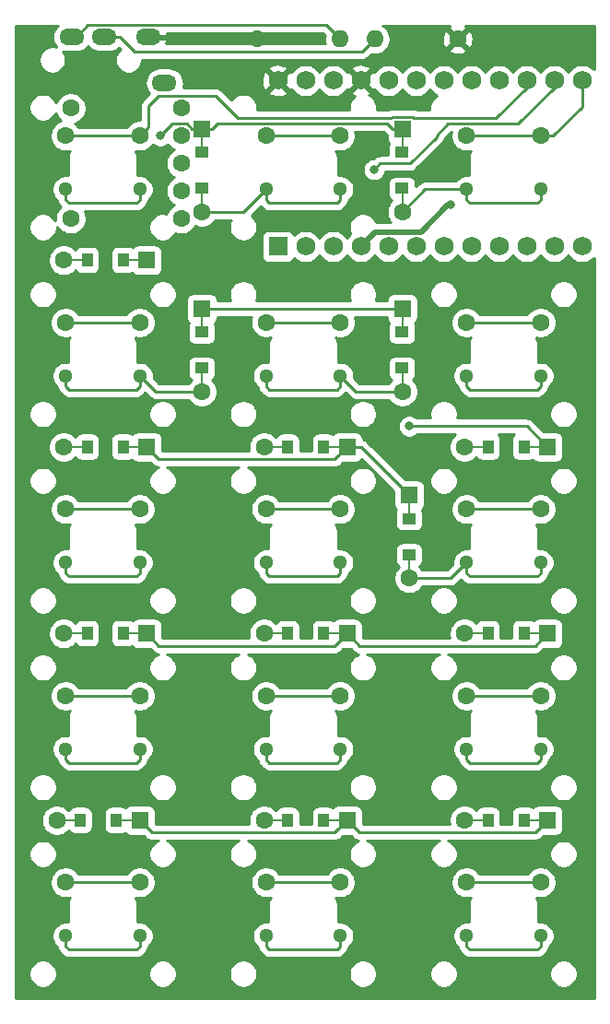
<source format=gtl>
G04 #@! TF.GenerationSoftware,KiCad,Pcbnew,5.1.0*
G04 #@! TF.CreationDate,2019-04-04T12:50:07+09:00*
G04 #@! TF.ProjectId,pg1425-namecard-ver1,70673134-3235-42d6-9e61-6d6563617264,rev?*
G04 #@! TF.SameCoordinates,Original*
G04 #@! TF.FileFunction,Copper,L1,Top*
G04 #@! TF.FilePolarity,Positive*
%FSLAX46Y46*%
G04 Gerber Fmt 4.6, Leading zero omitted, Abs format (unit mm)*
G04 Created by KiCad (PCBNEW 5.1.0) date 2019-04-04 12:50:07*
%MOMM*%
%LPD*%
G04 APERTURE LIST*
%ADD10C,1.600000*%
%ADD11C,1.300000*%
%ADD12O,1.600000X1.600000*%
%ADD13O,2.300000X1.500000*%
%ADD14R,2.500000X0.250000*%
%ADD15R,1.000000X1.300000*%
%ADD16R,1.600000X1.600000*%
%ADD17R,0.250000X2.500000*%
%ADD18R,1.300000X1.000000*%
%ADD19C,1.752600*%
%ADD20R,1.752600X1.752600*%
%ADD21C,0.800000*%
%ADD22C,0.250000*%
%ADD23C,0.500000*%
%ADD24C,0.254000*%
G04 APERTURE END LIST*
D10*
X54159992Y-91439836D03*
D11*
X54159992Y-96339836D03*
X60960000Y-96340000D03*
D10*
X60960000Y-91440000D03*
X35744992Y-91439836D03*
D11*
X35744992Y-96339836D03*
X42545000Y-96340000D03*
D10*
X42545000Y-91440000D03*
X17329992Y-91439836D03*
D11*
X17329992Y-96339836D03*
X24130000Y-96340000D03*
D10*
X24130000Y-91440000D03*
X54159992Y-74294836D03*
D11*
X54159992Y-79194836D03*
X60960000Y-79195000D03*
D10*
X60960000Y-74295000D03*
X35744992Y-74294836D03*
D11*
X35744992Y-79194836D03*
X42545000Y-79195000D03*
D10*
X42545000Y-74295000D03*
X17329992Y-74294836D03*
D11*
X17329992Y-79194836D03*
X24130000Y-79195000D03*
D10*
X24130000Y-74295000D03*
X54159992Y-57149836D03*
D11*
X54159992Y-62049836D03*
X60960000Y-62050000D03*
D10*
X60960000Y-57150000D03*
X35744992Y-57149836D03*
D11*
X35744992Y-62049836D03*
X42545000Y-62050000D03*
D10*
X42545000Y-57150000D03*
X17329992Y-57149836D03*
D11*
X17329992Y-62049836D03*
X24130000Y-62050000D03*
D10*
X24130000Y-57150000D03*
X54159992Y-40004836D03*
D11*
X54159992Y-44904836D03*
X60960000Y-44905000D03*
D10*
X60960000Y-40005000D03*
X35744992Y-40004836D03*
D11*
X35744992Y-44904836D03*
X42545000Y-44905000D03*
D10*
X42545000Y-40005000D03*
X17329992Y-40004836D03*
D11*
X17329992Y-44904836D03*
X24130000Y-44905000D03*
D10*
X24130000Y-40005000D03*
X54159992Y-22859836D03*
D11*
X54159992Y-27759836D03*
X60960000Y-27760000D03*
D10*
X60960000Y-22860000D03*
X35744992Y-22859836D03*
D11*
X35744992Y-27759836D03*
X42545000Y-27760000D03*
D10*
X42545000Y-22860000D03*
X17329992Y-22859836D03*
D11*
X17329992Y-27759836D03*
X24130000Y-27760000D03*
D10*
X24130000Y-22860000D03*
D12*
X42545000Y-13970000D03*
D10*
X34925000Y-13970000D03*
D12*
X45720000Y-13970000D03*
D10*
X53340000Y-13970000D03*
X27940000Y-20320000D03*
X17780000Y-20320000D03*
X27940000Y-22860000D03*
X27940000Y-25400000D03*
X27940000Y-27940000D03*
X27940000Y-30480000D03*
X17780000Y-30480000D03*
D13*
X26405000Y-17975000D03*
X24905000Y-13775000D03*
X17905000Y-13775000D03*
X20905000Y-13775000D03*
D14*
X55194200Y-85725000D03*
X60375800Y-85725000D03*
D15*
X56134000Y-85699600D03*
X59436000Y-85699600D03*
D16*
X61595000Y-85725000D03*
D10*
X53975000Y-85725000D03*
D14*
X36779200Y-85725000D03*
X41960800Y-85725000D03*
D15*
X37719000Y-85699600D03*
X41021000Y-85699600D03*
D16*
X43180000Y-85725000D03*
D10*
X35560000Y-85725000D03*
D14*
X17729200Y-85725000D03*
X22910800Y-85725000D03*
D15*
X18669000Y-85699600D03*
X21971000Y-85699600D03*
D16*
X24130000Y-85725000D03*
D10*
X16510000Y-85725000D03*
D14*
X55194200Y-68580000D03*
X60375800Y-68580000D03*
D15*
X56134000Y-68554600D03*
X59436000Y-68554600D03*
D16*
X61595000Y-68580000D03*
D10*
X53975000Y-68580000D03*
D14*
X36779200Y-68580000D03*
X41960800Y-68580000D03*
D15*
X37719000Y-68554600D03*
X41021000Y-68554600D03*
D16*
X43180000Y-68580000D03*
D10*
X35560000Y-68580000D03*
D14*
X18364200Y-68580000D03*
X23545800Y-68580000D03*
D15*
X19304000Y-68554600D03*
X22606000Y-68554600D03*
D16*
X24765000Y-68580000D03*
D10*
X17145000Y-68580000D03*
D17*
X48895000Y-62280800D03*
X48895000Y-57099200D03*
D18*
X48869600Y-61341000D03*
X48869600Y-58039000D03*
D16*
X48895000Y-55880000D03*
D10*
X48895000Y-63500000D03*
D14*
X36779200Y-51435000D03*
X41960800Y-51435000D03*
D15*
X37719000Y-51409600D03*
X41021000Y-51409600D03*
D16*
X43180000Y-51435000D03*
D10*
X35560000Y-51435000D03*
D14*
X18364200Y-51435000D03*
X23545800Y-51435000D03*
D15*
X19304000Y-51409600D03*
X22606000Y-51409600D03*
D16*
X24765000Y-51435000D03*
D10*
X17145000Y-51435000D03*
D14*
X55194200Y-51435000D03*
X60375800Y-51435000D03*
D15*
X56134000Y-51409600D03*
X59436000Y-51409600D03*
D16*
X61595000Y-51435000D03*
D10*
X53975000Y-51435000D03*
D17*
X48260000Y-45135800D03*
X48260000Y-39954200D03*
D18*
X48234600Y-44196000D03*
X48234600Y-40894000D03*
D16*
X48260000Y-38735000D03*
D10*
X48260000Y-46355000D03*
D17*
X29845000Y-45135800D03*
X29845000Y-39954200D03*
D18*
X29819600Y-44196000D03*
X29819600Y-40894000D03*
D16*
X29845000Y-38735000D03*
D10*
X29845000Y-46355000D03*
D17*
X48260000Y-28625800D03*
X48260000Y-23444200D03*
D18*
X48234600Y-27686000D03*
X48234600Y-24384000D03*
D16*
X48260000Y-22225000D03*
D10*
X48260000Y-29845000D03*
D17*
X29845000Y-28625800D03*
X29845000Y-23444200D03*
D18*
X29819600Y-27686000D03*
X29819600Y-24384000D03*
D16*
X29845000Y-22225000D03*
D10*
X29845000Y-29845000D03*
D14*
X18364200Y-34290000D03*
X23545800Y-34290000D03*
D15*
X19304000Y-34264600D03*
X22606000Y-34264600D03*
D16*
X24765000Y-34290000D03*
D10*
X17145000Y-34290000D03*
D19*
X36830000Y-17780000D03*
X64770000Y-33020000D03*
X39370000Y-17780000D03*
X41910000Y-17780000D03*
X44450000Y-17780000D03*
X46990000Y-17780000D03*
X49530000Y-17780000D03*
X52070000Y-17780000D03*
X54610000Y-17780000D03*
X57150000Y-17780000D03*
X59690000Y-17780000D03*
X62230000Y-17780000D03*
X64770000Y-17780000D03*
X62230000Y-33020000D03*
X59690000Y-33020000D03*
X57150000Y-33020000D03*
X54610000Y-33020000D03*
X52070000Y-33020000D03*
X49530000Y-33020000D03*
X46990000Y-33020000D03*
X44450000Y-33020000D03*
X41910000Y-33020000D03*
X39370000Y-33020000D03*
D20*
X36830000Y-33020000D03*
D21*
X26035000Y-22860000D03*
X48895000Y-49530000D03*
X45651301Y-25966301D03*
X52705000Y-29210000D03*
D22*
X47360000Y-22225000D02*
X48260000Y-22225000D01*
X29845000Y-22225000D02*
X30745000Y-22225000D01*
X30745000Y-22225000D02*
X31284988Y-21685012D01*
X31284988Y-21685012D02*
X46820012Y-21685012D01*
X46820012Y-21685012D02*
X47360000Y-22225000D01*
X28945000Y-22225000D02*
X29845000Y-22225000D01*
X28454999Y-21734999D02*
X28945000Y-22225000D01*
X27160001Y-21734999D02*
X28454999Y-21734999D01*
X26035000Y-22860000D02*
X27160001Y-21734999D01*
X17329992Y-28749785D02*
X17329992Y-27759836D01*
X17615217Y-29035010D02*
X17329992Y-28749785D01*
X23844939Y-29035010D02*
X17615217Y-29035010D01*
X24130000Y-28749949D02*
X23844939Y-29035010D01*
X24130000Y-27760000D02*
X24130000Y-28749949D01*
X42940002Y-38735000D02*
X48260000Y-38735000D01*
X29845000Y-38735000D02*
X42940002Y-38735000D01*
X59690000Y-49530000D02*
X61595000Y-51435000D01*
X48895000Y-49530000D02*
X59690000Y-49530000D01*
X35744992Y-28749785D02*
X35744992Y-27759836D01*
X36030217Y-29035010D02*
X35744992Y-28749785D01*
X42545000Y-28749949D02*
X42259939Y-29035010D01*
X42259939Y-29035010D02*
X36030217Y-29035010D01*
X42545000Y-27760000D02*
X42545000Y-28749949D01*
X33659828Y-29845000D02*
X35744992Y-27759836D01*
X29845000Y-29845000D02*
X33659828Y-29845000D01*
X42309290Y-52305710D02*
X43180000Y-51435000D01*
X42058842Y-52556158D02*
X42309290Y-52305710D01*
X24765000Y-51435000D02*
X25886158Y-52556158D01*
X44450000Y-51435000D02*
X48895000Y-55880000D01*
X43180000Y-51435000D02*
X44450000Y-51435000D01*
X38582315Y-52560001D02*
X38586158Y-52556158D01*
X33168842Y-52556158D02*
X33172685Y-52560001D01*
X33172685Y-52560001D02*
X38582315Y-52560001D01*
X38586158Y-52556158D02*
X42058842Y-52556158D01*
X25886158Y-52556158D02*
X33168842Y-52556158D01*
X54159992Y-28749785D02*
X54159992Y-27759836D01*
X54445217Y-29035010D02*
X54159992Y-28749785D01*
X60674939Y-29035010D02*
X54445217Y-29035010D01*
X60960000Y-28749949D02*
X60674939Y-29035010D01*
X60960000Y-27760000D02*
X60960000Y-28749949D01*
X50345164Y-27759836D02*
X48260000Y-29845000D01*
X54159992Y-27759836D02*
X50345164Y-27759836D01*
X44305001Y-69705001D02*
X44301158Y-69701158D01*
X44301158Y-69701158D02*
X43180000Y-68580000D01*
X60469999Y-69705001D02*
X44305001Y-69705001D01*
X61595000Y-68580000D02*
X60469999Y-69705001D01*
X42309290Y-69450710D02*
X43180000Y-68580000D01*
X42054999Y-69705001D02*
X42309290Y-69450710D01*
X25890001Y-69705001D02*
X42054999Y-69705001D01*
X24765000Y-68580000D02*
X25890001Y-69705001D01*
X17329992Y-45894785D02*
X17329992Y-44904836D01*
X17615217Y-46180010D02*
X17329992Y-45894785D01*
X23844939Y-46180010D02*
X17615217Y-46180010D01*
X24130000Y-45894949D02*
X23844939Y-46180010D01*
X24130000Y-44905000D02*
X24130000Y-45894949D01*
X25580000Y-46355000D02*
X24130000Y-44905000D01*
X29845000Y-46355000D02*
X25580000Y-46355000D01*
X42309290Y-86595710D02*
X43180000Y-85725000D01*
X42058842Y-86846158D02*
X42309290Y-86595710D01*
X24130000Y-85725000D02*
X25251158Y-86846158D01*
X60724290Y-86595710D02*
X61595000Y-85725000D01*
X60473842Y-86846158D02*
X60724290Y-86595710D01*
X43180000Y-85725000D02*
X44301158Y-86846158D01*
X33510001Y-86850001D02*
X39217315Y-86850001D01*
X25251158Y-86846158D02*
X33506158Y-86846158D01*
X39217315Y-86850001D02*
X39221158Y-86846158D01*
X33506158Y-86846158D02*
X33510001Y-86850001D01*
X39221158Y-86846158D02*
X42058842Y-86846158D01*
X57632315Y-86850001D02*
X57636158Y-86846158D01*
X50020001Y-86850001D02*
X57632315Y-86850001D01*
X50016158Y-86846158D02*
X50020001Y-86850001D01*
X57636158Y-86846158D02*
X60473842Y-86846158D01*
X44301158Y-86846158D02*
X50016158Y-86846158D01*
X35744992Y-45894785D02*
X35744992Y-44904836D01*
X36030217Y-46180010D02*
X35744992Y-45894785D01*
X42259939Y-46180010D02*
X36030217Y-46180010D01*
X42545000Y-45894949D02*
X42259939Y-46180010D01*
X42545000Y-44905000D02*
X42545000Y-45894949D01*
X43995000Y-46355000D02*
X42545000Y-44905000D01*
X48260000Y-46355000D02*
X43995000Y-46355000D01*
X54445217Y-46180010D02*
X54159992Y-45894785D01*
X54159992Y-45894785D02*
X54159992Y-44904836D01*
X60674939Y-46180010D02*
X54445217Y-46180010D01*
X60960000Y-45894949D02*
X60674939Y-46180010D01*
X60960000Y-44905000D02*
X60960000Y-45894949D01*
X24130000Y-63039949D02*
X24130000Y-62050000D01*
X23844939Y-63325010D02*
X24130000Y-63039949D01*
X17615217Y-63325010D02*
X23844939Y-63325010D01*
X17329992Y-63039785D02*
X17615217Y-63325010D01*
X17329992Y-62049836D02*
X17329992Y-63039785D01*
X42545000Y-63039949D02*
X42545000Y-62050000D01*
X42259939Y-63325010D02*
X42545000Y-63039949D01*
X36030217Y-63325010D02*
X42259939Y-63325010D01*
X35744992Y-63039785D02*
X36030217Y-63325010D01*
X35744992Y-62049836D02*
X35744992Y-63039785D01*
X60960000Y-63039949D02*
X60960000Y-62050000D01*
X60674939Y-63325010D02*
X60960000Y-63039949D01*
X54445217Y-63325010D02*
X60674939Y-63325010D01*
X54159992Y-63039785D02*
X54445217Y-63325010D01*
X54159992Y-62049836D02*
X54159992Y-63039785D01*
X52709828Y-63500000D02*
X54159992Y-62049836D01*
X48895000Y-63500000D02*
X52709828Y-63500000D01*
X17329992Y-80184785D02*
X17329992Y-79194836D01*
X17615217Y-80470010D02*
X17329992Y-80184785D01*
X23844939Y-80470010D02*
X17615217Y-80470010D01*
X24130000Y-80184949D02*
X23844939Y-80470010D01*
X24130000Y-79195000D02*
X24130000Y-80184949D01*
X35744992Y-80184785D02*
X35744992Y-79194836D01*
X36030217Y-80470010D02*
X35744992Y-80184785D01*
X42259939Y-80470010D02*
X36030217Y-80470010D01*
X42545000Y-80184949D02*
X42259939Y-80470010D01*
X42545000Y-79195000D02*
X42545000Y-80184949D01*
X54159992Y-80184785D02*
X54159992Y-79194836D01*
X54445217Y-80470010D02*
X54159992Y-80184785D01*
X60674939Y-80470010D02*
X54445217Y-80470010D01*
X60960000Y-80184949D02*
X60674939Y-80470010D01*
X60960000Y-79195000D02*
X60960000Y-80184949D01*
X24130000Y-97329949D02*
X24130000Y-96340000D01*
X23844939Y-97615010D02*
X24130000Y-97329949D01*
X17615217Y-97615010D02*
X23844939Y-97615010D01*
X17329992Y-97329785D02*
X17615217Y-97615010D01*
X17329992Y-96339836D02*
X17329992Y-97329785D01*
X36030217Y-97615010D02*
X42259939Y-97615010D01*
X42545000Y-97329949D02*
X42545000Y-96340000D01*
X42259939Y-97615010D02*
X42545000Y-97329949D01*
X35744992Y-97329785D02*
X36030217Y-97615010D01*
X35744992Y-96339836D02*
X35744992Y-97329785D01*
X54159992Y-97329785D02*
X54159992Y-96339836D01*
X54445217Y-97615010D02*
X54159992Y-97329785D01*
X60960000Y-97329949D02*
X60674939Y-97615010D01*
X60674939Y-97615010D02*
X54445217Y-97615010D01*
X60960000Y-96340000D02*
X60960000Y-97329949D01*
X24129836Y-22859836D02*
X24130000Y-22860000D01*
X17329992Y-22859836D02*
X24129836Y-22859836D01*
X24129836Y-40004836D02*
X24130000Y-40005000D01*
X17329992Y-40004836D02*
X24129836Y-40004836D01*
X17330156Y-57150000D02*
X17329992Y-57149836D01*
X24130000Y-57150000D02*
X17330156Y-57150000D01*
X24129836Y-74294836D02*
X24130000Y-74295000D01*
X17329992Y-74294836D02*
X24129836Y-74294836D01*
X17330156Y-91440000D02*
X17329992Y-91439836D01*
X24130000Y-91440000D02*
X17330156Y-91440000D01*
X56870163Y-21234837D02*
X59690000Y-18415000D01*
X49194626Y-21099990D02*
X49329473Y-21234837D01*
X47190363Y-21235001D02*
X47325374Y-21099990D01*
X33177155Y-21235001D02*
X47190363Y-21235001D01*
X49329473Y-21234837D02*
X56870163Y-21234837D01*
X31137153Y-19194999D02*
X33177155Y-21235001D01*
X25851999Y-19194999D02*
X31137153Y-19194999D01*
X47325374Y-21099990D02*
X49194626Y-21099990D01*
X24929999Y-20116999D02*
X25851999Y-19194999D01*
X24929999Y-22060001D02*
X24929999Y-20116999D01*
X24130000Y-22860000D02*
X24929999Y-22060001D01*
X59690000Y-17780000D02*
X59690000Y-18415000D01*
X35745156Y-22860000D02*
X35744992Y-22859836D01*
X42545000Y-22860000D02*
X35745156Y-22860000D01*
X42544836Y-40004836D02*
X42545000Y-40005000D01*
X35744992Y-40004836D02*
X42544836Y-40004836D01*
X35745156Y-57150000D02*
X35744992Y-57149836D01*
X42545000Y-57150000D02*
X35745156Y-57150000D01*
X42544836Y-74294836D02*
X42545000Y-74295000D01*
X35744992Y-74294836D02*
X42544836Y-74294836D01*
X35745156Y-91440000D02*
X35744992Y-91439836D01*
X42545000Y-91440000D02*
X35745156Y-91440000D01*
X46217602Y-25400000D02*
X45651301Y-25966301D01*
X58910165Y-21734835D02*
X52470511Y-21734835D01*
X62230000Y-18415000D02*
X58910165Y-21734835D01*
X62230000Y-17780000D02*
X62230000Y-18415000D01*
X48953602Y-25400000D02*
X46217602Y-25400000D01*
X51390173Y-22963429D02*
X48953602Y-25400000D01*
X51390173Y-22815173D02*
X51390173Y-22963429D01*
X52470511Y-21734835D02*
X51390173Y-22815173D01*
X54160156Y-22860000D02*
X54159992Y-22859836D01*
X60960000Y-22860000D02*
X54160156Y-22860000D01*
X60959836Y-40004836D02*
X60960000Y-40005000D01*
X54159992Y-40004836D02*
X60959836Y-40004836D01*
X54160156Y-57150000D02*
X54159992Y-57149836D01*
X60960000Y-57150000D02*
X54160156Y-57150000D01*
X60959836Y-74294836D02*
X60960000Y-74295000D01*
X54159992Y-74294836D02*
X60959836Y-74294836D01*
X60959836Y-91439836D02*
X60960000Y-91440000D01*
X54159992Y-91439836D02*
X60959836Y-91439836D01*
X62091370Y-22860000D02*
X60960000Y-22860000D01*
X64770000Y-20181370D02*
X62091370Y-22860000D01*
X64770000Y-18415000D02*
X64770000Y-20181370D01*
X64770000Y-17780000D02*
X64770000Y-20181370D01*
D23*
X52481998Y-29210000D02*
X52705000Y-29210000D01*
X49998299Y-31693699D02*
X52481998Y-29210000D01*
X44450000Y-33020000D02*
X45776301Y-31693699D01*
X45776301Y-31693699D02*
X49998299Y-31693699D01*
D22*
X18305000Y-13775000D02*
X19380010Y-12699990D01*
X19380010Y-12699990D02*
X33654990Y-12699990D01*
X17905000Y-13775000D02*
X18305000Y-13775000D01*
X41274990Y-12699990D02*
X42545000Y-13970000D01*
X33654990Y-12699990D02*
X41274990Y-12699990D01*
X44920001Y-14769999D02*
X45720000Y-13970000D01*
X44594999Y-15095001D02*
X44920001Y-14769999D01*
X23625001Y-15095001D02*
X44594999Y-15095001D01*
X22305000Y-13775000D02*
X23625001Y-15095001D01*
X20905000Y-13775000D02*
X22305000Y-13775000D01*
D24*
G36*
X16520919Y-12790919D02*
G01*
X16347843Y-13001812D01*
X16219236Y-13242419D01*
X16140040Y-13503493D01*
X16113299Y-13775000D01*
X16140040Y-14046507D01*
X16219236Y-14307581D01*
X16347843Y-14548188D01*
X16461537Y-14686724D01*
X16226637Y-14640000D01*
X15983363Y-14640000D01*
X15744764Y-14687460D01*
X15520008Y-14780557D01*
X15317733Y-14915713D01*
X15145713Y-15087733D01*
X15010557Y-15290008D01*
X14917460Y-15514764D01*
X14870000Y-15753363D01*
X14870000Y-15996637D01*
X14917460Y-16235236D01*
X15010557Y-16459992D01*
X15145713Y-16662267D01*
X15317733Y-16834287D01*
X15520008Y-16969443D01*
X15744764Y-17062540D01*
X15983363Y-17110000D01*
X16226637Y-17110000D01*
X16465236Y-17062540D01*
X16689992Y-16969443D01*
X16892267Y-16834287D01*
X17064287Y-16662267D01*
X17199443Y-16459992D01*
X17292540Y-16235236D01*
X17340000Y-15996637D01*
X17340000Y-15753363D01*
X17292540Y-15514764D01*
X17199443Y-15290008D01*
X17065040Y-15088860D01*
X17233493Y-15139960D01*
X17436963Y-15160000D01*
X18373037Y-15160000D01*
X18576507Y-15139960D01*
X18837581Y-15060764D01*
X19078188Y-14932157D01*
X19289081Y-14759081D01*
X19405000Y-14617834D01*
X19520919Y-14759081D01*
X19731812Y-14932157D01*
X19972419Y-15060764D01*
X20233493Y-15139960D01*
X20436963Y-15160000D01*
X21373037Y-15160000D01*
X21576507Y-15139960D01*
X21837581Y-15060764D01*
X22078188Y-14932157D01*
X22247997Y-14792798D01*
X22349611Y-14894413D01*
X22317733Y-14915713D01*
X22145713Y-15087733D01*
X22010557Y-15290008D01*
X21917460Y-15514764D01*
X21870000Y-15753363D01*
X21870000Y-15996637D01*
X21917460Y-16235236D01*
X22010557Y-16459992D01*
X22145713Y-16662267D01*
X22317733Y-16834287D01*
X22520008Y-16969443D01*
X22744764Y-17062540D01*
X22983363Y-17110000D01*
X23226637Y-17110000D01*
X23465236Y-17062540D01*
X23689992Y-16969443D01*
X23892267Y-16834287D01*
X24064287Y-16662267D01*
X24199443Y-16459992D01*
X24292540Y-16235236D01*
X24340000Y-15996637D01*
X24340000Y-15855001D01*
X44557677Y-15855001D01*
X44594999Y-15858677D01*
X44632321Y-15855001D01*
X44632332Y-15855001D01*
X44743985Y-15844004D01*
X44887246Y-15800547D01*
X45019275Y-15729975D01*
X45135000Y-15635002D01*
X45158803Y-15605998D01*
X45394093Y-15370708D01*
X45438691Y-15384236D01*
X45649508Y-15405000D01*
X45790492Y-15405000D01*
X46001309Y-15384236D01*
X46271808Y-15302182D01*
X46521101Y-15168932D01*
X46739608Y-14989608D01*
X46761689Y-14962702D01*
X52526903Y-14962702D01*
X52598486Y-15206671D01*
X52853996Y-15327571D01*
X53128184Y-15396300D01*
X53410512Y-15410217D01*
X53690130Y-15368787D01*
X53956292Y-15273603D01*
X54081514Y-15206671D01*
X54153097Y-14962702D01*
X53340000Y-14149605D01*
X52526903Y-14962702D01*
X46761689Y-14962702D01*
X46918932Y-14771101D01*
X47052182Y-14521808D01*
X47134236Y-14251309D01*
X47154998Y-14040512D01*
X51899783Y-14040512D01*
X51941213Y-14320130D01*
X52036397Y-14586292D01*
X52103329Y-14711514D01*
X52347298Y-14783097D01*
X53160395Y-13970000D01*
X53519605Y-13970000D01*
X54332702Y-14783097D01*
X54576671Y-14711514D01*
X54697571Y-14456004D01*
X54766300Y-14181816D01*
X54780217Y-13899488D01*
X54738787Y-13619870D01*
X54643603Y-13353708D01*
X54576671Y-13228486D01*
X54332702Y-13156903D01*
X53519605Y-13970000D01*
X53160395Y-13970000D01*
X52347298Y-13156903D01*
X52103329Y-13228486D01*
X51982429Y-13483996D01*
X51913700Y-13758184D01*
X51899783Y-14040512D01*
X47154998Y-14040512D01*
X47161943Y-13970000D01*
X47134236Y-13688691D01*
X47052182Y-13418192D01*
X46918932Y-13168899D01*
X46739608Y-12950392D01*
X46521101Y-12771068D01*
X46416205Y-12715000D01*
X52632777Y-12715000D01*
X52598486Y-12733329D01*
X52526903Y-12977298D01*
X53340000Y-13790395D01*
X54153097Y-12977298D01*
X54081514Y-12733329D01*
X54042778Y-12715000D01*
X65880001Y-12715000D01*
X65880001Y-16752699D01*
X65733398Y-16606096D01*
X65485869Y-16440703D01*
X65210830Y-16326778D01*
X64918850Y-16268700D01*
X64621150Y-16268700D01*
X64329170Y-16326778D01*
X64054131Y-16440703D01*
X63806602Y-16606096D01*
X63596096Y-16816602D01*
X63500000Y-16960420D01*
X63403904Y-16816602D01*
X63193398Y-16606096D01*
X62945869Y-16440703D01*
X62670830Y-16326778D01*
X62378850Y-16268700D01*
X62081150Y-16268700D01*
X61789170Y-16326778D01*
X61514131Y-16440703D01*
X61266602Y-16606096D01*
X61056096Y-16816602D01*
X60960000Y-16960420D01*
X60863904Y-16816602D01*
X60653398Y-16606096D01*
X60405869Y-16440703D01*
X60130830Y-16326778D01*
X59838850Y-16268700D01*
X59541150Y-16268700D01*
X59249170Y-16326778D01*
X58974131Y-16440703D01*
X58726602Y-16606096D01*
X58516096Y-16816602D01*
X58420000Y-16960420D01*
X58323904Y-16816602D01*
X58113398Y-16606096D01*
X57865869Y-16440703D01*
X57590830Y-16326778D01*
X57298850Y-16268700D01*
X57001150Y-16268700D01*
X56709170Y-16326778D01*
X56434131Y-16440703D01*
X56186602Y-16606096D01*
X55976096Y-16816602D01*
X55880000Y-16960420D01*
X55783904Y-16816602D01*
X55573398Y-16606096D01*
X55325869Y-16440703D01*
X55050830Y-16326778D01*
X54758850Y-16268700D01*
X54461150Y-16268700D01*
X54169170Y-16326778D01*
X53894131Y-16440703D01*
X53646602Y-16606096D01*
X53436096Y-16816602D01*
X53340000Y-16960420D01*
X53243904Y-16816602D01*
X53033398Y-16606096D01*
X52785869Y-16440703D01*
X52510830Y-16326778D01*
X52218850Y-16268700D01*
X51921150Y-16268700D01*
X51629170Y-16326778D01*
X51354131Y-16440703D01*
X51106602Y-16606096D01*
X50896096Y-16816602D01*
X50800000Y-16960420D01*
X50703904Y-16816602D01*
X50493398Y-16606096D01*
X50245869Y-16440703D01*
X49970830Y-16326778D01*
X49678850Y-16268700D01*
X49381150Y-16268700D01*
X49089170Y-16326778D01*
X48814131Y-16440703D01*
X48566602Y-16606096D01*
X48356096Y-16816602D01*
X48260000Y-16960420D01*
X48163904Y-16816602D01*
X47953398Y-16606096D01*
X47705869Y-16440703D01*
X47430830Y-16326778D01*
X47138850Y-16268700D01*
X46841150Y-16268700D01*
X46549170Y-16326778D01*
X46274131Y-16440703D01*
X46026602Y-16606096D01*
X45816096Y-16816602D01*
X45707045Y-16979809D01*
X45497169Y-16912437D01*
X44629605Y-17780000D01*
X45497169Y-18647563D01*
X45707045Y-18580191D01*
X45816096Y-18743398D01*
X46026602Y-18953904D01*
X46274131Y-19119297D01*
X46549170Y-19233222D01*
X46841150Y-19291300D01*
X47138850Y-19291300D01*
X47430830Y-19233222D01*
X47705869Y-19119297D01*
X47953398Y-18953904D01*
X48163904Y-18743398D01*
X48260000Y-18599580D01*
X48356096Y-18743398D01*
X48566602Y-18953904D01*
X48814131Y-19119297D01*
X49089170Y-19233222D01*
X49381150Y-19291300D01*
X49678850Y-19291300D01*
X49970830Y-19233222D01*
X50245869Y-19119297D01*
X50493398Y-18953904D01*
X50703904Y-18743398D01*
X50800000Y-18599580D01*
X50896096Y-18743398D01*
X51106602Y-18953904D01*
X51354131Y-19119297D01*
X51415775Y-19144831D01*
X51240852Y-19261711D01*
X51061867Y-19440696D01*
X50921239Y-19651160D01*
X50824373Y-19885015D01*
X50774992Y-20133275D01*
X50774992Y-20386397D01*
X50792583Y-20474837D01*
X49630869Y-20474837D01*
X49618902Y-20465016D01*
X49486873Y-20394444D01*
X49343612Y-20350987D01*
X49231959Y-20339990D01*
X49231948Y-20339990D01*
X49194626Y-20336314D01*
X49157304Y-20339990D01*
X47362696Y-20339990D01*
X47325373Y-20336314D01*
X47288051Y-20339990D01*
X47288041Y-20339990D01*
X47176388Y-20350987D01*
X47033127Y-20394444D01*
X46901098Y-20465016D01*
X46888931Y-20475001D01*
X45912409Y-20475001D01*
X45930000Y-20386561D01*
X45930000Y-20133439D01*
X45880619Y-19885179D01*
X45783753Y-19651324D01*
X45643125Y-19440860D01*
X45464140Y-19261875D01*
X45253676Y-19121247D01*
X45199533Y-19098820D01*
X45236746Y-19078929D01*
X45317563Y-18827169D01*
X44450000Y-17959605D01*
X43582437Y-18827169D01*
X43663254Y-19078929D01*
X43917518Y-19200631D01*
X43825860Y-19261875D01*
X43646875Y-19440860D01*
X43506247Y-19651324D01*
X43409381Y-19885179D01*
X43360000Y-20133439D01*
X43360000Y-20386561D01*
X43377591Y-20475001D01*
X34912368Y-20475001D01*
X34929992Y-20386397D01*
X34929992Y-20133275D01*
X34880611Y-19885015D01*
X34783745Y-19651160D01*
X34643117Y-19440696D01*
X34464132Y-19261711D01*
X34253668Y-19121083D01*
X34019813Y-19024217D01*
X33771553Y-18974836D01*
X33518431Y-18974836D01*
X33270171Y-19024217D01*
X33036316Y-19121083D01*
X32825852Y-19261711D01*
X32646867Y-19440696D01*
X32571078Y-19554122D01*
X31844125Y-18827169D01*
X35962437Y-18827169D01*
X36043254Y-19078929D01*
X36311779Y-19207457D01*
X36600219Y-19281129D01*
X36897491Y-19297113D01*
X37192167Y-19254796D01*
X37472927Y-19155802D01*
X37616746Y-19078929D01*
X37697563Y-18827169D01*
X36830000Y-17959605D01*
X35962437Y-18827169D01*
X31844125Y-18827169D01*
X31700957Y-18684001D01*
X31677154Y-18654998D01*
X31561429Y-18560025D01*
X31429400Y-18489453D01*
X31286139Y-18445996D01*
X31174486Y-18434999D01*
X31174475Y-18434999D01*
X31137153Y-18431323D01*
X31099831Y-18434999D01*
X28112782Y-18434999D01*
X28169960Y-18246507D01*
X28196701Y-17975000D01*
X28184143Y-17847491D01*
X35312887Y-17847491D01*
X35355204Y-18142167D01*
X35454198Y-18422927D01*
X35531071Y-18566746D01*
X35782831Y-18647563D01*
X36650395Y-17780000D01*
X37009605Y-17780000D01*
X37877169Y-18647563D01*
X38087045Y-18580191D01*
X38196096Y-18743398D01*
X38406602Y-18953904D01*
X38654131Y-19119297D01*
X38929170Y-19233222D01*
X39221150Y-19291300D01*
X39518850Y-19291300D01*
X39810830Y-19233222D01*
X40085869Y-19119297D01*
X40333398Y-18953904D01*
X40543904Y-18743398D01*
X40640000Y-18599580D01*
X40736096Y-18743398D01*
X40946602Y-18953904D01*
X41194131Y-19119297D01*
X41469170Y-19233222D01*
X41761150Y-19291300D01*
X42058850Y-19291300D01*
X42350830Y-19233222D01*
X42625869Y-19119297D01*
X42873398Y-18953904D01*
X43083904Y-18743398D01*
X43192955Y-18580191D01*
X43402831Y-18647563D01*
X44270395Y-17780000D01*
X43402831Y-16912437D01*
X43192955Y-16979809D01*
X43083904Y-16816602D01*
X43000133Y-16732831D01*
X43582437Y-16732831D01*
X44450000Y-17600395D01*
X45317563Y-16732831D01*
X45236746Y-16481071D01*
X44968221Y-16352543D01*
X44679781Y-16278871D01*
X44382509Y-16262887D01*
X44087833Y-16305204D01*
X43807073Y-16404198D01*
X43663254Y-16481071D01*
X43582437Y-16732831D01*
X43000133Y-16732831D01*
X42873398Y-16606096D01*
X42625869Y-16440703D01*
X42350830Y-16326778D01*
X42058850Y-16268700D01*
X41761150Y-16268700D01*
X41469170Y-16326778D01*
X41194131Y-16440703D01*
X40946602Y-16606096D01*
X40736096Y-16816602D01*
X40640000Y-16960420D01*
X40543904Y-16816602D01*
X40333398Y-16606096D01*
X40085869Y-16440703D01*
X39810830Y-16326778D01*
X39518850Y-16268700D01*
X39221150Y-16268700D01*
X38929170Y-16326778D01*
X38654131Y-16440703D01*
X38406602Y-16606096D01*
X38196096Y-16816602D01*
X38087045Y-16979809D01*
X37877169Y-16912437D01*
X37009605Y-17780000D01*
X36650395Y-17780000D01*
X35782831Y-16912437D01*
X35531071Y-16993254D01*
X35402543Y-17261779D01*
X35328871Y-17550219D01*
X35312887Y-17847491D01*
X28184143Y-17847491D01*
X28169960Y-17703493D01*
X28090764Y-17442419D01*
X27962157Y-17201812D01*
X27789081Y-16990919D01*
X27578188Y-16817843D01*
X27419142Y-16732831D01*
X35962437Y-16732831D01*
X36830000Y-17600395D01*
X37697563Y-16732831D01*
X37616746Y-16481071D01*
X37348221Y-16352543D01*
X37059781Y-16278871D01*
X36762509Y-16262887D01*
X36467833Y-16305204D01*
X36187073Y-16404198D01*
X36043254Y-16481071D01*
X35962437Y-16732831D01*
X27419142Y-16732831D01*
X27337581Y-16689236D01*
X27076507Y-16610040D01*
X26873037Y-16590000D01*
X25936963Y-16590000D01*
X25733493Y-16610040D01*
X25472419Y-16689236D01*
X25231812Y-16817843D01*
X25020919Y-16990919D01*
X24847843Y-17201812D01*
X24719236Y-17442419D01*
X24640040Y-17703493D01*
X24613299Y-17975000D01*
X24640040Y-18246507D01*
X24719236Y-18507581D01*
X24847843Y-18748188D01*
X25017401Y-18954795D01*
X24418997Y-19553200D01*
X24389999Y-19576998D01*
X24366201Y-19605996D01*
X24366200Y-19605997D01*
X24295025Y-19692723D01*
X24224453Y-19824753D01*
X24180997Y-19968014D01*
X24166323Y-20116999D01*
X24170000Y-20154331D01*
X24169999Y-21425000D01*
X23988665Y-21425000D01*
X23711426Y-21480147D01*
X23450273Y-21588320D01*
X23215241Y-21745363D01*
X23015363Y-21945241D01*
X22912066Y-22099836D01*
X18548035Y-22099836D01*
X18444629Y-21945077D01*
X18244751Y-21745199D01*
X18181861Y-21703177D01*
X18198574Y-21699853D01*
X18459727Y-21591680D01*
X18694759Y-21434637D01*
X18894637Y-21234759D01*
X19051680Y-20999727D01*
X19159853Y-20738574D01*
X19215000Y-20461335D01*
X19215000Y-20178665D01*
X19159853Y-19901426D01*
X19051680Y-19640273D01*
X18894637Y-19405241D01*
X18694759Y-19205363D01*
X18459727Y-19048320D01*
X18198574Y-18940147D01*
X17921335Y-18885000D01*
X17638665Y-18885000D01*
X17361426Y-18940147D01*
X17100273Y-19048320D01*
X16865241Y-19205363D01*
X16665363Y-19405241D01*
X16508320Y-19640273D01*
X16436278Y-19814198D01*
X16368745Y-19651160D01*
X16228117Y-19440696D01*
X16049132Y-19261711D01*
X15838668Y-19121083D01*
X15604813Y-19024217D01*
X15356553Y-18974836D01*
X15103431Y-18974836D01*
X14855171Y-19024217D01*
X14621316Y-19121083D01*
X14410852Y-19261711D01*
X14231867Y-19440696D01*
X14091239Y-19651160D01*
X13994373Y-19885015D01*
X13944992Y-20133275D01*
X13944992Y-20386397D01*
X13994373Y-20634657D01*
X14091239Y-20868512D01*
X14231867Y-21078976D01*
X14410852Y-21257961D01*
X14621316Y-21398589D01*
X14855171Y-21495455D01*
X15103431Y-21544836D01*
X15356553Y-21544836D01*
X15604813Y-21495455D01*
X15838668Y-21398589D01*
X16049132Y-21257961D01*
X16228117Y-21078976D01*
X16368745Y-20868512D01*
X16411357Y-20765637D01*
X16508320Y-20999727D01*
X16665363Y-21234759D01*
X16865241Y-21434637D01*
X16928131Y-21476659D01*
X16911418Y-21479983D01*
X16650265Y-21588156D01*
X16415233Y-21745199D01*
X16215355Y-21945077D01*
X16058312Y-22180109D01*
X15950139Y-22441262D01*
X15894992Y-22718501D01*
X15894992Y-23001171D01*
X15950139Y-23278410D01*
X16058312Y-23539563D01*
X16215355Y-23774595D01*
X16415233Y-23974473D01*
X16650265Y-24131516D01*
X16911418Y-24239689D01*
X17188657Y-24294836D01*
X17471327Y-24294836D01*
X17740120Y-24241369D01*
X17674138Y-24321767D01*
X17601246Y-24458140D01*
X17556359Y-24606113D01*
X17541202Y-24760000D01*
X17545000Y-24798561D01*
X17545000Y-26492429D01*
X17456553Y-26474836D01*
X17203431Y-26474836D01*
X16955171Y-26524217D01*
X16721316Y-26621083D01*
X16510852Y-26761711D01*
X16331867Y-26940696D01*
X16191239Y-27151160D01*
X16094373Y-27385015D01*
X16044992Y-27633275D01*
X16044992Y-27886397D01*
X16094373Y-28134657D01*
X16191239Y-28368512D01*
X16331867Y-28578976D01*
X16510852Y-28757961D01*
X16571084Y-28798207D01*
X16580989Y-28898770D01*
X16622316Y-29035009D01*
X16624446Y-29042031D01*
X16695018Y-29174061D01*
X16729324Y-29215862D01*
X16789991Y-29289786D01*
X16818995Y-29313589D01*
X16868555Y-29363149D01*
X16865241Y-29365363D01*
X16665363Y-29565241D01*
X16508320Y-29800273D01*
X16400147Y-30061426D01*
X16345000Y-30338665D01*
X16345000Y-30615775D01*
X16228125Y-30440860D01*
X16049140Y-30261875D01*
X15838676Y-30121247D01*
X15604821Y-30024381D01*
X15356561Y-29975000D01*
X15103439Y-29975000D01*
X14855179Y-30024381D01*
X14621324Y-30121247D01*
X14410860Y-30261875D01*
X14231875Y-30440860D01*
X14091247Y-30651324D01*
X13994381Y-30885179D01*
X13945000Y-31133439D01*
X13945000Y-31386561D01*
X13994381Y-31634821D01*
X14091247Y-31868676D01*
X14231875Y-32079140D01*
X14410860Y-32258125D01*
X14621324Y-32398753D01*
X14855179Y-32495619D01*
X15103439Y-32545000D01*
X15356561Y-32545000D01*
X15604821Y-32495619D01*
X15838676Y-32398753D01*
X16049140Y-32258125D01*
X16228125Y-32079140D01*
X16368753Y-31868676D01*
X16465619Y-31634821D01*
X16515000Y-31386561D01*
X16515000Y-31169724D01*
X16665363Y-31394759D01*
X16865241Y-31594637D01*
X17100273Y-31751680D01*
X17361426Y-31859853D01*
X17638665Y-31915000D01*
X17921335Y-31915000D01*
X18198574Y-31859853D01*
X18459727Y-31751680D01*
X18694759Y-31594637D01*
X18894637Y-31394759D01*
X19051680Y-31159727D01*
X19159853Y-30898574D01*
X19215000Y-30621335D01*
X19215000Y-30338665D01*
X19159853Y-30061426D01*
X19051680Y-29800273D01*
X19048163Y-29795010D01*
X23807617Y-29795010D01*
X23844939Y-29798686D01*
X23882261Y-29795010D01*
X23882272Y-29795010D01*
X23993925Y-29784013D01*
X24137186Y-29740556D01*
X24269215Y-29669984D01*
X24384940Y-29575011D01*
X24408743Y-29546007D01*
X24640997Y-29313753D01*
X24670001Y-29289950D01*
X24764974Y-29174225D01*
X24835546Y-29042196D01*
X24879003Y-28898935D01*
X24888908Y-28798371D01*
X24949140Y-28758125D01*
X25128125Y-28579140D01*
X25268753Y-28368676D01*
X25365619Y-28134821D01*
X25415000Y-27886561D01*
X25415000Y-27633439D01*
X25365619Y-27385179D01*
X25268753Y-27151324D01*
X25128125Y-26940860D01*
X24949140Y-26761875D01*
X24738676Y-26621247D01*
X24504821Y-26524381D01*
X24256561Y-26475000D01*
X24003439Y-26475000D01*
X23915000Y-26492591D01*
X23915000Y-24798561D01*
X23918798Y-24760000D01*
X23903641Y-24606113D01*
X23858754Y-24458140D01*
X23785862Y-24321767D01*
X23720043Y-24241567D01*
X23988665Y-24295000D01*
X24271335Y-24295000D01*
X24548574Y-24239853D01*
X24809727Y-24131680D01*
X25044759Y-23974637D01*
X25244637Y-23774759D01*
X25341333Y-23630044D01*
X25375226Y-23663937D01*
X25544744Y-23777205D01*
X25733102Y-23855226D01*
X25933061Y-23895000D01*
X26136939Y-23895000D01*
X26336898Y-23855226D01*
X26525256Y-23777205D01*
X26694774Y-23663937D01*
X26728667Y-23630044D01*
X26825363Y-23774759D01*
X27025241Y-23974637D01*
X27257759Y-24130000D01*
X27025241Y-24285363D01*
X26825363Y-24485241D01*
X26668320Y-24720273D01*
X26560147Y-24981426D01*
X26505000Y-25258665D01*
X26505000Y-25541335D01*
X26560147Y-25818574D01*
X26668320Y-26079727D01*
X26825363Y-26314759D01*
X27025241Y-26514637D01*
X27257759Y-26670000D01*
X27025241Y-26825363D01*
X26825363Y-27025241D01*
X26668320Y-27260273D01*
X26560147Y-27521426D01*
X26505000Y-27798665D01*
X26505000Y-28081335D01*
X26560147Y-28358574D01*
X26668320Y-28619727D01*
X26825363Y-28854759D01*
X27025241Y-29054637D01*
X27257759Y-29210000D01*
X27025241Y-29365363D01*
X26825363Y-29565241D01*
X26668320Y-29800273D01*
X26577786Y-30018841D01*
X26356553Y-29974836D01*
X26103431Y-29974836D01*
X25855171Y-30024217D01*
X25621316Y-30121083D01*
X25410852Y-30261711D01*
X25231867Y-30440696D01*
X25091239Y-30651160D01*
X24994373Y-30885015D01*
X24944992Y-31133275D01*
X24944992Y-31386397D01*
X24994373Y-31634657D01*
X25091239Y-31868512D01*
X25231867Y-32078976D01*
X25410852Y-32257961D01*
X25621316Y-32398589D01*
X25855171Y-32495455D01*
X26103431Y-32544836D01*
X26356553Y-32544836D01*
X26604813Y-32495455D01*
X26838668Y-32398589D01*
X27049132Y-32257961D01*
X27228117Y-32078976D01*
X27368745Y-31868512D01*
X27394166Y-31807140D01*
X27521426Y-31859853D01*
X27798665Y-31915000D01*
X28081335Y-31915000D01*
X28358574Y-31859853D01*
X28619727Y-31751680D01*
X28854759Y-31594637D01*
X29054637Y-31394759D01*
X29211680Y-31159727D01*
X29220103Y-31139391D01*
X29426426Y-31224853D01*
X29703665Y-31280000D01*
X29986335Y-31280000D01*
X30263574Y-31224853D01*
X30524727Y-31116680D01*
X30759759Y-30959637D01*
X30959637Y-30759759D01*
X31063043Y-30605000D01*
X32537200Y-30605000D01*
X32506247Y-30651324D01*
X32409381Y-30885179D01*
X32360000Y-31133439D01*
X32360000Y-31386561D01*
X32409381Y-31634821D01*
X32506247Y-31868676D01*
X32646875Y-32079140D01*
X32825860Y-32258125D01*
X33036324Y-32398753D01*
X33270179Y-32495619D01*
X33518439Y-32545000D01*
X33771561Y-32545000D01*
X34019821Y-32495619D01*
X34253676Y-32398753D01*
X34464140Y-32258125D01*
X34643125Y-32079140D01*
X34783753Y-31868676D01*
X34880619Y-31634821D01*
X34930000Y-31386561D01*
X34930000Y-31133439D01*
X34880619Y-30885179D01*
X34783753Y-30651324D01*
X34643125Y-30440860D01*
X34464140Y-30261875D01*
X34376388Y-30203241D01*
X35250018Y-29329612D01*
X35466413Y-29546007D01*
X35490216Y-29575011D01*
X35605941Y-29669984D01*
X35737970Y-29740556D01*
X35881231Y-29784013D01*
X35992884Y-29795010D01*
X35992893Y-29795010D01*
X36030216Y-29798686D01*
X36067539Y-29795010D01*
X42222617Y-29795010D01*
X42259939Y-29798686D01*
X42297261Y-29795010D01*
X42297272Y-29795010D01*
X42408925Y-29784013D01*
X42552186Y-29740556D01*
X42684215Y-29669984D01*
X42799940Y-29575011D01*
X42823743Y-29546007D01*
X43055997Y-29313753D01*
X43085001Y-29289950D01*
X43179974Y-29174225D01*
X43250546Y-29042196D01*
X43294003Y-28898935D01*
X43303908Y-28798371D01*
X43364140Y-28758125D01*
X43543125Y-28579140D01*
X43683753Y-28368676D01*
X43780619Y-28134821D01*
X43830000Y-27886561D01*
X43830000Y-27633439D01*
X43780619Y-27385179D01*
X43683753Y-27151324D01*
X43543125Y-26940860D01*
X43364140Y-26761875D01*
X43153676Y-26621247D01*
X42919821Y-26524381D01*
X42671561Y-26475000D01*
X42418439Y-26475000D01*
X42330000Y-26492591D01*
X42330000Y-24798561D01*
X42333798Y-24760000D01*
X42318641Y-24606113D01*
X42273754Y-24458140D01*
X42200862Y-24321767D01*
X42135043Y-24241567D01*
X42403665Y-24295000D01*
X42686335Y-24295000D01*
X42963574Y-24239853D01*
X43224727Y-24131680D01*
X43459759Y-23974637D01*
X43659637Y-23774759D01*
X43816680Y-23539727D01*
X43924853Y-23278574D01*
X43980000Y-23001335D01*
X43980000Y-22718665D01*
X43925566Y-22445012D01*
X46505211Y-22445012D01*
X46796200Y-22736002D01*
X46819999Y-22765001D01*
X46821928Y-22766584D01*
X46821928Y-23025000D01*
X46834188Y-23149482D01*
X46870498Y-23269180D01*
X46929463Y-23379494D01*
X47008815Y-23476185D01*
X47062001Y-23519833D01*
X47054063Y-23529506D01*
X46995098Y-23639820D01*
X46958788Y-23759518D01*
X46946528Y-23884000D01*
X46946528Y-24640000D01*
X46254935Y-24640000D01*
X46217602Y-24636323D01*
X46180269Y-24640000D01*
X46068616Y-24650997D01*
X45925355Y-24694454D01*
X45793326Y-24765026D01*
X45677601Y-24859999D01*
X45653802Y-24888998D01*
X45611499Y-24931301D01*
X45549362Y-24931301D01*
X45349403Y-24971075D01*
X45161045Y-25049096D01*
X44991527Y-25162364D01*
X44847364Y-25306527D01*
X44734096Y-25476045D01*
X44656075Y-25664403D01*
X44616301Y-25864362D01*
X44616301Y-26068240D01*
X44656075Y-26268199D01*
X44734096Y-26456557D01*
X44847364Y-26626075D01*
X44991527Y-26770238D01*
X45161045Y-26883506D01*
X45349403Y-26961527D01*
X45549362Y-27001301D01*
X45753240Y-27001301D01*
X45953199Y-26961527D01*
X46141557Y-26883506D01*
X46311075Y-26770238D01*
X46455238Y-26626075D01*
X46568506Y-26456557D01*
X46646527Y-26268199D01*
X46668049Y-26160000D01*
X48916280Y-26160000D01*
X48953602Y-26163676D01*
X48990924Y-26160000D01*
X48990935Y-26160000D01*
X49102588Y-26149003D01*
X49245849Y-26105546D01*
X49377878Y-26034974D01*
X49493603Y-25940001D01*
X49517406Y-25910997D01*
X51901176Y-23527228D01*
X51930174Y-23503430D01*
X52025147Y-23387705D01*
X52074968Y-23294498D01*
X52095719Y-23255676D01*
X52126742Y-23153405D01*
X52765552Y-22514596D01*
X52724992Y-22718501D01*
X52724992Y-23001171D01*
X52780139Y-23278410D01*
X52888312Y-23539563D01*
X53045355Y-23774595D01*
X53245233Y-23974473D01*
X53480265Y-24131516D01*
X53741418Y-24239689D01*
X54018657Y-24294836D01*
X54301327Y-24294836D01*
X54570120Y-24241369D01*
X54504138Y-24321767D01*
X54431246Y-24458140D01*
X54386359Y-24606113D01*
X54371202Y-24760000D01*
X54375000Y-24798561D01*
X54375000Y-26492429D01*
X54286553Y-26474836D01*
X54033431Y-26474836D01*
X53785171Y-26524217D01*
X53551316Y-26621083D01*
X53340852Y-26761711D01*
X53161867Y-26940696D01*
X53122351Y-26999836D01*
X50382486Y-26999836D01*
X50345163Y-26996160D01*
X50307840Y-26999836D01*
X50307831Y-26999836D01*
X50196178Y-27010833D01*
X50052917Y-27054290D01*
X49920888Y-27124862D01*
X49805163Y-27219835D01*
X49781365Y-27248833D01*
X49522672Y-27507526D01*
X49522672Y-27186000D01*
X49510412Y-27061518D01*
X49474102Y-26941820D01*
X49415137Y-26831506D01*
X49335785Y-26734815D01*
X49239094Y-26655463D01*
X49128780Y-26596498D01*
X49009082Y-26560188D01*
X48884600Y-26547928D01*
X47584600Y-26547928D01*
X47460118Y-26560188D01*
X47340420Y-26596498D01*
X47230106Y-26655463D01*
X47133415Y-26734815D01*
X47054063Y-26831506D01*
X46995098Y-26941820D01*
X46958788Y-27061518D01*
X46946528Y-27186000D01*
X46946528Y-28186000D01*
X46958788Y-28310482D01*
X46995098Y-28430180D01*
X47054063Y-28540494D01*
X47133415Y-28637185D01*
X47230106Y-28716537D01*
X47314146Y-28761458D01*
X47145363Y-28930241D01*
X46988320Y-29165273D01*
X46880147Y-29426426D01*
X46825000Y-29703665D01*
X46825000Y-29986335D01*
X46880147Y-30263574D01*
X46988320Y-30524727D01*
X47145363Y-30759759D01*
X47194303Y-30808699D01*
X45849000Y-30808699D01*
X45783745Y-30651160D01*
X45643117Y-30440696D01*
X45464132Y-30261711D01*
X45253668Y-30121083D01*
X45019813Y-30024217D01*
X44771553Y-29974836D01*
X44518431Y-29974836D01*
X44270171Y-30024217D01*
X44036316Y-30121083D01*
X43825852Y-30261711D01*
X43646867Y-30440696D01*
X43506239Y-30651160D01*
X43409373Y-30885015D01*
X43359992Y-31133275D01*
X43359992Y-31386397D01*
X43409373Y-31634657D01*
X43494710Y-31840678D01*
X43486602Y-31846096D01*
X43276096Y-32056602D01*
X43180000Y-32200420D01*
X43083904Y-32056602D01*
X42873398Y-31846096D01*
X42625869Y-31680703D01*
X42350830Y-31566778D01*
X42058850Y-31508700D01*
X41761150Y-31508700D01*
X41469170Y-31566778D01*
X41194131Y-31680703D01*
X40946602Y-31846096D01*
X40736096Y-32056602D01*
X40640000Y-32200420D01*
X40543904Y-32056602D01*
X40333398Y-31846096D01*
X40085869Y-31680703D01*
X39810830Y-31566778D01*
X39518850Y-31508700D01*
X39221150Y-31508700D01*
X38929170Y-31566778D01*
X38654131Y-31680703D01*
X38406602Y-31846096D01*
X38309156Y-31943542D01*
X38295802Y-31899520D01*
X38236837Y-31789206D01*
X38157485Y-31692515D01*
X38060794Y-31613163D01*
X37950480Y-31554198D01*
X37830782Y-31517888D01*
X37706300Y-31505628D01*
X35953700Y-31505628D01*
X35829218Y-31517888D01*
X35709520Y-31554198D01*
X35599206Y-31613163D01*
X35502515Y-31692515D01*
X35423163Y-31789206D01*
X35364198Y-31899520D01*
X35327888Y-32019218D01*
X35315628Y-32143700D01*
X35315628Y-33896300D01*
X35327888Y-34020782D01*
X35364198Y-34140480D01*
X35423163Y-34250794D01*
X35502515Y-34347485D01*
X35599206Y-34426837D01*
X35709520Y-34485802D01*
X35829218Y-34522112D01*
X35953700Y-34534372D01*
X37706300Y-34534372D01*
X37830782Y-34522112D01*
X37950480Y-34485802D01*
X38060794Y-34426837D01*
X38157485Y-34347485D01*
X38236837Y-34250794D01*
X38295802Y-34140480D01*
X38309156Y-34096458D01*
X38406602Y-34193904D01*
X38654131Y-34359297D01*
X38929170Y-34473222D01*
X39221150Y-34531300D01*
X39518850Y-34531300D01*
X39810830Y-34473222D01*
X40085869Y-34359297D01*
X40333398Y-34193904D01*
X40543904Y-33983398D01*
X40640000Y-33839580D01*
X40736096Y-33983398D01*
X40946602Y-34193904D01*
X41194131Y-34359297D01*
X41469170Y-34473222D01*
X41761150Y-34531300D01*
X42058850Y-34531300D01*
X42350830Y-34473222D01*
X42625869Y-34359297D01*
X42873398Y-34193904D01*
X43083904Y-33983398D01*
X43180000Y-33839580D01*
X43276096Y-33983398D01*
X43486602Y-34193904D01*
X43734131Y-34359297D01*
X44009170Y-34473222D01*
X44301150Y-34531300D01*
X44598850Y-34531300D01*
X44890830Y-34473222D01*
X45165869Y-34359297D01*
X45413398Y-34193904D01*
X45623904Y-33983398D01*
X45720000Y-33839580D01*
X45816096Y-33983398D01*
X46026602Y-34193904D01*
X46274131Y-34359297D01*
X46549170Y-34473222D01*
X46841150Y-34531300D01*
X47138850Y-34531300D01*
X47430830Y-34473222D01*
X47705869Y-34359297D01*
X47953398Y-34193904D01*
X48163904Y-33983398D01*
X48260000Y-33839580D01*
X48356096Y-33983398D01*
X48566602Y-34193904D01*
X48814131Y-34359297D01*
X49089170Y-34473222D01*
X49381150Y-34531300D01*
X49678850Y-34531300D01*
X49970830Y-34473222D01*
X50245869Y-34359297D01*
X50493398Y-34193904D01*
X50703904Y-33983398D01*
X50800000Y-33839580D01*
X50896096Y-33983398D01*
X51106602Y-34193904D01*
X51354131Y-34359297D01*
X51629170Y-34473222D01*
X51921150Y-34531300D01*
X52218850Y-34531300D01*
X52510830Y-34473222D01*
X52785869Y-34359297D01*
X53033398Y-34193904D01*
X53243904Y-33983398D01*
X53340000Y-33839580D01*
X53436096Y-33983398D01*
X53646602Y-34193904D01*
X53894131Y-34359297D01*
X54169170Y-34473222D01*
X54461150Y-34531300D01*
X54758850Y-34531300D01*
X55050830Y-34473222D01*
X55325869Y-34359297D01*
X55573398Y-34193904D01*
X55783904Y-33983398D01*
X55880000Y-33839580D01*
X55976096Y-33983398D01*
X56186602Y-34193904D01*
X56434131Y-34359297D01*
X56709170Y-34473222D01*
X57001150Y-34531300D01*
X57298850Y-34531300D01*
X57590830Y-34473222D01*
X57865869Y-34359297D01*
X58113398Y-34193904D01*
X58323904Y-33983398D01*
X58420000Y-33839580D01*
X58516096Y-33983398D01*
X58726602Y-34193904D01*
X58974131Y-34359297D01*
X59249170Y-34473222D01*
X59541150Y-34531300D01*
X59838850Y-34531300D01*
X60130830Y-34473222D01*
X60405869Y-34359297D01*
X60653398Y-34193904D01*
X60863904Y-33983398D01*
X60960000Y-33839580D01*
X61056096Y-33983398D01*
X61266602Y-34193904D01*
X61514131Y-34359297D01*
X61789170Y-34473222D01*
X62081150Y-34531300D01*
X62378850Y-34531300D01*
X62670830Y-34473222D01*
X62945869Y-34359297D01*
X63193398Y-34193904D01*
X63403904Y-33983398D01*
X63500000Y-33839580D01*
X63596096Y-33983398D01*
X63806602Y-34193904D01*
X64054131Y-34359297D01*
X64329170Y-34473222D01*
X64621150Y-34531300D01*
X64918850Y-34531300D01*
X65210830Y-34473222D01*
X65485869Y-34359297D01*
X65733398Y-34193904D01*
X65880001Y-34047301D01*
X65880000Y-102075000D01*
X12760000Y-102075000D01*
X12760000Y-99713439D01*
X13945000Y-99713439D01*
X13945000Y-99966561D01*
X13994381Y-100214821D01*
X14091247Y-100448676D01*
X14231875Y-100659140D01*
X14410860Y-100838125D01*
X14621324Y-100978753D01*
X14855179Y-101075619D01*
X15103439Y-101125000D01*
X15356561Y-101125000D01*
X15604821Y-101075619D01*
X15838676Y-100978753D01*
X16049140Y-100838125D01*
X16228125Y-100659140D01*
X16368753Y-100448676D01*
X16465619Y-100214821D01*
X16515000Y-99966561D01*
X16515000Y-99713439D01*
X16514968Y-99713275D01*
X24944992Y-99713275D01*
X24944992Y-99966397D01*
X24994373Y-100214657D01*
X25091239Y-100448512D01*
X25231867Y-100658976D01*
X25410852Y-100837961D01*
X25621316Y-100978589D01*
X25855171Y-101075455D01*
X26103431Y-101124836D01*
X26356553Y-101124836D01*
X26604813Y-101075455D01*
X26838668Y-100978589D01*
X27049132Y-100837961D01*
X27228117Y-100658976D01*
X27368745Y-100448512D01*
X27465611Y-100214657D01*
X27514992Y-99966397D01*
X27514992Y-99713439D01*
X32360000Y-99713439D01*
X32360000Y-99966561D01*
X32409381Y-100214821D01*
X32506247Y-100448676D01*
X32646875Y-100659140D01*
X32825860Y-100838125D01*
X33036324Y-100978753D01*
X33270179Y-101075619D01*
X33518439Y-101125000D01*
X33771561Y-101125000D01*
X34019821Y-101075619D01*
X34253676Y-100978753D01*
X34464140Y-100838125D01*
X34643125Y-100659140D01*
X34783753Y-100448676D01*
X34880619Y-100214821D01*
X34930000Y-99966561D01*
X34930000Y-99713439D01*
X34929968Y-99713275D01*
X43359992Y-99713275D01*
X43359992Y-99966397D01*
X43409373Y-100214657D01*
X43506239Y-100448512D01*
X43646867Y-100658976D01*
X43825852Y-100837961D01*
X44036316Y-100978589D01*
X44270171Y-101075455D01*
X44518431Y-101124836D01*
X44771553Y-101124836D01*
X45019813Y-101075455D01*
X45253668Y-100978589D01*
X45464132Y-100837961D01*
X45643117Y-100658976D01*
X45783745Y-100448512D01*
X45880611Y-100214657D01*
X45929992Y-99966397D01*
X45929992Y-99713439D01*
X50775000Y-99713439D01*
X50775000Y-99966561D01*
X50824381Y-100214821D01*
X50921247Y-100448676D01*
X51061875Y-100659140D01*
X51240860Y-100838125D01*
X51451324Y-100978753D01*
X51685179Y-101075619D01*
X51933439Y-101125000D01*
X52186561Y-101125000D01*
X52434821Y-101075619D01*
X52668676Y-100978753D01*
X52879140Y-100838125D01*
X53058125Y-100659140D01*
X53198753Y-100448676D01*
X53295619Y-100214821D01*
X53345000Y-99966561D01*
X53345000Y-99713439D01*
X53344968Y-99713275D01*
X61774992Y-99713275D01*
X61774992Y-99966397D01*
X61824373Y-100214657D01*
X61921239Y-100448512D01*
X62061867Y-100658976D01*
X62240852Y-100837961D01*
X62451316Y-100978589D01*
X62685171Y-101075455D01*
X62933431Y-101124836D01*
X63186553Y-101124836D01*
X63434813Y-101075455D01*
X63668668Y-100978589D01*
X63879132Y-100837961D01*
X64058117Y-100658976D01*
X64198745Y-100448512D01*
X64295611Y-100214657D01*
X64344992Y-99966397D01*
X64344992Y-99713275D01*
X64295611Y-99465015D01*
X64198745Y-99231160D01*
X64058117Y-99020696D01*
X63879132Y-98841711D01*
X63668668Y-98701083D01*
X63434813Y-98604217D01*
X63186553Y-98554836D01*
X62933431Y-98554836D01*
X62685171Y-98604217D01*
X62451316Y-98701083D01*
X62240852Y-98841711D01*
X62061867Y-99020696D01*
X61921239Y-99231160D01*
X61824373Y-99465015D01*
X61774992Y-99713275D01*
X53344968Y-99713275D01*
X53295619Y-99465179D01*
X53198753Y-99231324D01*
X53058125Y-99020860D01*
X52879140Y-98841875D01*
X52668676Y-98701247D01*
X52434821Y-98604381D01*
X52186561Y-98555000D01*
X51933439Y-98555000D01*
X51685179Y-98604381D01*
X51451324Y-98701247D01*
X51240860Y-98841875D01*
X51061875Y-99020860D01*
X50921247Y-99231324D01*
X50824381Y-99465179D01*
X50775000Y-99713439D01*
X45929992Y-99713439D01*
X45929992Y-99713275D01*
X45880611Y-99465015D01*
X45783745Y-99231160D01*
X45643117Y-99020696D01*
X45464132Y-98841711D01*
X45253668Y-98701083D01*
X45019813Y-98604217D01*
X44771553Y-98554836D01*
X44518431Y-98554836D01*
X44270171Y-98604217D01*
X44036316Y-98701083D01*
X43825852Y-98841711D01*
X43646867Y-99020696D01*
X43506239Y-99231160D01*
X43409373Y-99465015D01*
X43359992Y-99713275D01*
X34929968Y-99713275D01*
X34880619Y-99465179D01*
X34783753Y-99231324D01*
X34643125Y-99020860D01*
X34464140Y-98841875D01*
X34253676Y-98701247D01*
X34019821Y-98604381D01*
X33771561Y-98555000D01*
X33518439Y-98555000D01*
X33270179Y-98604381D01*
X33036324Y-98701247D01*
X32825860Y-98841875D01*
X32646875Y-99020860D01*
X32506247Y-99231324D01*
X32409381Y-99465179D01*
X32360000Y-99713439D01*
X27514992Y-99713439D01*
X27514992Y-99713275D01*
X27465611Y-99465015D01*
X27368745Y-99231160D01*
X27228117Y-99020696D01*
X27049132Y-98841711D01*
X26838668Y-98701083D01*
X26604813Y-98604217D01*
X26356553Y-98554836D01*
X26103431Y-98554836D01*
X25855171Y-98604217D01*
X25621316Y-98701083D01*
X25410852Y-98841711D01*
X25231867Y-99020696D01*
X25091239Y-99231160D01*
X24994373Y-99465015D01*
X24944992Y-99713275D01*
X16514968Y-99713275D01*
X16465619Y-99465179D01*
X16368753Y-99231324D01*
X16228125Y-99020860D01*
X16049140Y-98841875D01*
X15838676Y-98701247D01*
X15604821Y-98604381D01*
X15356561Y-98555000D01*
X15103439Y-98555000D01*
X14855179Y-98604381D01*
X14621324Y-98701247D01*
X14410860Y-98841875D01*
X14231875Y-99020860D01*
X14091247Y-99231324D01*
X13994381Y-99465179D01*
X13945000Y-99713439D01*
X12760000Y-99713439D01*
X12760000Y-91298501D01*
X15894992Y-91298501D01*
X15894992Y-91581171D01*
X15950139Y-91858410D01*
X16058312Y-92119563D01*
X16215355Y-92354595D01*
X16415233Y-92554473D01*
X16650265Y-92711516D01*
X16911418Y-92819689D01*
X17188657Y-92874836D01*
X17471327Y-92874836D01*
X17740120Y-92821369D01*
X17674138Y-92901767D01*
X17601246Y-93038140D01*
X17556359Y-93186113D01*
X17541202Y-93340000D01*
X17545000Y-93378561D01*
X17545000Y-95072429D01*
X17456553Y-95054836D01*
X17203431Y-95054836D01*
X16955171Y-95104217D01*
X16721316Y-95201083D01*
X16510852Y-95341711D01*
X16331867Y-95520696D01*
X16191239Y-95731160D01*
X16094373Y-95965015D01*
X16044992Y-96213275D01*
X16044992Y-96466397D01*
X16094373Y-96714657D01*
X16191239Y-96948512D01*
X16331867Y-97158976D01*
X16510852Y-97337961D01*
X16571085Y-97378208D01*
X16580990Y-97478771D01*
X16581040Y-97478935D01*
X16624446Y-97622031D01*
X16695018Y-97754061D01*
X16703172Y-97763996D01*
X16789992Y-97869786D01*
X16818990Y-97893584D01*
X17051413Y-98126007D01*
X17075216Y-98155011D01*
X17190941Y-98249984D01*
X17322970Y-98320556D01*
X17466231Y-98364013D01*
X17577884Y-98375010D01*
X17577893Y-98375010D01*
X17615216Y-98378686D01*
X17652539Y-98375010D01*
X23807617Y-98375010D01*
X23844939Y-98378686D01*
X23882261Y-98375010D01*
X23882272Y-98375010D01*
X23993925Y-98364013D01*
X24137186Y-98320556D01*
X24269215Y-98249984D01*
X24384940Y-98155011D01*
X24408743Y-98126007D01*
X24640998Y-97893752D01*
X24670001Y-97869950D01*
X24764974Y-97754225D01*
X24835546Y-97622196D01*
X24879003Y-97478935D01*
X24888908Y-97378371D01*
X24949140Y-97338125D01*
X25128125Y-97159140D01*
X25268753Y-96948676D01*
X25365619Y-96714821D01*
X25415000Y-96466561D01*
X25415000Y-96213439D01*
X25365619Y-95965179D01*
X25268753Y-95731324D01*
X25128125Y-95520860D01*
X24949140Y-95341875D01*
X24738676Y-95201247D01*
X24504821Y-95104381D01*
X24256561Y-95055000D01*
X24003439Y-95055000D01*
X23915000Y-95072591D01*
X23915000Y-93378561D01*
X23918798Y-93340000D01*
X23903641Y-93186113D01*
X23858754Y-93038140D01*
X23785862Y-92901767D01*
X23720043Y-92821567D01*
X23988665Y-92875000D01*
X24271335Y-92875000D01*
X24548574Y-92819853D01*
X24809727Y-92711680D01*
X25044759Y-92554637D01*
X25244637Y-92354759D01*
X25401680Y-92119727D01*
X25509853Y-91858574D01*
X25565000Y-91581335D01*
X25565000Y-91298665D01*
X25564968Y-91298501D01*
X34309992Y-91298501D01*
X34309992Y-91581171D01*
X34365139Y-91858410D01*
X34473312Y-92119563D01*
X34630355Y-92354595D01*
X34830233Y-92554473D01*
X35065265Y-92711516D01*
X35326418Y-92819689D01*
X35603657Y-92874836D01*
X35886327Y-92874836D01*
X36155120Y-92821369D01*
X36089138Y-92901767D01*
X36016246Y-93038140D01*
X35971359Y-93186113D01*
X35956202Y-93340000D01*
X35960000Y-93378561D01*
X35960000Y-95072429D01*
X35871553Y-95054836D01*
X35618431Y-95054836D01*
X35370171Y-95104217D01*
X35136316Y-95201083D01*
X34925852Y-95341711D01*
X34746867Y-95520696D01*
X34606239Y-95731160D01*
X34509373Y-95965015D01*
X34459992Y-96213275D01*
X34459992Y-96466397D01*
X34509373Y-96714657D01*
X34606239Y-96948512D01*
X34746867Y-97158976D01*
X34925852Y-97337961D01*
X34986085Y-97378208D01*
X34995990Y-97478771D01*
X34996040Y-97478935D01*
X35039446Y-97622031D01*
X35110018Y-97754061D01*
X35118172Y-97763996D01*
X35204992Y-97869786D01*
X35233990Y-97893584D01*
X35466413Y-98126007D01*
X35490216Y-98155011D01*
X35605941Y-98249984D01*
X35737970Y-98320556D01*
X35881231Y-98364013D01*
X35992884Y-98375010D01*
X35992893Y-98375010D01*
X36030216Y-98378686D01*
X36067539Y-98375010D01*
X42222617Y-98375010D01*
X42259939Y-98378686D01*
X42297261Y-98375010D01*
X42297272Y-98375010D01*
X42408925Y-98364013D01*
X42552186Y-98320556D01*
X42684215Y-98249984D01*
X42799940Y-98155011D01*
X42823743Y-98126007D01*
X43055998Y-97893752D01*
X43085001Y-97869950D01*
X43179974Y-97754225D01*
X43250546Y-97622196D01*
X43294003Y-97478935D01*
X43303908Y-97378371D01*
X43364140Y-97338125D01*
X43543125Y-97159140D01*
X43683753Y-96948676D01*
X43780619Y-96714821D01*
X43830000Y-96466561D01*
X43830000Y-96213439D01*
X43780619Y-95965179D01*
X43683753Y-95731324D01*
X43543125Y-95520860D01*
X43364140Y-95341875D01*
X43153676Y-95201247D01*
X42919821Y-95104381D01*
X42671561Y-95055000D01*
X42418439Y-95055000D01*
X42330000Y-95072591D01*
X42330000Y-93378561D01*
X42333798Y-93340000D01*
X42318641Y-93186113D01*
X42273754Y-93038140D01*
X42200862Y-92901767D01*
X42135043Y-92821567D01*
X42403665Y-92875000D01*
X42686335Y-92875000D01*
X42963574Y-92819853D01*
X43224727Y-92711680D01*
X43459759Y-92554637D01*
X43659637Y-92354759D01*
X43816680Y-92119727D01*
X43924853Y-91858574D01*
X43980000Y-91581335D01*
X43980000Y-91298665D01*
X43979968Y-91298501D01*
X52724992Y-91298501D01*
X52724992Y-91581171D01*
X52780139Y-91858410D01*
X52888312Y-92119563D01*
X53045355Y-92354595D01*
X53245233Y-92554473D01*
X53480265Y-92711516D01*
X53741418Y-92819689D01*
X54018657Y-92874836D01*
X54301327Y-92874836D01*
X54570120Y-92821369D01*
X54504138Y-92901767D01*
X54431246Y-93038140D01*
X54386359Y-93186113D01*
X54371202Y-93340000D01*
X54375000Y-93378561D01*
X54375000Y-95072429D01*
X54286553Y-95054836D01*
X54033431Y-95054836D01*
X53785171Y-95104217D01*
X53551316Y-95201083D01*
X53340852Y-95341711D01*
X53161867Y-95520696D01*
X53021239Y-95731160D01*
X52924373Y-95965015D01*
X52874992Y-96213275D01*
X52874992Y-96466397D01*
X52924373Y-96714657D01*
X53021239Y-96948512D01*
X53161867Y-97158976D01*
X53340852Y-97337961D01*
X53401084Y-97378207D01*
X53410989Y-97478770D01*
X53452316Y-97615009D01*
X53454446Y-97622031D01*
X53525018Y-97754061D01*
X53525153Y-97754225D01*
X53619991Y-97869786D01*
X53648995Y-97893589D01*
X53881413Y-98126007D01*
X53905216Y-98155011D01*
X54020941Y-98249984D01*
X54152970Y-98320556D01*
X54296231Y-98364013D01*
X54407884Y-98375010D01*
X54407893Y-98375010D01*
X54445216Y-98378686D01*
X54482539Y-98375010D01*
X60637617Y-98375010D01*
X60674939Y-98378686D01*
X60712261Y-98375010D01*
X60712272Y-98375010D01*
X60823925Y-98364013D01*
X60967186Y-98320556D01*
X61099215Y-98249984D01*
X61214940Y-98155011D01*
X61238743Y-98126007D01*
X61470997Y-97893753D01*
X61500001Y-97869950D01*
X61594974Y-97754225D01*
X61665546Y-97622196D01*
X61709003Y-97478935D01*
X61718908Y-97378371D01*
X61779140Y-97338125D01*
X61958125Y-97159140D01*
X62098753Y-96948676D01*
X62195619Y-96714821D01*
X62245000Y-96466561D01*
X62245000Y-96213439D01*
X62195619Y-95965179D01*
X62098753Y-95731324D01*
X61958125Y-95520860D01*
X61779140Y-95341875D01*
X61568676Y-95201247D01*
X61334821Y-95104381D01*
X61086561Y-95055000D01*
X60833439Y-95055000D01*
X60745000Y-95072591D01*
X60745000Y-93378561D01*
X60748798Y-93340000D01*
X60733641Y-93186113D01*
X60688754Y-93038140D01*
X60615862Y-92901767D01*
X60550043Y-92821567D01*
X60818665Y-92875000D01*
X61101335Y-92875000D01*
X61378574Y-92819853D01*
X61639727Y-92711680D01*
X61874759Y-92554637D01*
X62074637Y-92354759D01*
X62231680Y-92119727D01*
X62339853Y-91858574D01*
X62395000Y-91581335D01*
X62395000Y-91298665D01*
X62339853Y-91021426D01*
X62231680Y-90760273D01*
X62074637Y-90525241D01*
X61874759Y-90325363D01*
X61639727Y-90168320D01*
X61378574Y-90060147D01*
X61101335Y-90005000D01*
X60818665Y-90005000D01*
X60541426Y-90060147D01*
X60280273Y-90168320D01*
X60045241Y-90325363D01*
X59845363Y-90525241D01*
X59742066Y-90679836D01*
X55378035Y-90679836D01*
X55274629Y-90525077D01*
X55074751Y-90325199D01*
X54839719Y-90168156D01*
X54578566Y-90059983D01*
X54301327Y-90004836D01*
X54018657Y-90004836D01*
X53741418Y-90059983D01*
X53480265Y-90168156D01*
X53245233Y-90325199D01*
X53045355Y-90525077D01*
X52888312Y-90760109D01*
X52780139Y-91021262D01*
X52724992Y-91298501D01*
X43979968Y-91298501D01*
X43924853Y-91021426D01*
X43816680Y-90760273D01*
X43659637Y-90525241D01*
X43459759Y-90325363D01*
X43224727Y-90168320D01*
X42963574Y-90060147D01*
X42686335Y-90005000D01*
X42403665Y-90005000D01*
X42126426Y-90060147D01*
X41865273Y-90168320D01*
X41630241Y-90325363D01*
X41430363Y-90525241D01*
X41326957Y-90680000D01*
X36963145Y-90680000D01*
X36859629Y-90525077D01*
X36659751Y-90325199D01*
X36424719Y-90168156D01*
X36163566Y-90059983D01*
X35886327Y-90004836D01*
X35603657Y-90004836D01*
X35326418Y-90059983D01*
X35065265Y-90168156D01*
X34830233Y-90325199D01*
X34630355Y-90525077D01*
X34473312Y-90760109D01*
X34365139Y-91021262D01*
X34309992Y-91298501D01*
X25564968Y-91298501D01*
X25509853Y-91021426D01*
X25401680Y-90760273D01*
X25244637Y-90525241D01*
X25044759Y-90325363D01*
X24809727Y-90168320D01*
X24548574Y-90060147D01*
X24271335Y-90005000D01*
X23988665Y-90005000D01*
X23711426Y-90060147D01*
X23450273Y-90168320D01*
X23215241Y-90325363D01*
X23015363Y-90525241D01*
X22911957Y-90680000D01*
X18548145Y-90680000D01*
X18444629Y-90525077D01*
X18244751Y-90325199D01*
X18009719Y-90168156D01*
X17748566Y-90059983D01*
X17471327Y-90004836D01*
X17188657Y-90004836D01*
X16911418Y-90059983D01*
X16650265Y-90168156D01*
X16415233Y-90325199D01*
X16215355Y-90525077D01*
X16058312Y-90760109D01*
X15950139Y-91021262D01*
X15894992Y-91298501D01*
X12760000Y-91298501D01*
X12760000Y-88713275D01*
X13944992Y-88713275D01*
X13944992Y-88966397D01*
X13994373Y-89214657D01*
X14091239Y-89448512D01*
X14231867Y-89658976D01*
X14410852Y-89837961D01*
X14621316Y-89978589D01*
X14855171Y-90075455D01*
X15103431Y-90124836D01*
X15356553Y-90124836D01*
X15604813Y-90075455D01*
X15838668Y-89978589D01*
X16049132Y-89837961D01*
X16228117Y-89658976D01*
X16368745Y-89448512D01*
X16465611Y-89214657D01*
X16514992Y-88966397D01*
X16514992Y-88713275D01*
X16465611Y-88465015D01*
X16368745Y-88231160D01*
X16228117Y-88020696D01*
X16049132Y-87841711D01*
X15838668Y-87701083D01*
X15604813Y-87604217D01*
X15356553Y-87554836D01*
X15103431Y-87554836D01*
X14855171Y-87604217D01*
X14621316Y-87701083D01*
X14410852Y-87841711D01*
X14231867Y-88020696D01*
X14091239Y-88231160D01*
X13994373Y-88465015D01*
X13944992Y-88713275D01*
X12760000Y-88713275D01*
X12760000Y-85583665D01*
X15075000Y-85583665D01*
X15075000Y-85866335D01*
X15130147Y-86143574D01*
X15238320Y-86404727D01*
X15395363Y-86639759D01*
X15595241Y-86839637D01*
X15830273Y-86996680D01*
X16091426Y-87104853D01*
X16368665Y-87160000D01*
X16651335Y-87160000D01*
X16928574Y-87104853D01*
X17189727Y-86996680D01*
X17424759Y-86839637D01*
X17611237Y-86653159D01*
X17638463Y-86704094D01*
X17717815Y-86800785D01*
X17814506Y-86880137D01*
X17924820Y-86939102D01*
X18044518Y-86975412D01*
X18169000Y-86987672D01*
X19169000Y-86987672D01*
X19293482Y-86975412D01*
X19413180Y-86939102D01*
X19523494Y-86880137D01*
X19620185Y-86800785D01*
X19699537Y-86704094D01*
X19758502Y-86593780D01*
X19794812Y-86474082D01*
X19807072Y-86349600D01*
X19807072Y-85049600D01*
X20832928Y-85049600D01*
X20832928Y-86349600D01*
X20845188Y-86474082D01*
X20881498Y-86593780D01*
X20940463Y-86704094D01*
X21019815Y-86800785D01*
X21116506Y-86880137D01*
X21226820Y-86939102D01*
X21346518Y-86975412D01*
X21471000Y-86987672D01*
X22471000Y-86987672D01*
X22595482Y-86975412D01*
X22715180Y-86939102D01*
X22807767Y-86889612D01*
X22878815Y-86976185D01*
X22975506Y-87055537D01*
X23085820Y-87114502D01*
X23205518Y-87150812D01*
X23330000Y-87163072D01*
X24493270Y-87163072D01*
X24687358Y-87357160D01*
X24711157Y-87386159D01*
X24826882Y-87481132D01*
X24958911Y-87551704D01*
X25102172Y-87595161D01*
X25213825Y-87606158D01*
X25213835Y-87606158D01*
X25251158Y-87609834D01*
X25288481Y-87606158D01*
X25850889Y-87606158D01*
X25621324Y-87701247D01*
X25410860Y-87841875D01*
X25231875Y-88020860D01*
X25091247Y-88231324D01*
X24994381Y-88465179D01*
X24945000Y-88713439D01*
X24945000Y-88966561D01*
X24994381Y-89214821D01*
X25091247Y-89448676D01*
X25231875Y-89659140D01*
X25410860Y-89838125D01*
X25621324Y-89978753D01*
X25855179Y-90075619D01*
X26103439Y-90125000D01*
X26356561Y-90125000D01*
X26604821Y-90075619D01*
X26838676Y-89978753D01*
X27049140Y-89838125D01*
X27228125Y-89659140D01*
X27368753Y-89448676D01*
X27465619Y-89214821D01*
X27515000Y-88966561D01*
X27515000Y-88713439D01*
X27465619Y-88465179D01*
X27368753Y-88231324D01*
X27228125Y-88020860D01*
X27049140Y-87841875D01*
X26838676Y-87701247D01*
X26609111Y-87606158D01*
X33265485Y-87606158D01*
X33036316Y-87701083D01*
X32825852Y-87841711D01*
X32646867Y-88020696D01*
X32506239Y-88231160D01*
X32409373Y-88465015D01*
X32359992Y-88713275D01*
X32359992Y-88966397D01*
X32409373Y-89214657D01*
X32506239Y-89448512D01*
X32646867Y-89658976D01*
X32825852Y-89837961D01*
X33036316Y-89978589D01*
X33270171Y-90075455D01*
X33518431Y-90124836D01*
X33771553Y-90124836D01*
X34019813Y-90075455D01*
X34253668Y-89978589D01*
X34464132Y-89837961D01*
X34643117Y-89658976D01*
X34783745Y-89448512D01*
X34880611Y-89214657D01*
X34929992Y-88966397D01*
X34929992Y-88713275D01*
X34880611Y-88465015D01*
X34783745Y-88231160D01*
X34643117Y-88020696D01*
X34464132Y-87841711D01*
X34253668Y-87701083D01*
X34033777Y-87610001D01*
X39179993Y-87610001D01*
X39217315Y-87613677D01*
X39254637Y-87610001D01*
X39254648Y-87610001D01*
X39293666Y-87606158D01*
X42021520Y-87606158D01*
X42058842Y-87609834D01*
X42096164Y-87606158D01*
X42096175Y-87606158D01*
X42207828Y-87595161D01*
X42351089Y-87551704D01*
X42483118Y-87481132D01*
X42598843Y-87386159D01*
X42622646Y-87357155D01*
X42816729Y-87163072D01*
X43543270Y-87163072D01*
X43737358Y-87357160D01*
X43761157Y-87386159D01*
X43876882Y-87481132D01*
X44008911Y-87551704D01*
X44152172Y-87595161D01*
X44263825Y-87606158D01*
X44263835Y-87606158D01*
X44265494Y-87606321D01*
X44036324Y-87701247D01*
X43825860Y-87841875D01*
X43646875Y-88020860D01*
X43506247Y-88231324D01*
X43409381Y-88465179D01*
X43360000Y-88713439D01*
X43360000Y-88966561D01*
X43409381Y-89214821D01*
X43506247Y-89448676D01*
X43646875Y-89659140D01*
X43825860Y-89838125D01*
X44036324Y-89978753D01*
X44270179Y-90075619D01*
X44518439Y-90125000D01*
X44771561Y-90125000D01*
X45019821Y-90075619D01*
X45253676Y-89978753D01*
X45464140Y-89838125D01*
X45643125Y-89659140D01*
X45783753Y-89448676D01*
X45880619Y-89214821D01*
X45930000Y-88966561D01*
X45930000Y-88713439D01*
X45880619Y-88465179D01*
X45783753Y-88231324D01*
X45643125Y-88020860D01*
X45464140Y-87841875D01*
X45253676Y-87701247D01*
X45024111Y-87606158D01*
X49943650Y-87606158D01*
X49982668Y-87610001D01*
X49982679Y-87610001D01*
X50020001Y-87613677D01*
X50057324Y-87610001D01*
X51671207Y-87610001D01*
X51451316Y-87701083D01*
X51240852Y-87841711D01*
X51061867Y-88020696D01*
X50921239Y-88231160D01*
X50824373Y-88465015D01*
X50774992Y-88713275D01*
X50774992Y-88966397D01*
X50824373Y-89214657D01*
X50921239Y-89448512D01*
X51061867Y-89658976D01*
X51240852Y-89837961D01*
X51451316Y-89978589D01*
X51685171Y-90075455D01*
X51933431Y-90124836D01*
X52186553Y-90124836D01*
X52434813Y-90075455D01*
X52668668Y-89978589D01*
X52879132Y-89837961D01*
X53058117Y-89658976D01*
X53198745Y-89448512D01*
X53295611Y-89214657D01*
X53344992Y-88966397D01*
X53344992Y-88713439D01*
X61775000Y-88713439D01*
X61775000Y-88966561D01*
X61824381Y-89214821D01*
X61921247Y-89448676D01*
X62061875Y-89659140D01*
X62240860Y-89838125D01*
X62451324Y-89978753D01*
X62685179Y-90075619D01*
X62933439Y-90125000D01*
X63186561Y-90125000D01*
X63434821Y-90075619D01*
X63668676Y-89978753D01*
X63879140Y-89838125D01*
X64058125Y-89659140D01*
X64198753Y-89448676D01*
X64295619Y-89214821D01*
X64345000Y-88966561D01*
X64345000Y-88713439D01*
X64295619Y-88465179D01*
X64198753Y-88231324D01*
X64058125Y-88020860D01*
X63879140Y-87841875D01*
X63668676Y-87701247D01*
X63434821Y-87604381D01*
X63186561Y-87555000D01*
X62933439Y-87555000D01*
X62685179Y-87604381D01*
X62451324Y-87701247D01*
X62240860Y-87841875D01*
X62061875Y-88020860D01*
X61921247Y-88231324D01*
X61824381Y-88465179D01*
X61775000Y-88713439D01*
X53344992Y-88713439D01*
X53344992Y-88713275D01*
X53295611Y-88465015D01*
X53198745Y-88231160D01*
X53058117Y-88020696D01*
X52879132Y-87841711D01*
X52668668Y-87701083D01*
X52448777Y-87610001D01*
X57594993Y-87610001D01*
X57632315Y-87613677D01*
X57669637Y-87610001D01*
X57669648Y-87610001D01*
X57708666Y-87606158D01*
X60436520Y-87606158D01*
X60473842Y-87609834D01*
X60511164Y-87606158D01*
X60511175Y-87606158D01*
X60622828Y-87595161D01*
X60766089Y-87551704D01*
X60898118Y-87481132D01*
X61013843Y-87386159D01*
X61037646Y-87357155D01*
X61231729Y-87163072D01*
X62395000Y-87163072D01*
X62519482Y-87150812D01*
X62639180Y-87114502D01*
X62749494Y-87055537D01*
X62846185Y-86976185D01*
X62925537Y-86879494D01*
X62984502Y-86769180D01*
X63020812Y-86649482D01*
X63033072Y-86525000D01*
X63033072Y-84925000D01*
X63020812Y-84800518D01*
X62984502Y-84680820D01*
X62925537Y-84570506D01*
X62846185Y-84473815D01*
X62749494Y-84394463D01*
X62639180Y-84335498D01*
X62519482Y-84299188D01*
X62395000Y-84286928D01*
X60795000Y-84286928D01*
X60670518Y-84299188D01*
X60550820Y-84335498D01*
X60440506Y-84394463D01*
X60343815Y-84473815D01*
X60300167Y-84527001D01*
X60290494Y-84519063D01*
X60180180Y-84460098D01*
X60060482Y-84423788D01*
X59936000Y-84411528D01*
X58936000Y-84411528D01*
X58811518Y-84423788D01*
X58691820Y-84460098D01*
X58581506Y-84519063D01*
X58484815Y-84598415D01*
X58405463Y-84695106D01*
X58346498Y-84805420D01*
X58310188Y-84925118D01*
X58297928Y-85049600D01*
X58297928Y-86086158D01*
X57673481Y-86086158D01*
X57636158Y-86082482D01*
X57598836Y-86086158D01*
X57598825Y-86086158D01*
X57559807Y-86090001D01*
X57272072Y-86090001D01*
X57272072Y-85049600D01*
X57259812Y-84925118D01*
X57223502Y-84805420D01*
X57164537Y-84695106D01*
X57085185Y-84598415D01*
X56988494Y-84519063D01*
X56878180Y-84460098D01*
X56758482Y-84423788D01*
X56634000Y-84411528D01*
X55634000Y-84411528D01*
X55509518Y-84423788D01*
X55389820Y-84460098D01*
X55279506Y-84519063D01*
X55182815Y-84598415D01*
X55103463Y-84695106D01*
X55058542Y-84779146D01*
X54889759Y-84610363D01*
X54654727Y-84453320D01*
X54393574Y-84345147D01*
X54116335Y-84290000D01*
X53833665Y-84290000D01*
X53556426Y-84345147D01*
X53295273Y-84453320D01*
X53060241Y-84610363D01*
X52860363Y-84810241D01*
X52703320Y-85045273D01*
X52595147Y-85306426D01*
X52540000Y-85583665D01*
X52540000Y-85866335D01*
X52584491Y-86090001D01*
X50092509Y-86090001D01*
X50053491Y-86086158D01*
X50053480Y-86086158D01*
X50016158Y-86082482D01*
X49978836Y-86086158D01*
X44618072Y-86086158D01*
X44618072Y-84925000D01*
X44605812Y-84800518D01*
X44569502Y-84680820D01*
X44510537Y-84570506D01*
X44431185Y-84473815D01*
X44334494Y-84394463D01*
X44224180Y-84335498D01*
X44104482Y-84299188D01*
X43980000Y-84286928D01*
X42380000Y-84286928D01*
X42255518Y-84299188D01*
X42135820Y-84335498D01*
X42025506Y-84394463D01*
X41928815Y-84473815D01*
X41885167Y-84527001D01*
X41875494Y-84519063D01*
X41765180Y-84460098D01*
X41645482Y-84423788D01*
X41521000Y-84411528D01*
X40521000Y-84411528D01*
X40396518Y-84423788D01*
X40276820Y-84460098D01*
X40166506Y-84519063D01*
X40069815Y-84598415D01*
X39990463Y-84695106D01*
X39931498Y-84805420D01*
X39895188Y-84925118D01*
X39882928Y-85049600D01*
X39882928Y-86086158D01*
X39258481Y-86086158D01*
X39221158Y-86082482D01*
X39183836Y-86086158D01*
X39183825Y-86086158D01*
X39144807Y-86090001D01*
X38857072Y-86090001D01*
X38857072Y-85049600D01*
X38844812Y-84925118D01*
X38808502Y-84805420D01*
X38749537Y-84695106D01*
X38670185Y-84598415D01*
X38573494Y-84519063D01*
X38463180Y-84460098D01*
X38343482Y-84423788D01*
X38219000Y-84411528D01*
X37219000Y-84411528D01*
X37094518Y-84423788D01*
X36974820Y-84460098D01*
X36864506Y-84519063D01*
X36767815Y-84598415D01*
X36688463Y-84695106D01*
X36643542Y-84779146D01*
X36474759Y-84610363D01*
X36239727Y-84453320D01*
X35978574Y-84345147D01*
X35701335Y-84290000D01*
X35418665Y-84290000D01*
X35141426Y-84345147D01*
X34880273Y-84453320D01*
X34645241Y-84610363D01*
X34445363Y-84810241D01*
X34288320Y-85045273D01*
X34180147Y-85306426D01*
X34125000Y-85583665D01*
X34125000Y-85866335D01*
X34169491Y-86090001D01*
X33582509Y-86090001D01*
X33543491Y-86086158D01*
X33543480Y-86086158D01*
X33506158Y-86082482D01*
X33468836Y-86086158D01*
X25568072Y-86086158D01*
X25568072Y-84925000D01*
X25555812Y-84800518D01*
X25519502Y-84680820D01*
X25460537Y-84570506D01*
X25381185Y-84473815D01*
X25284494Y-84394463D01*
X25174180Y-84335498D01*
X25054482Y-84299188D01*
X24930000Y-84286928D01*
X23330000Y-84286928D01*
X23205518Y-84299188D01*
X23085820Y-84335498D01*
X22975506Y-84394463D01*
X22878815Y-84473815D01*
X22835167Y-84527001D01*
X22825494Y-84519063D01*
X22715180Y-84460098D01*
X22595482Y-84423788D01*
X22471000Y-84411528D01*
X21471000Y-84411528D01*
X21346518Y-84423788D01*
X21226820Y-84460098D01*
X21116506Y-84519063D01*
X21019815Y-84598415D01*
X20940463Y-84695106D01*
X20881498Y-84805420D01*
X20845188Y-84925118D01*
X20832928Y-85049600D01*
X19807072Y-85049600D01*
X19794812Y-84925118D01*
X19758502Y-84805420D01*
X19699537Y-84695106D01*
X19620185Y-84598415D01*
X19523494Y-84519063D01*
X19413180Y-84460098D01*
X19293482Y-84423788D01*
X19169000Y-84411528D01*
X18169000Y-84411528D01*
X18044518Y-84423788D01*
X17924820Y-84460098D01*
X17814506Y-84519063D01*
X17717815Y-84598415D01*
X17638463Y-84695106D01*
X17593542Y-84779146D01*
X17424759Y-84610363D01*
X17189727Y-84453320D01*
X16928574Y-84345147D01*
X16651335Y-84290000D01*
X16368665Y-84290000D01*
X16091426Y-84345147D01*
X15830273Y-84453320D01*
X15595241Y-84610363D01*
X15395363Y-84810241D01*
X15238320Y-85045273D01*
X15130147Y-85306426D01*
X15075000Y-85583665D01*
X12760000Y-85583665D01*
X12760000Y-82568439D01*
X13945000Y-82568439D01*
X13945000Y-82821561D01*
X13994381Y-83069821D01*
X14091247Y-83303676D01*
X14231875Y-83514140D01*
X14410860Y-83693125D01*
X14621324Y-83833753D01*
X14855179Y-83930619D01*
X15103439Y-83980000D01*
X15356561Y-83980000D01*
X15604821Y-83930619D01*
X15838676Y-83833753D01*
X16049140Y-83693125D01*
X16228125Y-83514140D01*
X16368753Y-83303676D01*
X16465619Y-83069821D01*
X16515000Y-82821561D01*
X16515000Y-82568439D01*
X16514968Y-82568275D01*
X24944992Y-82568275D01*
X24944992Y-82821397D01*
X24994373Y-83069657D01*
X25091239Y-83303512D01*
X25231867Y-83513976D01*
X25410852Y-83692961D01*
X25621316Y-83833589D01*
X25855171Y-83930455D01*
X26103431Y-83979836D01*
X26356553Y-83979836D01*
X26604813Y-83930455D01*
X26838668Y-83833589D01*
X27049132Y-83692961D01*
X27228117Y-83513976D01*
X27368745Y-83303512D01*
X27465611Y-83069657D01*
X27514992Y-82821397D01*
X27514992Y-82568439D01*
X32360000Y-82568439D01*
X32360000Y-82821561D01*
X32409381Y-83069821D01*
X32506247Y-83303676D01*
X32646875Y-83514140D01*
X32825860Y-83693125D01*
X33036324Y-83833753D01*
X33270179Y-83930619D01*
X33518439Y-83980000D01*
X33771561Y-83980000D01*
X34019821Y-83930619D01*
X34253676Y-83833753D01*
X34464140Y-83693125D01*
X34643125Y-83514140D01*
X34783753Y-83303676D01*
X34880619Y-83069821D01*
X34930000Y-82821561D01*
X34930000Y-82568439D01*
X34929968Y-82568275D01*
X43359992Y-82568275D01*
X43359992Y-82821397D01*
X43409373Y-83069657D01*
X43506239Y-83303512D01*
X43646867Y-83513976D01*
X43825852Y-83692961D01*
X44036316Y-83833589D01*
X44270171Y-83930455D01*
X44518431Y-83979836D01*
X44771553Y-83979836D01*
X45019813Y-83930455D01*
X45253668Y-83833589D01*
X45464132Y-83692961D01*
X45643117Y-83513976D01*
X45783745Y-83303512D01*
X45880611Y-83069657D01*
X45929992Y-82821397D01*
X45929992Y-82568439D01*
X50775000Y-82568439D01*
X50775000Y-82821561D01*
X50824381Y-83069821D01*
X50921247Y-83303676D01*
X51061875Y-83514140D01*
X51240860Y-83693125D01*
X51451324Y-83833753D01*
X51685179Y-83930619D01*
X51933439Y-83980000D01*
X52186561Y-83980000D01*
X52434821Y-83930619D01*
X52668676Y-83833753D01*
X52879140Y-83693125D01*
X53058125Y-83514140D01*
X53198753Y-83303676D01*
X53295619Y-83069821D01*
X53345000Y-82821561D01*
X53345000Y-82568439D01*
X53344968Y-82568275D01*
X61774992Y-82568275D01*
X61774992Y-82821397D01*
X61824373Y-83069657D01*
X61921239Y-83303512D01*
X62061867Y-83513976D01*
X62240852Y-83692961D01*
X62451316Y-83833589D01*
X62685171Y-83930455D01*
X62933431Y-83979836D01*
X63186553Y-83979836D01*
X63434813Y-83930455D01*
X63668668Y-83833589D01*
X63879132Y-83692961D01*
X64058117Y-83513976D01*
X64198745Y-83303512D01*
X64295611Y-83069657D01*
X64344992Y-82821397D01*
X64344992Y-82568275D01*
X64295611Y-82320015D01*
X64198745Y-82086160D01*
X64058117Y-81875696D01*
X63879132Y-81696711D01*
X63668668Y-81556083D01*
X63434813Y-81459217D01*
X63186553Y-81409836D01*
X62933431Y-81409836D01*
X62685171Y-81459217D01*
X62451316Y-81556083D01*
X62240852Y-81696711D01*
X62061867Y-81875696D01*
X61921239Y-82086160D01*
X61824373Y-82320015D01*
X61774992Y-82568275D01*
X53344968Y-82568275D01*
X53295619Y-82320179D01*
X53198753Y-82086324D01*
X53058125Y-81875860D01*
X52879140Y-81696875D01*
X52668676Y-81556247D01*
X52434821Y-81459381D01*
X52186561Y-81410000D01*
X51933439Y-81410000D01*
X51685179Y-81459381D01*
X51451324Y-81556247D01*
X51240860Y-81696875D01*
X51061875Y-81875860D01*
X50921247Y-82086324D01*
X50824381Y-82320179D01*
X50775000Y-82568439D01*
X45929992Y-82568439D01*
X45929992Y-82568275D01*
X45880611Y-82320015D01*
X45783745Y-82086160D01*
X45643117Y-81875696D01*
X45464132Y-81696711D01*
X45253668Y-81556083D01*
X45019813Y-81459217D01*
X44771553Y-81409836D01*
X44518431Y-81409836D01*
X44270171Y-81459217D01*
X44036316Y-81556083D01*
X43825852Y-81696711D01*
X43646867Y-81875696D01*
X43506239Y-82086160D01*
X43409373Y-82320015D01*
X43359992Y-82568275D01*
X34929968Y-82568275D01*
X34880619Y-82320179D01*
X34783753Y-82086324D01*
X34643125Y-81875860D01*
X34464140Y-81696875D01*
X34253676Y-81556247D01*
X34019821Y-81459381D01*
X33771561Y-81410000D01*
X33518439Y-81410000D01*
X33270179Y-81459381D01*
X33036324Y-81556247D01*
X32825860Y-81696875D01*
X32646875Y-81875860D01*
X32506247Y-82086324D01*
X32409381Y-82320179D01*
X32360000Y-82568439D01*
X27514992Y-82568439D01*
X27514992Y-82568275D01*
X27465611Y-82320015D01*
X27368745Y-82086160D01*
X27228117Y-81875696D01*
X27049132Y-81696711D01*
X26838668Y-81556083D01*
X26604813Y-81459217D01*
X26356553Y-81409836D01*
X26103431Y-81409836D01*
X25855171Y-81459217D01*
X25621316Y-81556083D01*
X25410852Y-81696711D01*
X25231867Y-81875696D01*
X25091239Y-82086160D01*
X24994373Y-82320015D01*
X24944992Y-82568275D01*
X16514968Y-82568275D01*
X16465619Y-82320179D01*
X16368753Y-82086324D01*
X16228125Y-81875860D01*
X16049140Y-81696875D01*
X15838676Y-81556247D01*
X15604821Y-81459381D01*
X15356561Y-81410000D01*
X15103439Y-81410000D01*
X14855179Y-81459381D01*
X14621324Y-81556247D01*
X14410860Y-81696875D01*
X14231875Y-81875860D01*
X14091247Y-82086324D01*
X13994381Y-82320179D01*
X13945000Y-82568439D01*
X12760000Y-82568439D01*
X12760000Y-74153501D01*
X15894992Y-74153501D01*
X15894992Y-74436171D01*
X15950139Y-74713410D01*
X16058312Y-74974563D01*
X16215355Y-75209595D01*
X16415233Y-75409473D01*
X16650265Y-75566516D01*
X16911418Y-75674689D01*
X17188657Y-75729836D01*
X17471327Y-75729836D01*
X17740120Y-75676369D01*
X17674138Y-75756767D01*
X17601246Y-75893140D01*
X17556359Y-76041113D01*
X17541202Y-76195000D01*
X17545000Y-76233561D01*
X17545000Y-77927429D01*
X17456553Y-77909836D01*
X17203431Y-77909836D01*
X16955171Y-77959217D01*
X16721316Y-78056083D01*
X16510852Y-78196711D01*
X16331867Y-78375696D01*
X16191239Y-78586160D01*
X16094373Y-78820015D01*
X16044992Y-79068275D01*
X16044992Y-79321397D01*
X16094373Y-79569657D01*
X16191239Y-79803512D01*
X16331867Y-80013976D01*
X16510852Y-80192961D01*
X16571084Y-80233207D01*
X16580989Y-80333770D01*
X16622316Y-80470009D01*
X16624446Y-80477031D01*
X16695018Y-80609061D01*
X16695153Y-80609225D01*
X16789991Y-80724786D01*
X16818995Y-80748589D01*
X17051413Y-80981007D01*
X17075216Y-81010011D01*
X17190941Y-81104984D01*
X17322970Y-81175556D01*
X17466231Y-81219013D01*
X17577884Y-81230010D01*
X17577893Y-81230010D01*
X17615216Y-81233686D01*
X17652539Y-81230010D01*
X23807617Y-81230010D01*
X23844939Y-81233686D01*
X23882261Y-81230010D01*
X23882272Y-81230010D01*
X23993925Y-81219013D01*
X24137186Y-81175556D01*
X24269215Y-81104984D01*
X24384940Y-81010011D01*
X24408743Y-80981007D01*
X24640997Y-80748753D01*
X24670001Y-80724950D01*
X24764974Y-80609225D01*
X24835546Y-80477196D01*
X24879003Y-80333935D01*
X24888908Y-80233371D01*
X24949140Y-80193125D01*
X25128125Y-80014140D01*
X25268753Y-79803676D01*
X25365619Y-79569821D01*
X25415000Y-79321561D01*
X25415000Y-79068439D01*
X25365619Y-78820179D01*
X25268753Y-78586324D01*
X25128125Y-78375860D01*
X24949140Y-78196875D01*
X24738676Y-78056247D01*
X24504821Y-77959381D01*
X24256561Y-77910000D01*
X24003439Y-77910000D01*
X23915000Y-77927591D01*
X23915000Y-76233561D01*
X23918798Y-76195000D01*
X23903641Y-76041113D01*
X23858754Y-75893140D01*
X23785862Y-75756767D01*
X23720043Y-75676567D01*
X23988665Y-75730000D01*
X24271335Y-75730000D01*
X24548574Y-75674853D01*
X24809727Y-75566680D01*
X25044759Y-75409637D01*
X25244637Y-75209759D01*
X25401680Y-74974727D01*
X25509853Y-74713574D01*
X25565000Y-74436335D01*
X25565000Y-74153665D01*
X25564968Y-74153501D01*
X34309992Y-74153501D01*
X34309992Y-74436171D01*
X34365139Y-74713410D01*
X34473312Y-74974563D01*
X34630355Y-75209595D01*
X34830233Y-75409473D01*
X35065265Y-75566516D01*
X35326418Y-75674689D01*
X35603657Y-75729836D01*
X35886327Y-75729836D01*
X36155120Y-75676369D01*
X36089138Y-75756767D01*
X36016246Y-75893140D01*
X35971359Y-76041113D01*
X35956202Y-76195000D01*
X35960000Y-76233561D01*
X35960000Y-77927429D01*
X35871553Y-77909836D01*
X35618431Y-77909836D01*
X35370171Y-77959217D01*
X35136316Y-78056083D01*
X34925852Y-78196711D01*
X34746867Y-78375696D01*
X34606239Y-78586160D01*
X34509373Y-78820015D01*
X34459992Y-79068275D01*
X34459992Y-79321397D01*
X34509373Y-79569657D01*
X34606239Y-79803512D01*
X34746867Y-80013976D01*
X34925852Y-80192961D01*
X34986084Y-80233207D01*
X34995989Y-80333770D01*
X35037316Y-80470009D01*
X35039446Y-80477031D01*
X35110018Y-80609061D01*
X35110153Y-80609225D01*
X35204991Y-80724786D01*
X35233995Y-80748589D01*
X35466413Y-80981007D01*
X35490216Y-81010011D01*
X35605941Y-81104984D01*
X35737970Y-81175556D01*
X35881231Y-81219013D01*
X35992884Y-81230010D01*
X35992893Y-81230010D01*
X36030216Y-81233686D01*
X36067539Y-81230010D01*
X42222617Y-81230010D01*
X42259939Y-81233686D01*
X42297261Y-81230010D01*
X42297272Y-81230010D01*
X42408925Y-81219013D01*
X42552186Y-81175556D01*
X42684215Y-81104984D01*
X42799940Y-81010011D01*
X42823743Y-80981007D01*
X43055997Y-80748753D01*
X43085001Y-80724950D01*
X43179974Y-80609225D01*
X43250546Y-80477196D01*
X43294003Y-80333935D01*
X43303908Y-80233371D01*
X43364140Y-80193125D01*
X43543125Y-80014140D01*
X43683753Y-79803676D01*
X43780619Y-79569821D01*
X43830000Y-79321561D01*
X43830000Y-79068439D01*
X43780619Y-78820179D01*
X43683753Y-78586324D01*
X43543125Y-78375860D01*
X43364140Y-78196875D01*
X43153676Y-78056247D01*
X42919821Y-77959381D01*
X42671561Y-77910000D01*
X42418439Y-77910000D01*
X42330000Y-77927591D01*
X42330000Y-76233561D01*
X42333798Y-76195000D01*
X42318641Y-76041113D01*
X42273754Y-75893140D01*
X42200862Y-75756767D01*
X42135043Y-75676567D01*
X42403665Y-75730000D01*
X42686335Y-75730000D01*
X42963574Y-75674853D01*
X43224727Y-75566680D01*
X43459759Y-75409637D01*
X43659637Y-75209759D01*
X43816680Y-74974727D01*
X43924853Y-74713574D01*
X43980000Y-74436335D01*
X43980000Y-74153665D01*
X43979968Y-74153501D01*
X52724992Y-74153501D01*
X52724992Y-74436171D01*
X52780139Y-74713410D01*
X52888312Y-74974563D01*
X53045355Y-75209595D01*
X53245233Y-75409473D01*
X53480265Y-75566516D01*
X53741418Y-75674689D01*
X54018657Y-75729836D01*
X54301327Y-75729836D01*
X54570120Y-75676369D01*
X54504138Y-75756767D01*
X54431246Y-75893140D01*
X54386359Y-76041113D01*
X54371202Y-76195000D01*
X54375000Y-76233561D01*
X54375000Y-77927429D01*
X54286553Y-77909836D01*
X54033431Y-77909836D01*
X53785171Y-77959217D01*
X53551316Y-78056083D01*
X53340852Y-78196711D01*
X53161867Y-78375696D01*
X53021239Y-78586160D01*
X52924373Y-78820015D01*
X52874992Y-79068275D01*
X52874992Y-79321397D01*
X52924373Y-79569657D01*
X53021239Y-79803512D01*
X53161867Y-80013976D01*
X53340852Y-80192961D01*
X53401084Y-80233207D01*
X53410989Y-80333770D01*
X53452316Y-80470009D01*
X53454446Y-80477031D01*
X53525018Y-80609061D01*
X53525153Y-80609225D01*
X53619991Y-80724786D01*
X53648995Y-80748589D01*
X53881413Y-80981007D01*
X53905216Y-81010011D01*
X54020941Y-81104984D01*
X54152970Y-81175556D01*
X54296231Y-81219013D01*
X54407884Y-81230010D01*
X54407893Y-81230010D01*
X54445216Y-81233686D01*
X54482539Y-81230010D01*
X60637617Y-81230010D01*
X60674939Y-81233686D01*
X60712261Y-81230010D01*
X60712272Y-81230010D01*
X60823925Y-81219013D01*
X60967186Y-81175556D01*
X61099215Y-81104984D01*
X61214940Y-81010011D01*
X61238743Y-80981007D01*
X61470997Y-80748753D01*
X61500001Y-80724950D01*
X61594974Y-80609225D01*
X61665546Y-80477196D01*
X61709003Y-80333935D01*
X61718908Y-80233371D01*
X61779140Y-80193125D01*
X61958125Y-80014140D01*
X62098753Y-79803676D01*
X62195619Y-79569821D01*
X62245000Y-79321561D01*
X62245000Y-79068439D01*
X62195619Y-78820179D01*
X62098753Y-78586324D01*
X61958125Y-78375860D01*
X61779140Y-78196875D01*
X61568676Y-78056247D01*
X61334821Y-77959381D01*
X61086561Y-77910000D01*
X60833439Y-77910000D01*
X60745000Y-77927591D01*
X60745000Y-76233561D01*
X60748798Y-76195000D01*
X60733641Y-76041113D01*
X60688754Y-75893140D01*
X60615862Y-75756767D01*
X60550043Y-75676567D01*
X60818665Y-75730000D01*
X61101335Y-75730000D01*
X61378574Y-75674853D01*
X61639727Y-75566680D01*
X61874759Y-75409637D01*
X62074637Y-75209759D01*
X62231680Y-74974727D01*
X62339853Y-74713574D01*
X62395000Y-74436335D01*
X62395000Y-74153665D01*
X62339853Y-73876426D01*
X62231680Y-73615273D01*
X62074637Y-73380241D01*
X61874759Y-73180363D01*
X61639727Y-73023320D01*
X61378574Y-72915147D01*
X61101335Y-72860000D01*
X60818665Y-72860000D01*
X60541426Y-72915147D01*
X60280273Y-73023320D01*
X60045241Y-73180363D01*
X59845363Y-73380241D01*
X59742066Y-73534836D01*
X55378035Y-73534836D01*
X55274629Y-73380077D01*
X55074751Y-73180199D01*
X54839719Y-73023156D01*
X54578566Y-72914983D01*
X54301327Y-72859836D01*
X54018657Y-72859836D01*
X53741418Y-72914983D01*
X53480265Y-73023156D01*
X53245233Y-73180199D01*
X53045355Y-73380077D01*
X52888312Y-73615109D01*
X52780139Y-73876262D01*
X52724992Y-74153501D01*
X43979968Y-74153501D01*
X43924853Y-73876426D01*
X43816680Y-73615273D01*
X43659637Y-73380241D01*
X43459759Y-73180363D01*
X43224727Y-73023320D01*
X42963574Y-72915147D01*
X42686335Y-72860000D01*
X42403665Y-72860000D01*
X42126426Y-72915147D01*
X41865273Y-73023320D01*
X41630241Y-73180363D01*
X41430363Y-73380241D01*
X41327066Y-73534836D01*
X36963035Y-73534836D01*
X36859629Y-73380077D01*
X36659751Y-73180199D01*
X36424719Y-73023156D01*
X36163566Y-72914983D01*
X35886327Y-72859836D01*
X35603657Y-72859836D01*
X35326418Y-72914983D01*
X35065265Y-73023156D01*
X34830233Y-73180199D01*
X34630355Y-73380077D01*
X34473312Y-73615109D01*
X34365139Y-73876262D01*
X34309992Y-74153501D01*
X25564968Y-74153501D01*
X25509853Y-73876426D01*
X25401680Y-73615273D01*
X25244637Y-73380241D01*
X25044759Y-73180363D01*
X24809727Y-73023320D01*
X24548574Y-72915147D01*
X24271335Y-72860000D01*
X23988665Y-72860000D01*
X23711426Y-72915147D01*
X23450273Y-73023320D01*
X23215241Y-73180363D01*
X23015363Y-73380241D01*
X22912066Y-73534836D01*
X18548035Y-73534836D01*
X18444629Y-73380077D01*
X18244751Y-73180199D01*
X18009719Y-73023156D01*
X17748566Y-72914983D01*
X17471327Y-72859836D01*
X17188657Y-72859836D01*
X16911418Y-72914983D01*
X16650265Y-73023156D01*
X16415233Y-73180199D01*
X16215355Y-73380077D01*
X16058312Y-73615109D01*
X15950139Y-73876262D01*
X15894992Y-74153501D01*
X12760000Y-74153501D01*
X12760000Y-71568275D01*
X13944992Y-71568275D01*
X13944992Y-71821397D01*
X13994373Y-72069657D01*
X14091239Y-72303512D01*
X14231867Y-72513976D01*
X14410852Y-72692961D01*
X14621316Y-72833589D01*
X14855171Y-72930455D01*
X15103431Y-72979836D01*
X15356553Y-72979836D01*
X15604813Y-72930455D01*
X15838668Y-72833589D01*
X16049132Y-72692961D01*
X16228117Y-72513976D01*
X16368745Y-72303512D01*
X16465611Y-72069657D01*
X16514992Y-71821397D01*
X16514992Y-71568275D01*
X16465611Y-71320015D01*
X16368745Y-71086160D01*
X16228117Y-70875696D01*
X16049132Y-70696711D01*
X15838668Y-70556083D01*
X15604813Y-70459217D01*
X15356553Y-70409836D01*
X15103431Y-70409836D01*
X14855171Y-70459217D01*
X14621316Y-70556083D01*
X14410852Y-70696711D01*
X14231867Y-70875696D01*
X14091239Y-71086160D01*
X13994373Y-71320015D01*
X13944992Y-71568275D01*
X12760000Y-71568275D01*
X12760000Y-68438665D01*
X15710000Y-68438665D01*
X15710000Y-68721335D01*
X15765147Y-68998574D01*
X15873320Y-69259727D01*
X16030363Y-69494759D01*
X16230241Y-69694637D01*
X16465273Y-69851680D01*
X16726426Y-69959853D01*
X17003665Y-70015000D01*
X17286335Y-70015000D01*
X17563574Y-69959853D01*
X17824727Y-69851680D01*
X18059759Y-69694637D01*
X18246237Y-69508159D01*
X18273463Y-69559094D01*
X18352815Y-69655785D01*
X18449506Y-69735137D01*
X18559820Y-69794102D01*
X18679518Y-69830412D01*
X18804000Y-69842672D01*
X19804000Y-69842672D01*
X19928482Y-69830412D01*
X20048180Y-69794102D01*
X20158494Y-69735137D01*
X20255185Y-69655785D01*
X20334537Y-69559094D01*
X20393502Y-69448780D01*
X20429812Y-69329082D01*
X20442072Y-69204600D01*
X20442072Y-67904600D01*
X21467928Y-67904600D01*
X21467928Y-69204600D01*
X21480188Y-69329082D01*
X21516498Y-69448780D01*
X21575463Y-69559094D01*
X21654815Y-69655785D01*
X21751506Y-69735137D01*
X21861820Y-69794102D01*
X21981518Y-69830412D01*
X22106000Y-69842672D01*
X23106000Y-69842672D01*
X23230482Y-69830412D01*
X23350180Y-69794102D01*
X23442767Y-69744612D01*
X23513815Y-69831185D01*
X23610506Y-69910537D01*
X23720820Y-69969502D01*
X23840518Y-70005812D01*
X23965000Y-70018072D01*
X25128270Y-70018072D01*
X25326202Y-70216004D01*
X25350000Y-70245002D01*
X25465725Y-70339975D01*
X25597754Y-70410547D01*
X25741015Y-70454004D01*
X25843735Y-70464121D01*
X25621324Y-70556247D01*
X25410860Y-70696875D01*
X25231875Y-70875860D01*
X25091247Y-71086324D01*
X24994381Y-71320179D01*
X24945000Y-71568439D01*
X24945000Y-71821561D01*
X24994381Y-72069821D01*
X25091247Y-72303676D01*
X25231875Y-72514140D01*
X25410860Y-72693125D01*
X25621324Y-72833753D01*
X25855179Y-72930619D01*
X26103439Y-72980000D01*
X26356561Y-72980000D01*
X26604821Y-72930619D01*
X26838676Y-72833753D01*
X27049140Y-72693125D01*
X27228125Y-72514140D01*
X27368753Y-72303676D01*
X27465619Y-72069821D01*
X27515000Y-71821561D01*
X27515000Y-71568439D01*
X27465619Y-71320179D01*
X27368753Y-71086324D01*
X27228125Y-70875860D01*
X27049140Y-70696875D01*
X26838676Y-70556247D01*
X26618389Y-70465001D01*
X33256207Y-70465001D01*
X33036316Y-70556083D01*
X32825852Y-70696711D01*
X32646867Y-70875696D01*
X32506239Y-71086160D01*
X32409373Y-71320015D01*
X32359992Y-71568275D01*
X32359992Y-71821397D01*
X32409373Y-72069657D01*
X32506239Y-72303512D01*
X32646867Y-72513976D01*
X32825852Y-72692961D01*
X33036316Y-72833589D01*
X33270171Y-72930455D01*
X33518431Y-72979836D01*
X33771553Y-72979836D01*
X34019813Y-72930455D01*
X34253668Y-72833589D01*
X34464132Y-72692961D01*
X34643117Y-72513976D01*
X34783745Y-72303512D01*
X34880611Y-72069657D01*
X34929992Y-71821397D01*
X34929992Y-71568275D01*
X34880611Y-71320015D01*
X34783745Y-71086160D01*
X34643117Y-70875696D01*
X34464132Y-70696711D01*
X34253668Y-70556083D01*
X34033777Y-70465001D01*
X42017677Y-70465001D01*
X42054999Y-70468677D01*
X42092321Y-70465001D01*
X42092332Y-70465001D01*
X42203985Y-70454004D01*
X42347246Y-70410547D01*
X42479275Y-70339975D01*
X42595000Y-70245002D01*
X42618803Y-70215998D01*
X42816729Y-70018072D01*
X43543270Y-70018072D01*
X43741202Y-70216004D01*
X43765000Y-70245002D01*
X43880725Y-70339975D01*
X44012754Y-70410547D01*
X44156015Y-70454004D01*
X44258735Y-70464121D01*
X44036324Y-70556247D01*
X43825860Y-70696875D01*
X43646875Y-70875860D01*
X43506247Y-71086324D01*
X43409381Y-71320179D01*
X43360000Y-71568439D01*
X43360000Y-71821561D01*
X43409381Y-72069821D01*
X43506247Y-72303676D01*
X43646875Y-72514140D01*
X43825860Y-72693125D01*
X44036324Y-72833753D01*
X44270179Y-72930619D01*
X44518439Y-72980000D01*
X44771561Y-72980000D01*
X45019821Y-72930619D01*
X45253676Y-72833753D01*
X45464140Y-72693125D01*
X45643125Y-72514140D01*
X45783753Y-72303676D01*
X45880619Y-72069821D01*
X45930000Y-71821561D01*
X45930000Y-71568439D01*
X45880619Y-71320179D01*
X45783753Y-71086324D01*
X45643125Y-70875860D01*
X45464140Y-70696875D01*
X45253676Y-70556247D01*
X45033389Y-70465001D01*
X51671207Y-70465001D01*
X51451316Y-70556083D01*
X51240852Y-70696711D01*
X51061867Y-70875696D01*
X50921239Y-71086160D01*
X50824373Y-71320015D01*
X50774992Y-71568275D01*
X50774992Y-71821397D01*
X50824373Y-72069657D01*
X50921239Y-72303512D01*
X51061867Y-72513976D01*
X51240852Y-72692961D01*
X51451316Y-72833589D01*
X51685171Y-72930455D01*
X51933431Y-72979836D01*
X52186553Y-72979836D01*
X52434813Y-72930455D01*
X52668668Y-72833589D01*
X52879132Y-72692961D01*
X53058117Y-72513976D01*
X53198745Y-72303512D01*
X53295611Y-72069657D01*
X53344992Y-71821397D01*
X53344992Y-71568439D01*
X61775000Y-71568439D01*
X61775000Y-71821561D01*
X61824381Y-72069821D01*
X61921247Y-72303676D01*
X62061875Y-72514140D01*
X62240860Y-72693125D01*
X62451324Y-72833753D01*
X62685179Y-72930619D01*
X62933439Y-72980000D01*
X63186561Y-72980000D01*
X63434821Y-72930619D01*
X63668676Y-72833753D01*
X63879140Y-72693125D01*
X64058125Y-72514140D01*
X64198753Y-72303676D01*
X64295619Y-72069821D01*
X64345000Y-71821561D01*
X64345000Y-71568439D01*
X64295619Y-71320179D01*
X64198753Y-71086324D01*
X64058125Y-70875860D01*
X63879140Y-70696875D01*
X63668676Y-70556247D01*
X63434821Y-70459381D01*
X63186561Y-70410000D01*
X62933439Y-70410000D01*
X62685179Y-70459381D01*
X62451324Y-70556247D01*
X62240860Y-70696875D01*
X62061875Y-70875860D01*
X61921247Y-71086324D01*
X61824381Y-71320179D01*
X61775000Y-71568439D01*
X53344992Y-71568439D01*
X53344992Y-71568275D01*
X53295611Y-71320015D01*
X53198745Y-71086160D01*
X53058117Y-70875696D01*
X52879132Y-70696711D01*
X52668668Y-70556083D01*
X52448777Y-70465001D01*
X60432677Y-70465001D01*
X60469999Y-70468677D01*
X60507321Y-70465001D01*
X60507332Y-70465001D01*
X60618985Y-70454004D01*
X60762246Y-70410547D01*
X60894275Y-70339975D01*
X61010000Y-70245002D01*
X61033803Y-70215999D01*
X61231729Y-70018072D01*
X62395000Y-70018072D01*
X62519482Y-70005812D01*
X62639180Y-69969502D01*
X62749494Y-69910537D01*
X62846185Y-69831185D01*
X62925537Y-69734494D01*
X62984502Y-69624180D01*
X63020812Y-69504482D01*
X63033072Y-69380000D01*
X63033072Y-67780000D01*
X63020812Y-67655518D01*
X62984502Y-67535820D01*
X62925537Y-67425506D01*
X62846185Y-67328815D01*
X62749494Y-67249463D01*
X62639180Y-67190498D01*
X62519482Y-67154188D01*
X62395000Y-67141928D01*
X60795000Y-67141928D01*
X60670518Y-67154188D01*
X60550820Y-67190498D01*
X60440506Y-67249463D01*
X60343815Y-67328815D01*
X60300167Y-67382001D01*
X60290494Y-67374063D01*
X60180180Y-67315098D01*
X60060482Y-67278788D01*
X59936000Y-67266528D01*
X58936000Y-67266528D01*
X58811518Y-67278788D01*
X58691820Y-67315098D01*
X58581506Y-67374063D01*
X58484815Y-67453415D01*
X58405463Y-67550106D01*
X58346498Y-67660420D01*
X58310188Y-67780118D01*
X58297928Y-67904600D01*
X58297928Y-68945001D01*
X57272072Y-68945001D01*
X57272072Y-67904600D01*
X57259812Y-67780118D01*
X57223502Y-67660420D01*
X57164537Y-67550106D01*
X57085185Y-67453415D01*
X56988494Y-67374063D01*
X56878180Y-67315098D01*
X56758482Y-67278788D01*
X56634000Y-67266528D01*
X55634000Y-67266528D01*
X55509518Y-67278788D01*
X55389820Y-67315098D01*
X55279506Y-67374063D01*
X55182815Y-67453415D01*
X55103463Y-67550106D01*
X55058542Y-67634146D01*
X54889759Y-67465363D01*
X54654727Y-67308320D01*
X54393574Y-67200147D01*
X54116335Y-67145000D01*
X53833665Y-67145000D01*
X53556426Y-67200147D01*
X53295273Y-67308320D01*
X53060241Y-67465363D01*
X52860363Y-67665241D01*
X52703320Y-67900273D01*
X52595147Y-68161426D01*
X52540000Y-68438665D01*
X52540000Y-68721335D01*
X52584491Y-68945001D01*
X44619803Y-68945001D01*
X44618072Y-68943270D01*
X44618072Y-67780000D01*
X44605812Y-67655518D01*
X44569502Y-67535820D01*
X44510537Y-67425506D01*
X44431185Y-67328815D01*
X44334494Y-67249463D01*
X44224180Y-67190498D01*
X44104482Y-67154188D01*
X43980000Y-67141928D01*
X42380000Y-67141928D01*
X42255518Y-67154188D01*
X42135820Y-67190498D01*
X42025506Y-67249463D01*
X41928815Y-67328815D01*
X41885167Y-67382001D01*
X41875494Y-67374063D01*
X41765180Y-67315098D01*
X41645482Y-67278788D01*
X41521000Y-67266528D01*
X40521000Y-67266528D01*
X40396518Y-67278788D01*
X40276820Y-67315098D01*
X40166506Y-67374063D01*
X40069815Y-67453415D01*
X39990463Y-67550106D01*
X39931498Y-67660420D01*
X39895188Y-67780118D01*
X39882928Y-67904600D01*
X39882928Y-68945001D01*
X38857072Y-68945001D01*
X38857072Y-67904600D01*
X38844812Y-67780118D01*
X38808502Y-67660420D01*
X38749537Y-67550106D01*
X38670185Y-67453415D01*
X38573494Y-67374063D01*
X38463180Y-67315098D01*
X38343482Y-67278788D01*
X38219000Y-67266528D01*
X37219000Y-67266528D01*
X37094518Y-67278788D01*
X36974820Y-67315098D01*
X36864506Y-67374063D01*
X36767815Y-67453415D01*
X36688463Y-67550106D01*
X36643542Y-67634146D01*
X36474759Y-67465363D01*
X36239727Y-67308320D01*
X35978574Y-67200147D01*
X35701335Y-67145000D01*
X35418665Y-67145000D01*
X35141426Y-67200147D01*
X34880273Y-67308320D01*
X34645241Y-67465363D01*
X34445363Y-67665241D01*
X34288320Y-67900273D01*
X34180147Y-68161426D01*
X34125000Y-68438665D01*
X34125000Y-68721335D01*
X34169491Y-68945001D01*
X26204803Y-68945001D01*
X26203072Y-68943270D01*
X26203072Y-67780000D01*
X26190812Y-67655518D01*
X26154502Y-67535820D01*
X26095537Y-67425506D01*
X26016185Y-67328815D01*
X25919494Y-67249463D01*
X25809180Y-67190498D01*
X25689482Y-67154188D01*
X25565000Y-67141928D01*
X23965000Y-67141928D01*
X23840518Y-67154188D01*
X23720820Y-67190498D01*
X23610506Y-67249463D01*
X23513815Y-67328815D01*
X23470167Y-67382001D01*
X23460494Y-67374063D01*
X23350180Y-67315098D01*
X23230482Y-67278788D01*
X23106000Y-67266528D01*
X22106000Y-67266528D01*
X21981518Y-67278788D01*
X21861820Y-67315098D01*
X21751506Y-67374063D01*
X21654815Y-67453415D01*
X21575463Y-67550106D01*
X21516498Y-67660420D01*
X21480188Y-67780118D01*
X21467928Y-67904600D01*
X20442072Y-67904600D01*
X20429812Y-67780118D01*
X20393502Y-67660420D01*
X20334537Y-67550106D01*
X20255185Y-67453415D01*
X20158494Y-67374063D01*
X20048180Y-67315098D01*
X19928482Y-67278788D01*
X19804000Y-67266528D01*
X18804000Y-67266528D01*
X18679518Y-67278788D01*
X18559820Y-67315098D01*
X18449506Y-67374063D01*
X18352815Y-67453415D01*
X18273463Y-67550106D01*
X18228542Y-67634146D01*
X18059759Y-67465363D01*
X17824727Y-67308320D01*
X17563574Y-67200147D01*
X17286335Y-67145000D01*
X17003665Y-67145000D01*
X16726426Y-67200147D01*
X16465273Y-67308320D01*
X16230241Y-67465363D01*
X16030363Y-67665241D01*
X15873320Y-67900273D01*
X15765147Y-68161426D01*
X15710000Y-68438665D01*
X12760000Y-68438665D01*
X12760000Y-65423439D01*
X13945000Y-65423439D01*
X13945000Y-65676561D01*
X13994381Y-65924821D01*
X14091247Y-66158676D01*
X14231875Y-66369140D01*
X14410860Y-66548125D01*
X14621324Y-66688753D01*
X14855179Y-66785619D01*
X15103439Y-66835000D01*
X15356561Y-66835000D01*
X15604821Y-66785619D01*
X15838676Y-66688753D01*
X16049140Y-66548125D01*
X16228125Y-66369140D01*
X16368753Y-66158676D01*
X16465619Y-65924821D01*
X16515000Y-65676561D01*
X16515000Y-65423439D01*
X16514968Y-65423275D01*
X24944992Y-65423275D01*
X24944992Y-65676397D01*
X24994373Y-65924657D01*
X25091239Y-66158512D01*
X25231867Y-66368976D01*
X25410852Y-66547961D01*
X25621316Y-66688589D01*
X25855171Y-66785455D01*
X26103431Y-66834836D01*
X26356553Y-66834836D01*
X26604813Y-66785455D01*
X26838668Y-66688589D01*
X27049132Y-66547961D01*
X27228117Y-66368976D01*
X27368745Y-66158512D01*
X27465611Y-65924657D01*
X27514992Y-65676397D01*
X27514992Y-65423439D01*
X32360000Y-65423439D01*
X32360000Y-65676561D01*
X32409381Y-65924821D01*
X32506247Y-66158676D01*
X32646875Y-66369140D01*
X32825860Y-66548125D01*
X33036324Y-66688753D01*
X33270179Y-66785619D01*
X33518439Y-66835000D01*
X33771561Y-66835000D01*
X34019821Y-66785619D01*
X34253676Y-66688753D01*
X34464140Y-66548125D01*
X34643125Y-66369140D01*
X34783753Y-66158676D01*
X34880619Y-65924821D01*
X34930000Y-65676561D01*
X34930000Y-65423439D01*
X34929968Y-65423275D01*
X43359992Y-65423275D01*
X43359992Y-65676397D01*
X43409373Y-65924657D01*
X43506239Y-66158512D01*
X43646867Y-66368976D01*
X43825852Y-66547961D01*
X44036316Y-66688589D01*
X44270171Y-66785455D01*
X44518431Y-66834836D01*
X44771553Y-66834836D01*
X45019813Y-66785455D01*
X45253668Y-66688589D01*
X45464132Y-66547961D01*
X45643117Y-66368976D01*
X45783745Y-66158512D01*
X45880611Y-65924657D01*
X45929992Y-65676397D01*
X45929992Y-65423439D01*
X50775000Y-65423439D01*
X50775000Y-65676561D01*
X50824381Y-65924821D01*
X50921247Y-66158676D01*
X51061875Y-66369140D01*
X51240860Y-66548125D01*
X51451324Y-66688753D01*
X51685179Y-66785619D01*
X51933439Y-66835000D01*
X52186561Y-66835000D01*
X52434821Y-66785619D01*
X52668676Y-66688753D01*
X52879140Y-66548125D01*
X53058125Y-66369140D01*
X53198753Y-66158676D01*
X53295619Y-65924821D01*
X53345000Y-65676561D01*
X53345000Y-65423439D01*
X53344968Y-65423275D01*
X61774992Y-65423275D01*
X61774992Y-65676397D01*
X61824373Y-65924657D01*
X61921239Y-66158512D01*
X62061867Y-66368976D01*
X62240852Y-66547961D01*
X62451316Y-66688589D01*
X62685171Y-66785455D01*
X62933431Y-66834836D01*
X63186553Y-66834836D01*
X63434813Y-66785455D01*
X63668668Y-66688589D01*
X63879132Y-66547961D01*
X64058117Y-66368976D01*
X64198745Y-66158512D01*
X64295611Y-65924657D01*
X64344992Y-65676397D01*
X64344992Y-65423275D01*
X64295611Y-65175015D01*
X64198745Y-64941160D01*
X64058117Y-64730696D01*
X63879132Y-64551711D01*
X63668668Y-64411083D01*
X63434813Y-64314217D01*
X63186553Y-64264836D01*
X62933431Y-64264836D01*
X62685171Y-64314217D01*
X62451316Y-64411083D01*
X62240852Y-64551711D01*
X62061867Y-64730696D01*
X61921239Y-64941160D01*
X61824373Y-65175015D01*
X61774992Y-65423275D01*
X53344968Y-65423275D01*
X53295619Y-65175179D01*
X53198753Y-64941324D01*
X53058125Y-64730860D01*
X52879140Y-64551875D01*
X52668676Y-64411247D01*
X52434821Y-64314381D01*
X52186561Y-64265000D01*
X51933439Y-64265000D01*
X51685179Y-64314381D01*
X51451324Y-64411247D01*
X51240860Y-64551875D01*
X51061875Y-64730860D01*
X50921247Y-64941324D01*
X50824381Y-65175179D01*
X50775000Y-65423439D01*
X45929992Y-65423439D01*
X45929992Y-65423275D01*
X45880611Y-65175015D01*
X45783745Y-64941160D01*
X45643117Y-64730696D01*
X45464132Y-64551711D01*
X45253668Y-64411083D01*
X45019813Y-64314217D01*
X44771553Y-64264836D01*
X44518431Y-64264836D01*
X44270171Y-64314217D01*
X44036316Y-64411083D01*
X43825852Y-64551711D01*
X43646867Y-64730696D01*
X43506239Y-64941160D01*
X43409373Y-65175015D01*
X43359992Y-65423275D01*
X34929968Y-65423275D01*
X34880619Y-65175179D01*
X34783753Y-64941324D01*
X34643125Y-64730860D01*
X34464140Y-64551875D01*
X34253676Y-64411247D01*
X34019821Y-64314381D01*
X33771561Y-64265000D01*
X33518439Y-64265000D01*
X33270179Y-64314381D01*
X33036324Y-64411247D01*
X32825860Y-64551875D01*
X32646875Y-64730860D01*
X32506247Y-64941324D01*
X32409381Y-65175179D01*
X32360000Y-65423439D01*
X27514992Y-65423439D01*
X27514992Y-65423275D01*
X27465611Y-65175015D01*
X27368745Y-64941160D01*
X27228117Y-64730696D01*
X27049132Y-64551711D01*
X26838668Y-64411083D01*
X26604813Y-64314217D01*
X26356553Y-64264836D01*
X26103431Y-64264836D01*
X25855171Y-64314217D01*
X25621316Y-64411083D01*
X25410852Y-64551711D01*
X25231867Y-64730696D01*
X25091239Y-64941160D01*
X24994373Y-65175015D01*
X24944992Y-65423275D01*
X16514968Y-65423275D01*
X16465619Y-65175179D01*
X16368753Y-64941324D01*
X16228125Y-64730860D01*
X16049140Y-64551875D01*
X15838676Y-64411247D01*
X15604821Y-64314381D01*
X15356561Y-64265000D01*
X15103439Y-64265000D01*
X14855179Y-64314381D01*
X14621324Y-64411247D01*
X14410860Y-64551875D01*
X14231875Y-64730860D01*
X14091247Y-64941324D01*
X13994381Y-65175179D01*
X13945000Y-65423439D01*
X12760000Y-65423439D01*
X12760000Y-57008501D01*
X15894992Y-57008501D01*
X15894992Y-57291171D01*
X15950139Y-57568410D01*
X16058312Y-57829563D01*
X16215355Y-58064595D01*
X16415233Y-58264473D01*
X16650265Y-58421516D01*
X16911418Y-58529689D01*
X17188657Y-58584836D01*
X17471327Y-58584836D01*
X17740120Y-58531369D01*
X17674138Y-58611767D01*
X17601246Y-58748140D01*
X17556359Y-58896113D01*
X17541202Y-59050000D01*
X17545000Y-59088561D01*
X17545000Y-60782429D01*
X17456553Y-60764836D01*
X17203431Y-60764836D01*
X16955171Y-60814217D01*
X16721316Y-60911083D01*
X16510852Y-61051711D01*
X16331867Y-61230696D01*
X16191239Y-61441160D01*
X16094373Y-61675015D01*
X16044992Y-61923275D01*
X16044992Y-62176397D01*
X16094373Y-62424657D01*
X16191239Y-62658512D01*
X16331867Y-62868976D01*
X16510852Y-63047961D01*
X16571085Y-63088208D01*
X16580990Y-63188771D01*
X16594172Y-63232227D01*
X16624446Y-63332031D01*
X16695018Y-63464061D01*
X16703172Y-63473996D01*
X16789992Y-63579786D01*
X16818990Y-63603584D01*
X17051413Y-63836007D01*
X17075216Y-63865011D01*
X17190941Y-63959984D01*
X17322970Y-64030556D01*
X17466231Y-64074013D01*
X17577884Y-64085010D01*
X17577893Y-64085010D01*
X17615216Y-64088686D01*
X17652539Y-64085010D01*
X23807617Y-64085010D01*
X23844939Y-64088686D01*
X23882261Y-64085010D01*
X23882272Y-64085010D01*
X23993925Y-64074013D01*
X24137186Y-64030556D01*
X24269215Y-63959984D01*
X24384940Y-63865011D01*
X24408743Y-63836007D01*
X24640998Y-63603752D01*
X24670001Y-63579950D01*
X24764974Y-63464225D01*
X24835546Y-63332196D01*
X24879003Y-63188935D01*
X24888908Y-63088371D01*
X24949140Y-63048125D01*
X25128125Y-62869140D01*
X25268753Y-62658676D01*
X25365619Y-62424821D01*
X25415000Y-62176561D01*
X25415000Y-61923439D01*
X25365619Y-61675179D01*
X25268753Y-61441324D01*
X25128125Y-61230860D01*
X24949140Y-61051875D01*
X24738676Y-60911247D01*
X24504821Y-60814381D01*
X24256561Y-60765000D01*
X24003439Y-60765000D01*
X23915000Y-60782591D01*
X23915000Y-59088561D01*
X23918798Y-59050000D01*
X23903641Y-58896113D01*
X23858754Y-58748140D01*
X23785862Y-58611767D01*
X23720043Y-58531567D01*
X23988665Y-58585000D01*
X24271335Y-58585000D01*
X24548574Y-58529853D01*
X24809727Y-58421680D01*
X25044759Y-58264637D01*
X25244637Y-58064759D01*
X25401680Y-57829727D01*
X25509853Y-57568574D01*
X25565000Y-57291335D01*
X25565000Y-57008665D01*
X25564968Y-57008501D01*
X34309992Y-57008501D01*
X34309992Y-57291171D01*
X34365139Y-57568410D01*
X34473312Y-57829563D01*
X34630355Y-58064595D01*
X34830233Y-58264473D01*
X35065265Y-58421516D01*
X35326418Y-58529689D01*
X35603657Y-58584836D01*
X35886327Y-58584836D01*
X36155120Y-58531369D01*
X36089138Y-58611767D01*
X36016246Y-58748140D01*
X35971359Y-58896113D01*
X35956202Y-59050000D01*
X35960000Y-59088561D01*
X35960000Y-60782429D01*
X35871553Y-60764836D01*
X35618431Y-60764836D01*
X35370171Y-60814217D01*
X35136316Y-60911083D01*
X34925852Y-61051711D01*
X34746867Y-61230696D01*
X34606239Y-61441160D01*
X34509373Y-61675015D01*
X34459992Y-61923275D01*
X34459992Y-62176397D01*
X34509373Y-62424657D01*
X34606239Y-62658512D01*
X34746867Y-62868976D01*
X34925852Y-63047961D01*
X34986085Y-63088208D01*
X34995990Y-63188771D01*
X35009172Y-63232227D01*
X35039446Y-63332031D01*
X35110018Y-63464061D01*
X35118172Y-63473996D01*
X35204992Y-63579786D01*
X35233990Y-63603584D01*
X35466413Y-63836007D01*
X35490216Y-63865011D01*
X35605941Y-63959984D01*
X35737970Y-64030556D01*
X35881231Y-64074013D01*
X35992884Y-64085010D01*
X35992893Y-64085010D01*
X36030216Y-64088686D01*
X36067539Y-64085010D01*
X42222617Y-64085010D01*
X42259939Y-64088686D01*
X42297261Y-64085010D01*
X42297272Y-64085010D01*
X42408925Y-64074013D01*
X42552186Y-64030556D01*
X42684215Y-63959984D01*
X42799940Y-63865011D01*
X42823743Y-63836007D01*
X43055998Y-63603752D01*
X43085001Y-63579950D01*
X43179974Y-63464225D01*
X43236397Y-63358665D01*
X47460000Y-63358665D01*
X47460000Y-63641335D01*
X47515147Y-63918574D01*
X47623320Y-64179727D01*
X47780363Y-64414759D01*
X47980241Y-64614637D01*
X48215273Y-64771680D01*
X48476426Y-64879853D01*
X48753665Y-64935000D01*
X49036335Y-64935000D01*
X49313574Y-64879853D01*
X49574727Y-64771680D01*
X49809759Y-64614637D01*
X50009637Y-64414759D01*
X50113043Y-64260000D01*
X52672506Y-64260000D01*
X52709828Y-64263676D01*
X52747150Y-64260000D01*
X52747161Y-64260000D01*
X52858814Y-64249003D01*
X53002075Y-64205546D01*
X53134104Y-64134974D01*
X53249829Y-64040001D01*
X53273632Y-64010997D01*
X53665018Y-63619612D01*
X53881413Y-63836007D01*
X53905216Y-63865011D01*
X54020941Y-63959984D01*
X54152970Y-64030556D01*
X54296231Y-64074013D01*
X54407884Y-64085010D01*
X54407893Y-64085010D01*
X54445216Y-64088686D01*
X54482539Y-64085010D01*
X60637617Y-64085010D01*
X60674939Y-64088686D01*
X60712261Y-64085010D01*
X60712272Y-64085010D01*
X60823925Y-64074013D01*
X60967186Y-64030556D01*
X61099215Y-63959984D01*
X61214940Y-63865011D01*
X61238743Y-63836007D01*
X61470998Y-63603752D01*
X61500001Y-63579950D01*
X61594974Y-63464225D01*
X61665546Y-63332196D01*
X61709003Y-63188935D01*
X61718908Y-63088371D01*
X61779140Y-63048125D01*
X61958125Y-62869140D01*
X62098753Y-62658676D01*
X62195619Y-62424821D01*
X62245000Y-62176561D01*
X62245000Y-61923439D01*
X62195619Y-61675179D01*
X62098753Y-61441324D01*
X61958125Y-61230860D01*
X61779140Y-61051875D01*
X61568676Y-60911247D01*
X61334821Y-60814381D01*
X61086561Y-60765000D01*
X60833439Y-60765000D01*
X60745000Y-60782591D01*
X60745000Y-59088561D01*
X60748798Y-59050000D01*
X60733641Y-58896113D01*
X60688754Y-58748140D01*
X60615862Y-58611767D01*
X60550043Y-58531567D01*
X60818665Y-58585000D01*
X61101335Y-58585000D01*
X61378574Y-58529853D01*
X61639727Y-58421680D01*
X61874759Y-58264637D01*
X62074637Y-58064759D01*
X62231680Y-57829727D01*
X62339853Y-57568574D01*
X62395000Y-57291335D01*
X62395000Y-57008665D01*
X62339853Y-56731426D01*
X62231680Y-56470273D01*
X62074637Y-56235241D01*
X61874759Y-56035363D01*
X61639727Y-55878320D01*
X61378574Y-55770147D01*
X61101335Y-55715000D01*
X60818665Y-55715000D01*
X60541426Y-55770147D01*
X60280273Y-55878320D01*
X60045241Y-56035363D01*
X59845363Y-56235241D01*
X59741957Y-56390000D01*
X55378145Y-56390000D01*
X55274629Y-56235077D01*
X55074751Y-56035199D01*
X54839719Y-55878156D01*
X54578566Y-55769983D01*
X54301327Y-55714836D01*
X54018657Y-55714836D01*
X53741418Y-55769983D01*
X53480265Y-55878156D01*
X53245233Y-56035199D01*
X53045355Y-56235077D01*
X52888312Y-56470109D01*
X52780139Y-56731262D01*
X52724992Y-57008501D01*
X52724992Y-57291171D01*
X52780139Y-57568410D01*
X52888312Y-57829563D01*
X53045355Y-58064595D01*
X53245233Y-58264473D01*
X53480265Y-58421516D01*
X53741418Y-58529689D01*
X54018657Y-58584836D01*
X54301327Y-58584836D01*
X54570120Y-58531369D01*
X54504138Y-58611767D01*
X54431246Y-58748140D01*
X54386359Y-58896113D01*
X54371202Y-59050000D01*
X54375000Y-59088561D01*
X54375000Y-60782429D01*
X54286553Y-60764836D01*
X54033431Y-60764836D01*
X53785171Y-60814217D01*
X53551316Y-60911083D01*
X53340852Y-61051711D01*
X53161867Y-61230696D01*
X53021239Y-61441160D01*
X52924373Y-61675015D01*
X52874992Y-61923275D01*
X52874992Y-62176397D01*
X52888868Y-62246158D01*
X52395027Y-62740000D01*
X50113043Y-62740000D01*
X50009637Y-62585241D01*
X49823159Y-62398763D01*
X49874094Y-62371537D01*
X49970785Y-62292185D01*
X50050137Y-62195494D01*
X50109102Y-62085180D01*
X50145412Y-61965482D01*
X50157672Y-61841000D01*
X50157672Y-60841000D01*
X50145412Y-60716518D01*
X50109102Y-60596820D01*
X50050137Y-60486506D01*
X49970785Y-60389815D01*
X49874094Y-60310463D01*
X49763780Y-60251498D01*
X49644082Y-60215188D01*
X49519600Y-60202928D01*
X48219600Y-60202928D01*
X48095118Y-60215188D01*
X47975420Y-60251498D01*
X47865106Y-60310463D01*
X47768415Y-60389815D01*
X47689063Y-60486506D01*
X47630098Y-60596820D01*
X47593788Y-60716518D01*
X47581528Y-60841000D01*
X47581528Y-61841000D01*
X47593788Y-61965482D01*
X47630098Y-62085180D01*
X47689063Y-62195494D01*
X47768415Y-62292185D01*
X47865106Y-62371537D01*
X47949146Y-62416458D01*
X47780363Y-62585241D01*
X47623320Y-62820273D01*
X47515147Y-63081426D01*
X47460000Y-63358665D01*
X43236397Y-63358665D01*
X43250546Y-63332196D01*
X43294003Y-63188935D01*
X43303908Y-63088371D01*
X43364140Y-63048125D01*
X43543125Y-62869140D01*
X43683753Y-62658676D01*
X43780619Y-62424821D01*
X43830000Y-62176561D01*
X43830000Y-61923439D01*
X43780619Y-61675179D01*
X43683753Y-61441324D01*
X43543125Y-61230860D01*
X43364140Y-61051875D01*
X43153676Y-60911247D01*
X42919821Y-60814381D01*
X42671561Y-60765000D01*
X42418439Y-60765000D01*
X42330000Y-60782591D01*
X42330000Y-59088561D01*
X42333798Y-59050000D01*
X42318641Y-58896113D01*
X42273754Y-58748140D01*
X42200862Y-58611767D01*
X42135043Y-58531567D01*
X42403665Y-58585000D01*
X42686335Y-58585000D01*
X42963574Y-58529853D01*
X43224727Y-58421680D01*
X43459759Y-58264637D01*
X43659637Y-58064759D01*
X43816680Y-57829727D01*
X43924853Y-57568574D01*
X43980000Y-57291335D01*
X43980000Y-57008665D01*
X43924853Y-56731426D01*
X43816680Y-56470273D01*
X43659637Y-56235241D01*
X43459759Y-56035363D01*
X43224727Y-55878320D01*
X42963574Y-55770147D01*
X42686335Y-55715000D01*
X42403665Y-55715000D01*
X42126426Y-55770147D01*
X41865273Y-55878320D01*
X41630241Y-56035363D01*
X41430363Y-56235241D01*
X41326957Y-56390000D01*
X36963145Y-56390000D01*
X36859629Y-56235077D01*
X36659751Y-56035199D01*
X36424719Y-55878156D01*
X36163566Y-55769983D01*
X35886327Y-55714836D01*
X35603657Y-55714836D01*
X35326418Y-55769983D01*
X35065265Y-55878156D01*
X34830233Y-56035199D01*
X34630355Y-56235077D01*
X34473312Y-56470109D01*
X34365139Y-56731262D01*
X34309992Y-57008501D01*
X25564968Y-57008501D01*
X25509853Y-56731426D01*
X25401680Y-56470273D01*
X25244637Y-56235241D01*
X25044759Y-56035363D01*
X24809727Y-55878320D01*
X24548574Y-55770147D01*
X24271335Y-55715000D01*
X23988665Y-55715000D01*
X23711426Y-55770147D01*
X23450273Y-55878320D01*
X23215241Y-56035363D01*
X23015363Y-56235241D01*
X22911957Y-56390000D01*
X18548145Y-56390000D01*
X18444629Y-56235077D01*
X18244751Y-56035199D01*
X18009719Y-55878156D01*
X17748566Y-55769983D01*
X17471327Y-55714836D01*
X17188657Y-55714836D01*
X16911418Y-55769983D01*
X16650265Y-55878156D01*
X16415233Y-56035199D01*
X16215355Y-56235077D01*
X16058312Y-56470109D01*
X15950139Y-56731262D01*
X15894992Y-57008501D01*
X12760000Y-57008501D01*
X12760000Y-54423275D01*
X13944992Y-54423275D01*
X13944992Y-54676397D01*
X13994373Y-54924657D01*
X14091239Y-55158512D01*
X14231867Y-55368976D01*
X14410852Y-55547961D01*
X14621316Y-55688589D01*
X14855171Y-55785455D01*
X15103431Y-55834836D01*
X15356553Y-55834836D01*
X15604813Y-55785455D01*
X15838668Y-55688589D01*
X16049132Y-55547961D01*
X16228117Y-55368976D01*
X16368745Y-55158512D01*
X16465611Y-54924657D01*
X16514992Y-54676397D01*
X16514992Y-54423275D01*
X16465611Y-54175015D01*
X16368745Y-53941160D01*
X16228117Y-53730696D01*
X16049132Y-53551711D01*
X15838668Y-53411083D01*
X15604813Y-53314217D01*
X15356553Y-53264836D01*
X15103431Y-53264836D01*
X14855171Y-53314217D01*
X14621316Y-53411083D01*
X14410852Y-53551711D01*
X14231867Y-53730696D01*
X14091239Y-53941160D01*
X13994373Y-54175015D01*
X13944992Y-54423275D01*
X12760000Y-54423275D01*
X12760000Y-51293665D01*
X15710000Y-51293665D01*
X15710000Y-51576335D01*
X15765147Y-51853574D01*
X15873320Y-52114727D01*
X16030363Y-52349759D01*
X16230241Y-52549637D01*
X16465273Y-52706680D01*
X16726426Y-52814853D01*
X17003665Y-52870000D01*
X17286335Y-52870000D01*
X17563574Y-52814853D01*
X17824727Y-52706680D01*
X18059759Y-52549637D01*
X18246237Y-52363159D01*
X18273463Y-52414094D01*
X18352815Y-52510785D01*
X18449506Y-52590137D01*
X18559820Y-52649102D01*
X18679518Y-52685412D01*
X18804000Y-52697672D01*
X19804000Y-52697672D01*
X19928482Y-52685412D01*
X20048180Y-52649102D01*
X20158494Y-52590137D01*
X20255185Y-52510785D01*
X20334537Y-52414094D01*
X20393502Y-52303780D01*
X20429812Y-52184082D01*
X20442072Y-52059600D01*
X20442072Y-50759600D01*
X21467928Y-50759600D01*
X21467928Y-52059600D01*
X21480188Y-52184082D01*
X21516498Y-52303780D01*
X21575463Y-52414094D01*
X21654815Y-52510785D01*
X21751506Y-52590137D01*
X21861820Y-52649102D01*
X21981518Y-52685412D01*
X22106000Y-52697672D01*
X23106000Y-52697672D01*
X23230482Y-52685412D01*
X23350180Y-52649102D01*
X23442767Y-52599612D01*
X23513815Y-52686185D01*
X23610506Y-52765537D01*
X23720820Y-52824502D01*
X23840518Y-52860812D01*
X23965000Y-52873072D01*
X25128270Y-52873072D01*
X25322358Y-53067160D01*
X25346157Y-53096159D01*
X25461882Y-53191132D01*
X25593911Y-53261704D01*
X25737172Y-53305161D01*
X25848825Y-53316158D01*
X25848835Y-53316158D01*
X25850494Y-53316321D01*
X25621324Y-53411247D01*
X25410860Y-53551875D01*
X25231875Y-53730860D01*
X25091247Y-53941324D01*
X24994381Y-54175179D01*
X24945000Y-54423439D01*
X24945000Y-54676561D01*
X24994381Y-54924821D01*
X25091247Y-55158676D01*
X25231875Y-55369140D01*
X25410860Y-55548125D01*
X25621324Y-55688753D01*
X25855179Y-55785619D01*
X26103439Y-55835000D01*
X26356561Y-55835000D01*
X26604821Y-55785619D01*
X26838676Y-55688753D01*
X27049140Y-55548125D01*
X27228125Y-55369140D01*
X27368753Y-55158676D01*
X27465619Y-54924821D01*
X27515000Y-54676561D01*
X27515000Y-54423439D01*
X27465619Y-54175179D01*
X27368753Y-53941324D01*
X27228125Y-53730860D01*
X27049140Y-53551875D01*
X26838676Y-53411247D01*
X26609111Y-53316158D01*
X33096334Y-53316158D01*
X33135352Y-53320001D01*
X33135363Y-53320001D01*
X33172685Y-53323677D01*
X33210008Y-53320001D01*
X33256207Y-53320001D01*
X33036316Y-53411083D01*
X32825852Y-53551711D01*
X32646867Y-53730696D01*
X32506239Y-53941160D01*
X32409373Y-54175015D01*
X32359992Y-54423275D01*
X32359992Y-54676397D01*
X32409373Y-54924657D01*
X32506239Y-55158512D01*
X32646867Y-55368976D01*
X32825852Y-55547961D01*
X33036316Y-55688589D01*
X33270171Y-55785455D01*
X33518431Y-55834836D01*
X33771553Y-55834836D01*
X34019813Y-55785455D01*
X34253668Y-55688589D01*
X34464132Y-55547961D01*
X34643117Y-55368976D01*
X34783745Y-55158512D01*
X34880611Y-54924657D01*
X34929992Y-54676397D01*
X34929992Y-54423439D01*
X43360000Y-54423439D01*
X43360000Y-54676561D01*
X43409381Y-54924821D01*
X43506247Y-55158676D01*
X43646875Y-55369140D01*
X43825860Y-55548125D01*
X44036324Y-55688753D01*
X44270179Y-55785619D01*
X44518439Y-55835000D01*
X44771561Y-55835000D01*
X45019821Y-55785619D01*
X45253676Y-55688753D01*
X45464140Y-55548125D01*
X45643125Y-55369140D01*
X45783753Y-55158676D01*
X45880619Y-54924821D01*
X45930000Y-54676561D01*
X45930000Y-54423439D01*
X45880619Y-54175179D01*
X45783753Y-53941324D01*
X45643125Y-53730860D01*
X45464140Y-53551875D01*
X45253676Y-53411247D01*
X45019821Y-53314381D01*
X44771561Y-53265000D01*
X44518439Y-53265000D01*
X44270179Y-53314381D01*
X44036324Y-53411247D01*
X43825860Y-53551875D01*
X43646875Y-53730860D01*
X43506247Y-53941324D01*
X43409381Y-54175179D01*
X43360000Y-54423439D01*
X34929992Y-54423439D01*
X34929992Y-54423275D01*
X34880611Y-54175015D01*
X34783745Y-53941160D01*
X34643117Y-53730696D01*
X34464132Y-53551711D01*
X34253668Y-53411083D01*
X34033777Y-53320001D01*
X38544993Y-53320001D01*
X38582315Y-53323677D01*
X38619637Y-53320001D01*
X38619648Y-53320001D01*
X38658666Y-53316158D01*
X42021520Y-53316158D01*
X42058842Y-53319834D01*
X42096164Y-53316158D01*
X42096175Y-53316158D01*
X42207828Y-53305161D01*
X42351089Y-53261704D01*
X42483118Y-53191132D01*
X42598843Y-53096159D01*
X42622646Y-53067155D01*
X42816729Y-52873072D01*
X43980000Y-52873072D01*
X44104482Y-52860812D01*
X44224180Y-52824502D01*
X44334494Y-52765537D01*
X44431185Y-52686185D01*
X44510537Y-52589494D01*
X44517210Y-52577011D01*
X47456928Y-55516730D01*
X47456928Y-56680000D01*
X47469188Y-56804482D01*
X47505498Y-56924180D01*
X47564463Y-57034494D01*
X47643815Y-57131185D01*
X47697001Y-57174833D01*
X47689063Y-57184506D01*
X47630098Y-57294820D01*
X47593788Y-57414518D01*
X47581528Y-57539000D01*
X47581528Y-58539000D01*
X47593788Y-58663482D01*
X47630098Y-58783180D01*
X47689063Y-58893494D01*
X47768415Y-58990185D01*
X47865106Y-59069537D01*
X47975420Y-59128502D01*
X48095118Y-59164812D01*
X48219600Y-59177072D01*
X49519600Y-59177072D01*
X49644082Y-59164812D01*
X49763780Y-59128502D01*
X49874094Y-59069537D01*
X49970785Y-58990185D01*
X50050137Y-58893494D01*
X50109102Y-58783180D01*
X50145412Y-58663482D01*
X50157672Y-58539000D01*
X50157672Y-57539000D01*
X50145412Y-57414518D01*
X50109102Y-57294820D01*
X50059612Y-57202233D01*
X50146185Y-57131185D01*
X50225537Y-57034494D01*
X50284502Y-56924180D01*
X50320812Y-56804482D01*
X50333072Y-56680000D01*
X50333072Y-55080000D01*
X50320812Y-54955518D01*
X50284502Y-54835820D01*
X50225537Y-54725506D01*
X50146185Y-54628815D01*
X50049494Y-54549463D01*
X49939180Y-54490498D01*
X49819482Y-54454188D01*
X49695000Y-54441928D01*
X48531730Y-54441928D01*
X48513077Y-54423275D01*
X50774992Y-54423275D01*
X50774992Y-54676397D01*
X50824373Y-54924657D01*
X50921239Y-55158512D01*
X51061867Y-55368976D01*
X51240852Y-55547961D01*
X51451316Y-55688589D01*
X51685171Y-55785455D01*
X51933431Y-55834836D01*
X52186553Y-55834836D01*
X52434813Y-55785455D01*
X52668668Y-55688589D01*
X52879132Y-55547961D01*
X53058117Y-55368976D01*
X53198745Y-55158512D01*
X53295611Y-54924657D01*
X53344992Y-54676397D01*
X53344992Y-54423439D01*
X61775000Y-54423439D01*
X61775000Y-54676561D01*
X61824381Y-54924821D01*
X61921247Y-55158676D01*
X62061875Y-55369140D01*
X62240860Y-55548125D01*
X62451324Y-55688753D01*
X62685179Y-55785619D01*
X62933439Y-55835000D01*
X63186561Y-55835000D01*
X63434821Y-55785619D01*
X63668676Y-55688753D01*
X63879140Y-55548125D01*
X64058125Y-55369140D01*
X64198753Y-55158676D01*
X64295619Y-54924821D01*
X64345000Y-54676561D01*
X64345000Y-54423439D01*
X64295619Y-54175179D01*
X64198753Y-53941324D01*
X64058125Y-53730860D01*
X63879140Y-53551875D01*
X63668676Y-53411247D01*
X63434821Y-53314381D01*
X63186561Y-53265000D01*
X62933439Y-53265000D01*
X62685179Y-53314381D01*
X62451324Y-53411247D01*
X62240860Y-53551875D01*
X62061875Y-53730860D01*
X61921247Y-53941324D01*
X61824381Y-54175179D01*
X61775000Y-54423439D01*
X53344992Y-54423439D01*
X53344992Y-54423275D01*
X53295611Y-54175015D01*
X53198745Y-53941160D01*
X53058117Y-53730696D01*
X52879132Y-53551711D01*
X52668668Y-53411083D01*
X52434813Y-53314217D01*
X52186553Y-53264836D01*
X51933431Y-53264836D01*
X51685171Y-53314217D01*
X51451316Y-53411083D01*
X51240852Y-53551711D01*
X51061867Y-53730696D01*
X50921239Y-53941160D01*
X50824373Y-54175015D01*
X50774992Y-54423275D01*
X48513077Y-54423275D01*
X45013804Y-50924003D01*
X44990001Y-50894999D01*
X44874276Y-50800026D01*
X44742247Y-50729454D01*
X44618072Y-50691787D01*
X44618072Y-50635000D01*
X44605812Y-50510518D01*
X44569502Y-50390820D01*
X44510537Y-50280506D01*
X44431185Y-50183815D01*
X44334494Y-50104463D01*
X44224180Y-50045498D01*
X44104482Y-50009188D01*
X43980000Y-49996928D01*
X42380000Y-49996928D01*
X42255518Y-50009188D01*
X42135820Y-50045498D01*
X42025506Y-50104463D01*
X41928815Y-50183815D01*
X41885167Y-50237001D01*
X41875494Y-50229063D01*
X41765180Y-50170098D01*
X41645482Y-50133788D01*
X41521000Y-50121528D01*
X40521000Y-50121528D01*
X40396518Y-50133788D01*
X40276820Y-50170098D01*
X40166506Y-50229063D01*
X40069815Y-50308415D01*
X39990463Y-50405106D01*
X39931498Y-50515420D01*
X39895188Y-50635118D01*
X39882928Y-50759600D01*
X39882928Y-51796158D01*
X38857072Y-51796158D01*
X38857072Y-50759600D01*
X38844812Y-50635118D01*
X38808502Y-50515420D01*
X38749537Y-50405106D01*
X38670185Y-50308415D01*
X38573494Y-50229063D01*
X38463180Y-50170098D01*
X38343482Y-50133788D01*
X38219000Y-50121528D01*
X37219000Y-50121528D01*
X37094518Y-50133788D01*
X36974820Y-50170098D01*
X36864506Y-50229063D01*
X36767815Y-50308415D01*
X36688463Y-50405106D01*
X36643542Y-50489146D01*
X36474759Y-50320363D01*
X36239727Y-50163320D01*
X35978574Y-50055147D01*
X35701335Y-50000000D01*
X35418665Y-50000000D01*
X35141426Y-50055147D01*
X34880273Y-50163320D01*
X34645241Y-50320363D01*
X34445363Y-50520241D01*
X34288320Y-50755273D01*
X34180147Y-51016426D01*
X34125000Y-51293665D01*
X34125000Y-51576335D01*
X34169491Y-51800001D01*
X33245193Y-51800001D01*
X33206175Y-51796158D01*
X33206164Y-51796158D01*
X33168842Y-51792482D01*
X33131520Y-51796158D01*
X26203072Y-51796158D01*
X26203072Y-50635000D01*
X26190812Y-50510518D01*
X26154502Y-50390820D01*
X26095537Y-50280506D01*
X26016185Y-50183815D01*
X25919494Y-50104463D01*
X25809180Y-50045498D01*
X25689482Y-50009188D01*
X25565000Y-49996928D01*
X23965000Y-49996928D01*
X23840518Y-50009188D01*
X23720820Y-50045498D01*
X23610506Y-50104463D01*
X23513815Y-50183815D01*
X23470167Y-50237001D01*
X23460494Y-50229063D01*
X23350180Y-50170098D01*
X23230482Y-50133788D01*
X23106000Y-50121528D01*
X22106000Y-50121528D01*
X21981518Y-50133788D01*
X21861820Y-50170098D01*
X21751506Y-50229063D01*
X21654815Y-50308415D01*
X21575463Y-50405106D01*
X21516498Y-50515420D01*
X21480188Y-50635118D01*
X21467928Y-50759600D01*
X20442072Y-50759600D01*
X20429812Y-50635118D01*
X20393502Y-50515420D01*
X20334537Y-50405106D01*
X20255185Y-50308415D01*
X20158494Y-50229063D01*
X20048180Y-50170098D01*
X19928482Y-50133788D01*
X19804000Y-50121528D01*
X18804000Y-50121528D01*
X18679518Y-50133788D01*
X18559820Y-50170098D01*
X18449506Y-50229063D01*
X18352815Y-50308415D01*
X18273463Y-50405106D01*
X18228542Y-50489146D01*
X18059759Y-50320363D01*
X17824727Y-50163320D01*
X17563574Y-50055147D01*
X17286335Y-50000000D01*
X17003665Y-50000000D01*
X16726426Y-50055147D01*
X16465273Y-50163320D01*
X16230241Y-50320363D01*
X16030363Y-50520241D01*
X15873320Y-50755273D01*
X15765147Y-51016426D01*
X15710000Y-51293665D01*
X12760000Y-51293665D01*
X12760000Y-48278439D01*
X13945000Y-48278439D01*
X13945000Y-48531561D01*
X13994381Y-48779821D01*
X14091247Y-49013676D01*
X14231875Y-49224140D01*
X14410860Y-49403125D01*
X14621324Y-49543753D01*
X14855179Y-49640619D01*
X15103439Y-49690000D01*
X15356561Y-49690000D01*
X15604821Y-49640619D01*
X15838676Y-49543753D01*
X16049140Y-49403125D01*
X16228125Y-49224140D01*
X16368753Y-49013676D01*
X16465619Y-48779821D01*
X16515000Y-48531561D01*
X16515000Y-48278439D01*
X16514968Y-48278275D01*
X24944992Y-48278275D01*
X24944992Y-48531397D01*
X24994373Y-48779657D01*
X25091239Y-49013512D01*
X25231867Y-49223976D01*
X25410852Y-49402961D01*
X25621316Y-49543589D01*
X25855171Y-49640455D01*
X26103431Y-49689836D01*
X26356553Y-49689836D01*
X26604813Y-49640455D01*
X26838668Y-49543589D01*
X27049132Y-49402961D01*
X27228117Y-49223976D01*
X27368745Y-49013512D01*
X27465611Y-48779657D01*
X27514992Y-48531397D01*
X27514992Y-48278439D01*
X32360000Y-48278439D01*
X32360000Y-48531561D01*
X32409381Y-48779821D01*
X32506247Y-49013676D01*
X32646875Y-49224140D01*
X32825860Y-49403125D01*
X33036324Y-49543753D01*
X33270179Y-49640619D01*
X33518439Y-49690000D01*
X33771561Y-49690000D01*
X34019821Y-49640619D01*
X34253676Y-49543753D01*
X34464140Y-49403125D01*
X34643125Y-49224140D01*
X34783753Y-49013676D01*
X34880619Y-48779821D01*
X34930000Y-48531561D01*
X34930000Y-48278439D01*
X34929968Y-48278275D01*
X43359992Y-48278275D01*
X43359992Y-48531397D01*
X43409373Y-48779657D01*
X43506239Y-49013512D01*
X43646867Y-49223976D01*
X43825852Y-49402961D01*
X44036316Y-49543589D01*
X44270171Y-49640455D01*
X44518431Y-49689836D01*
X44771553Y-49689836D01*
X45019813Y-49640455D01*
X45253668Y-49543589D01*
X45426567Y-49428061D01*
X47860000Y-49428061D01*
X47860000Y-49631939D01*
X47899774Y-49831898D01*
X47977795Y-50020256D01*
X48091063Y-50189774D01*
X48235226Y-50333937D01*
X48404744Y-50447205D01*
X48593102Y-50525226D01*
X48793061Y-50565000D01*
X48996939Y-50565000D01*
X49196898Y-50525226D01*
X49385256Y-50447205D01*
X49554774Y-50333937D01*
X49598711Y-50290000D01*
X53105683Y-50290000D01*
X53060241Y-50320363D01*
X52860363Y-50520241D01*
X52703320Y-50755273D01*
X52595147Y-51016426D01*
X52540000Y-51293665D01*
X52540000Y-51576335D01*
X52595147Y-51853574D01*
X52703320Y-52114727D01*
X52860363Y-52349759D01*
X53060241Y-52549637D01*
X53295273Y-52706680D01*
X53556426Y-52814853D01*
X53833665Y-52870000D01*
X54116335Y-52870000D01*
X54393574Y-52814853D01*
X54654727Y-52706680D01*
X54889759Y-52549637D01*
X55076237Y-52363159D01*
X55103463Y-52414094D01*
X55182815Y-52510785D01*
X55279506Y-52590137D01*
X55389820Y-52649102D01*
X55509518Y-52685412D01*
X55634000Y-52697672D01*
X56634000Y-52697672D01*
X56758482Y-52685412D01*
X56878180Y-52649102D01*
X56988494Y-52590137D01*
X57085185Y-52510785D01*
X57164537Y-52414094D01*
X57223502Y-52303780D01*
X57259812Y-52184082D01*
X57272072Y-52059600D01*
X57272072Y-50759600D01*
X57259812Y-50635118D01*
X57223502Y-50515420D01*
X57164537Y-50405106D01*
X57085185Y-50308415D01*
X57062746Y-50290000D01*
X58507254Y-50290000D01*
X58484815Y-50308415D01*
X58405463Y-50405106D01*
X58346498Y-50515420D01*
X58310188Y-50635118D01*
X58297928Y-50759600D01*
X58297928Y-52059600D01*
X58310188Y-52184082D01*
X58346498Y-52303780D01*
X58405463Y-52414094D01*
X58484815Y-52510785D01*
X58581506Y-52590137D01*
X58691820Y-52649102D01*
X58811518Y-52685412D01*
X58936000Y-52697672D01*
X59936000Y-52697672D01*
X60060482Y-52685412D01*
X60180180Y-52649102D01*
X60272767Y-52599612D01*
X60343815Y-52686185D01*
X60440506Y-52765537D01*
X60550820Y-52824502D01*
X60670518Y-52860812D01*
X60795000Y-52873072D01*
X62395000Y-52873072D01*
X62519482Y-52860812D01*
X62639180Y-52824502D01*
X62749494Y-52765537D01*
X62846185Y-52686185D01*
X62925537Y-52589494D01*
X62984502Y-52479180D01*
X63020812Y-52359482D01*
X63033072Y-52235000D01*
X63033072Y-50635000D01*
X63020812Y-50510518D01*
X62984502Y-50390820D01*
X62925537Y-50280506D01*
X62846185Y-50183815D01*
X62749494Y-50104463D01*
X62639180Y-50045498D01*
X62519482Y-50009188D01*
X62395000Y-49996928D01*
X61231730Y-49996928D01*
X60253804Y-49019003D01*
X60230001Y-48989999D01*
X60114276Y-48895026D01*
X59982247Y-48824454D01*
X59838986Y-48780997D01*
X59727333Y-48770000D01*
X59727322Y-48770000D01*
X59690000Y-48766324D01*
X59652678Y-48770000D01*
X53297572Y-48770000D01*
X53345000Y-48531561D01*
X53345000Y-48278439D01*
X53344968Y-48278275D01*
X61774992Y-48278275D01*
X61774992Y-48531397D01*
X61824373Y-48779657D01*
X61921239Y-49013512D01*
X62061867Y-49223976D01*
X62240852Y-49402961D01*
X62451316Y-49543589D01*
X62685171Y-49640455D01*
X62933431Y-49689836D01*
X63186553Y-49689836D01*
X63434813Y-49640455D01*
X63668668Y-49543589D01*
X63879132Y-49402961D01*
X64058117Y-49223976D01*
X64198745Y-49013512D01*
X64295611Y-48779657D01*
X64344992Y-48531397D01*
X64344992Y-48278275D01*
X64295611Y-48030015D01*
X64198745Y-47796160D01*
X64058117Y-47585696D01*
X63879132Y-47406711D01*
X63668668Y-47266083D01*
X63434813Y-47169217D01*
X63186553Y-47119836D01*
X62933431Y-47119836D01*
X62685171Y-47169217D01*
X62451316Y-47266083D01*
X62240852Y-47406711D01*
X62061867Y-47585696D01*
X61921239Y-47796160D01*
X61824373Y-48030015D01*
X61774992Y-48278275D01*
X53344968Y-48278275D01*
X53295619Y-48030179D01*
X53198753Y-47796324D01*
X53058125Y-47585860D01*
X52879140Y-47406875D01*
X52668676Y-47266247D01*
X52434821Y-47169381D01*
X52186561Y-47120000D01*
X51933439Y-47120000D01*
X51685179Y-47169381D01*
X51451324Y-47266247D01*
X51240860Y-47406875D01*
X51061875Y-47585860D01*
X50921247Y-47796324D01*
X50824381Y-48030179D01*
X50775000Y-48278439D01*
X50775000Y-48531561D01*
X50822428Y-48770000D01*
X49598711Y-48770000D01*
X49554774Y-48726063D01*
X49385256Y-48612795D01*
X49196898Y-48534774D01*
X48996939Y-48495000D01*
X48793061Y-48495000D01*
X48593102Y-48534774D01*
X48404744Y-48612795D01*
X48235226Y-48726063D01*
X48091063Y-48870226D01*
X47977795Y-49039744D01*
X47899774Y-49228102D01*
X47860000Y-49428061D01*
X45426567Y-49428061D01*
X45464132Y-49402961D01*
X45643117Y-49223976D01*
X45783745Y-49013512D01*
X45880611Y-48779657D01*
X45929992Y-48531397D01*
X45929992Y-48278275D01*
X45880611Y-48030015D01*
X45783745Y-47796160D01*
X45643117Y-47585696D01*
X45464132Y-47406711D01*
X45253668Y-47266083D01*
X45019813Y-47169217D01*
X44771553Y-47119836D01*
X44518431Y-47119836D01*
X44270171Y-47169217D01*
X44036316Y-47266083D01*
X43825852Y-47406711D01*
X43646867Y-47585696D01*
X43506239Y-47796160D01*
X43409373Y-48030015D01*
X43359992Y-48278275D01*
X34929968Y-48278275D01*
X34880619Y-48030179D01*
X34783753Y-47796324D01*
X34643125Y-47585860D01*
X34464140Y-47406875D01*
X34253676Y-47266247D01*
X34019821Y-47169381D01*
X33771561Y-47120000D01*
X33518439Y-47120000D01*
X33270179Y-47169381D01*
X33036324Y-47266247D01*
X32825860Y-47406875D01*
X32646875Y-47585860D01*
X32506247Y-47796324D01*
X32409381Y-48030179D01*
X32360000Y-48278439D01*
X27514992Y-48278439D01*
X27514992Y-48278275D01*
X27465611Y-48030015D01*
X27368745Y-47796160D01*
X27228117Y-47585696D01*
X27049132Y-47406711D01*
X26838668Y-47266083D01*
X26604813Y-47169217D01*
X26356553Y-47119836D01*
X26103431Y-47119836D01*
X25855171Y-47169217D01*
X25621316Y-47266083D01*
X25410852Y-47406711D01*
X25231867Y-47585696D01*
X25091239Y-47796160D01*
X24994373Y-48030015D01*
X24944992Y-48278275D01*
X16514968Y-48278275D01*
X16465619Y-48030179D01*
X16368753Y-47796324D01*
X16228125Y-47585860D01*
X16049140Y-47406875D01*
X15838676Y-47266247D01*
X15604821Y-47169381D01*
X15356561Y-47120000D01*
X15103439Y-47120000D01*
X14855179Y-47169381D01*
X14621324Y-47266247D01*
X14410860Y-47406875D01*
X14231875Y-47585860D01*
X14091247Y-47796324D01*
X13994381Y-48030179D01*
X13945000Y-48278439D01*
X12760000Y-48278439D01*
X12760000Y-39863501D01*
X15894992Y-39863501D01*
X15894992Y-40146171D01*
X15950139Y-40423410D01*
X16058312Y-40684563D01*
X16215355Y-40919595D01*
X16415233Y-41119473D01*
X16650265Y-41276516D01*
X16911418Y-41384689D01*
X17188657Y-41439836D01*
X17471327Y-41439836D01*
X17740120Y-41386369D01*
X17674138Y-41466767D01*
X17601246Y-41603140D01*
X17556359Y-41751113D01*
X17541202Y-41905000D01*
X17545000Y-41943561D01*
X17545000Y-43637429D01*
X17456553Y-43619836D01*
X17203431Y-43619836D01*
X16955171Y-43669217D01*
X16721316Y-43766083D01*
X16510852Y-43906711D01*
X16331867Y-44085696D01*
X16191239Y-44296160D01*
X16094373Y-44530015D01*
X16044992Y-44778275D01*
X16044992Y-45031397D01*
X16094373Y-45279657D01*
X16191239Y-45513512D01*
X16331867Y-45723976D01*
X16510852Y-45902961D01*
X16571084Y-45943207D01*
X16580989Y-46043770D01*
X16622316Y-46180009D01*
X16624446Y-46187031D01*
X16695018Y-46319061D01*
X16695153Y-46319225D01*
X16789991Y-46434786D01*
X16818995Y-46458589D01*
X17051413Y-46691007D01*
X17075216Y-46720011D01*
X17190941Y-46814984D01*
X17322970Y-46885556D01*
X17466231Y-46929013D01*
X17577884Y-46940010D01*
X17577893Y-46940010D01*
X17615216Y-46943686D01*
X17652539Y-46940010D01*
X23807617Y-46940010D01*
X23844939Y-46943686D01*
X23882261Y-46940010D01*
X23882272Y-46940010D01*
X23993925Y-46929013D01*
X24137186Y-46885556D01*
X24269215Y-46814984D01*
X24384940Y-46720011D01*
X24408743Y-46691007D01*
X24624974Y-46474776D01*
X25016201Y-46866003D01*
X25039999Y-46895001D01*
X25155724Y-46989974D01*
X25287753Y-47060546D01*
X25431014Y-47104003D01*
X25542667Y-47115000D01*
X25542675Y-47115000D01*
X25580000Y-47118676D01*
X25617325Y-47115000D01*
X28626957Y-47115000D01*
X28730363Y-47269759D01*
X28930241Y-47469637D01*
X29165273Y-47626680D01*
X29426426Y-47734853D01*
X29703665Y-47790000D01*
X29986335Y-47790000D01*
X30263574Y-47734853D01*
X30524727Y-47626680D01*
X30759759Y-47469637D01*
X30959637Y-47269759D01*
X31116680Y-47034727D01*
X31224853Y-46773574D01*
X31280000Y-46496335D01*
X31280000Y-46213665D01*
X31224853Y-45936426D01*
X31116680Y-45675273D01*
X30959637Y-45440241D01*
X30773159Y-45253763D01*
X30824094Y-45226537D01*
X30920785Y-45147185D01*
X31000137Y-45050494D01*
X31059102Y-44940180D01*
X31095412Y-44820482D01*
X31107672Y-44696000D01*
X31107672Y-43696000D01*
X31095412Y-43571518D01*
X31059102Y-43451820D01*
X31000137Y-43341506D01*
X30920785Y-43244815D01*
X30824094Y-43165463D01*
X30713780Y-43106498D01*
X30594082Y-43070188D01*
X30469600Y-43057928D01*
X29169600Y-43057928D01*
X29045118Y-43070188D01*
X28925420Y-43106498D01*
X28815106Y-43165463D01*
X28718415Y-43244815D01*
X28639063Y-43341506D01*
X28580098Y-43451820D01*
X28543788Y-43571518D01*
X28531528Y-43696000D01*
X28531528Y-44696000D01*
X28543788Y-44820482D01*
X28580098Y-44940180D01*
X28639063Y-45050494D01*
X28718415Y-45147185D01*
X28815106Y-45226537D01*
X28899146Y-45271458D01*
X28730363Y-45440241D01*
X28626957Y-45595000D01*
X25894802Y-45595000D01*
X25401124Y-45101322D01*
X25415000Y-45031561D01*
X25415000Y-44778439D01*
X25365619Y-44530179D01*
X25268753Y-44296324D01*
X25128125Y-44085860D01*
X24949140Y-43906875D01*
X24738676Y-43766247D01*
X24504821Y-43669381D01*
X24256561Y-43620000D01*
X24003439Y-43620000D01*
X23915000Y-43637591D01*
X23915000Y-41943561D01*
X23918798Y-41905000D01*
X23903641Y-41751113D01*
X23858754Y-41603140D01*
X23785862Y-41466767D01*
X23720043Y-41386567D01*
X23988665Y-41440000D01*
X24271335Y-41440000D01*
X24548574Y-41384853D01*
X24809727Y-41276680D01*
X25044759Y-41119637D01*
X25244637Y-40919759D01*
X25401680Y-40684727D01*
X25509853Y-40423574D01*
X25565000Y-40146335D01*
X25565000Y-39863665D01*
X25509853Y-39586426D01*
X25401680Y-39325273D01*
X25244637Y-39090241D01*
X25044759Y-38890363D01*
X24809727Y-38733320D01*
X24548574Y-38625147D01*
X24271335Y-38570000D01*
X23988665Y-38570000D01*
X23711426Y-38625147D01*
X23450273Y-38733320D01*
X23215241Y-38890363D01*
X23015363Y-39090241D01*
X22912066Y-39244836D01*
X18548035Y-39244836D01*
X18444629Y-39090077D01*
X18244751Y-38890199D01*
X18009719Y-38733156D01*
X17748566Y-38624983D01*
X17471327Y-38569836D01*
X17188657Y-38569836D01*
X16911418Y-38624983D01*
X16650265Y-38733156D01*
X16415233Y-38890199D01*
X16215355Y-39090077D01*
X16058312Y-39325109D01*
X15950139Y-39586262D01*
X15894992Y-39863501D01*
X12760000Y-39863501D01*
X12760000Y-37278275D01*
X13944992Y-37278275D01*
X13944992Y-37531397D01*
X13994373Y-37779657D01*
X14091239Y-38013512D01*
X14231867Y-38223976D01*
X14410852Y-38402961D01*
X14621316Y-38543589D01*
X14855171Y-38640455D01*
X15103431Y-38689836D01*
X15356553Y-38689836D01*
X15604813Y-38640455D01*
X15838668Y-38543589D01*
X16049132Y-38402961D01*
X16228117Y-38223976D01*
X16368745Y-38013512D01*
X16465611Y-37779657D01*
X16514992Y-37531397D01*
X16514992Y-37278439D01*
X24945000Y-37278439D01*
X24945000Y-37531561D01*
X24994381Y-37779821D01*
X25091247Y-38013676D01*
X25231875Y-38224140D01*
X25410860Y-38403125D01*
X25621324Y-38543753D01*
X25855179Y-38640619D01*
X26103439Y-38690000D01*
X26356561Y-38690000D01*
X26604821Y-38640619D01*
X26838676Y-38543753D01*
X27049140Y-38403125D01*
X27228125Y-38224140D01*
X27368753Y-38013676D01*
X27401341Y-37935000D01*
X28406928Y-37935000D01*
X28406928Y-39535000D01*
X28419188Y-39659482D01*
X28455498Y-39779180D01*
X28514463Y-39889494D01*
X28593815Y-39986185D01*
X28647001Y-40029833D01*
X28639063Y-40039506D01*
X28580098Y-40149820D01*
X28543788Y-40269518D01*
X28531528Y-40394000D01*
X28531528Y-41394000D01*
X28543788Y-41518482D01*
X28580098Y-41638180D01*
X28639063Y-41748494D01*
X28718415Y-41845185D01*
X28815106Y-41924537D01*
X28925420Y-41983502D01*
X29045118Y-42019812D01*
X29169600Y-42032072D01*
X30469600Y-42032072D01*
X30594082Y-42019812D01*
X30713780Y-41983502D01*
X30824094Y-41924537D01*
X30920785Y-41845185D01*
X31000137Y-41748494D01*
X31059102Y-41638180D01*
X31095412Y-41518482D01*
X31107672Y-41394000D01*
X31107672Y-40394000D01*
X31095412Y-40269518D01*
X31059102Y-40149820D01*
X31009612Y-40057233D01*
X31096185Y-39986185D01*
X31175537Y-39889494D01*
X31234502Y-39779180D01*
X31270812Y-39659482D01*
X31283072Y-39535000D01*
X31283072Y-39495000D01*
X34402941Y-39495000D01*
X34365139Y-39586262D01*
X34309992Y-39863501D01*
X34309992Y-40146171D01*
X34365139Y-40423410D01*
X34473312Y-40684563D01*
X34630355Y-40919595D01*
X34830233Y-41119473D01*
X35065265Y-41276516D01*
X35326418Y-41384689D01*
X35603657Y-41439836D01*
X35886327Y-41439836D01*
X36155120Y-41386369D01*
X36089138Y-41466767D01*
X36016246Y-41603140D01*
X35971359Y-41751113D01*
X35956202Y-41905000D01*
X35960000Y-41943561D01*
X35960000Y-43637429D01*
X35871553Y-43619836D01*
X35618431Y-43619836D01*
X35370171Y-43669217D01*
X35136316Y-43766083D01*
X34925852Y-43906711D01*
X34746867Y-44085696D01*
X34606239Y-44296160D01*
X34509373Y-44530015D01*
X34459992Y-44778275D01*
X34459992Y-45031397D01*
X34509373Y-45279657D01*
X34606239Y-45513512D01*
X34746867Y-45723976D01*
X34925852Y-45902961D01*
X34986084Y-45943207D01*
X34995989Y-46043770D01*
X35037316Y-46180009D01*
X35039446Y-46187031D01*
X35110018Y-46319061D01*
X35110153Y-46319225D01*
X35204991Y-46434786D01*
X35233995Y-46458589D01*
X35466413Y-46691007D01*
X35490216Y-46720011D01*
X35605941Y-46814984D01*
X35737970Y-46885556D01*
X35881231Y-46929013D01*
X35992884Y-46940010D01*
X35992893Y-46940010D01*
X36030216Y-46943686D01*
X36067539Y-46940010D01*
X42222617Y-46940010D01*
X42259939Y-46943686D01*
X42297261Y-46940010D01*
X42297272Y-46940010D01*
X42408925Y-46929013D01*
X42552186Y-46885556D01*
X42684215Y-46814984D01*
X42799940Y-46720011D01*
X42823743Y-46691007D01*
X43039974Y-46474776D01*
X43431201Y-46866003D01*
X43454999Y-46895001D01*
X43570724Y-46989974D01*
X43702753Y-47060546D01*
X43846014Y-47104003D01*
X43957667Y-47115000D01*
X43957675Y-47115000D01*
X43995000Y-47118676D01*
X44032325Y-47115000D01*
X47041957Y-47115000D01*
X47145363Y-47269759D01*
X47345241Y-47469637D01*
X47580273Y-47626680D01*
X47841426Y-47734853D01*
X48118665Y-47790000D01*
X48401335Y-47790000D01*
X48678574Y-47734853D01*
X48939727Y-47626680D01*
X49174759Y-47469637D01*
X49374637Y-47269759D01*
X49531680Y-47034727D01*
X49639853Y-46773574D01*
X49695000Y-46496335D01*
X49695000Y-46213665D01*
X49639853Y-45936426D01*
X49531680Y-45675273D01*
X49374637Y-45440241D01*
X49188159Y-45253763D01*
X49239094Y-45226537D01*
X49335785Y-45147185D01*
X49415137Y-45050494D01*
X49474102Y-44940180D01*
X49510412Y-44820482D01*
X49522672Y-44696000D01*
X49522672Y-43696000D01*
X49510412Y-43571518D01*
X49474102Y-43451820D01*
X49415137Y-43341506D01*
X49335785Y-43244815D01*
X49239094Y-43165463D01*
X49128780Y-43106498D01*
X49009082Y-43070188D01*
X48884600Y-43057928D01*
X47584600Y-43057928D01*
X47460118Y-43070188D01*
X47340420Y-43106498D01*
X47230106Y-43165463D01*
X47133415Y-43244815D01*
X47054063Y-43341506D01*
X46995098Y-43451820D01*
X46958788Y-43571518D01*
X46946528Y-43696000D01*
X46946528Y-44696000D01*
X46958788Y-44820482D01*
X46995098Y-44940180D01*
X47054063Y-45050494D01*
X47133415Y-45147185D01*
X47230106Y-45226537D01*
X47314146Y-45271458D01*
X47145363Y-45440241D01*
X47041957Y-45595000D01*
X44309802Y-45595000D01*
X43816124Y-45101322D01*
X43830000Y-45031561D01*
X43830000Y-44778439D01*
X43780619Y-44530179D01*
X43683753Y-44296324D01*
X43543125Y-44085860D01*
X43364140Y-43906875D01*
X43153676Y-43766247D01*
X42919821Y-43669381D01*
X42671561Y-43620000D01*
X42418439Y-43620000D01*
X42330000Y-43637591D01*
X42330000Y-41943561D01*
X42333798Y-41905000D01*
X42318641Y-41751113D01*
X42273754Y-41603140D01*
X42200862Y-41466767D01*
X42135043Y-41386567D01*
X42403665Y-41440000D01*
X42686335Y-41440000D01*
X42963574Y-41384853D01*
X43224727Y-41276680D01*
X43459759Y-41119637D01*
X43659637Y-40919759D01*
X43816680Y-40684727D01*
X43924853Y-40423574D01*
X43980000Y-40146335D01*
X43980000Y-39863665D01*
X43924853Y-39586426D01*
X43886983Y-39495000D01*
X46821928Y-39495000D01*
X46821928Y-39535000D01*
X46834188Y-39659482D01*
X46870498Y-39779180D01*
X46929463Y-39889494D01*
X47008815Y-39986185D01*
X47062001Y-40029833D01*
X47054063Y-40039506D01*
X46995098Y-40149820D01*
X46958788Y-40269518D01*
X46946528Y-40394000D01*
X46946528Y-41394000D01*
X46958788Y-41518482D01*
X46995098Y-41638180D01*
X47054063Y-41748494D01*
X47133415Y-41845185D01*
X47230106Y-41924537D01*
X47340420Y-41983502D01*
X47460118Y-42019812D01*
X47584600Y-42032072D01*
X48884600Y-42032072D01*
X49009082Y-42019812D01*
X49128780Y-41983502D01*
X49239094Y-41924537D01*
X49335785Y-41845185D01*
X49415137Y-41748494D01*
X49474102Y-41638180D01*
X49510412Y-41518482D01*
X49522672Y-41394000D01*
X49522672Y-40394000D01*
X49510412Y-40269518D01*
X49474102Y-40149820D01*
X49424612Y-40057233D01*
X49511185Y-39986185D01*
X49590537Y-39889494D01*
X49604430Y-39863501D01*
X52724992Y-39863501D01*
X52724992Y-40146171D01*
X52780139Y-40423410D01*
X52888312Y-40684563D01*
X53045355Y-40919595D01*
X53245233Y-41119473D01*
X53480265Y-41276516D01*
X53741418Y-41384689D01*
X54018657Y-41439836D01*
X54301327Y-41439836D01*
X54570120Y-41386369D01*
X54504138Y-41466767D01*
X54431246Y-41603140D01*
X54386359Y-41751113D01*
X54371202Y-41905000D01*
X54375000Y-41943561D01*
X54375000Y-43637429D01*
X54286553Y-43619836D01*
X54033431Y-43619836D01*
X53785171Y-43669217D01*
X53551316Y-43766083D01*
X53340852Y-43906711D01*
X53161867Y-44085696D01*
X53021239Y-44296160D01*
X52924373Y-44530015D01*
X52874992Y-44778275D01*
X52874992Y-45031397D01*
X52924373Y-45279657D01*
X53021239Y-45513512D01*
X53161867Y-45723976D01*
X53340852Y-45902961D01*
X53401084Y-45943207D01*
X53410989Y-46043770D01*
X53452316Y-46180009D01*
X53454446Y-46187031D01*
X53525018Y-46319061D01*
X53525153Y-46319225D01*
X53619991Y-46434786D01*
X53648995Y-46458589D01*
X53881413Y-46691007D01*
X53905216Y-46720011D01*
X54020941Y-46814984D01*
X54152970Y-46885556D01*
X54296231Y-46929013D01*
X54407884Y-46940010D01*
X54407893Y-46940010D01*
X54445216Y-46943686D01*
X54482539Y-46940010D01*
X60637617Y-46940010D01*
X60674939Y-46943686D01*
X60712261Y-46940010D01*
X60712272Y-46940010D01*
X60823925Y-46929013D01*
X60967186Y-46885556D01*
X61099215Y-46814984D01*
X61214940Y-46720011D01*
X61238743Y-46691007D01*
X61470997Y-46458753D01*
X61500001Y-46434950D01*
X61594974Y-46319225D01*
X61665546Y-46187196D01*
X61709003Y-46043935D01*
X61718908Y-45943371D01*
X61779140Y-45903125D01*
X61958125Y-45724140D01*
X62098753Y-45513676D01*
X62195619Y-45279821D01*
X62245000Y-45031561D01*
X62245000Y-44778439D01*
X62195619Y-44530179D01*
X62098753Y-44296324D01*
X61958125Y-44085860D01*
X61779140Y-43906875D01*
X61568676Y-43766247D01*
X61334821Y-43669381D01*
X61086561Y-43620000D01*
X60833439Y-43620000D01*
X60745000Y-43637591D01*
X60745000Y-41943561D01*
X60748798Y-41905000D01*
X60733641Y-41751113D01*
X60688754Y-41603140D01*
X60615862Y-41466767D01*
X60550043Y-41386567D01*
X60818665Y-41440000D01*
X61101335Y-41440000D01*
X61378574Y-41384853D01*
X61639727Y-41276680D01*
X61874759Y-41119637D01*
X62074637Y-40919759D01*
X62231680Y-40684727D01*
X62339853Y-40423574D01*
X62395000Y-40146335D01*
X62395000Y-39863665D01*
X62339853Y-39586426D01*
X62231680Y-39325273D01*
X62074637Y-39090241D01*
X61874759Y-38890363D01*
X61639727Y-38733320D01*
X61378574Y-38625147D01*
X61101335Y-38570000D01*
X60818665Y-38570000D01*
X60541426Y-38625147D01*
X60280273Y-38733320D01*
X60045241Y-38890363D01*
X59845363Y-39090241D01*
X59742066Y-39244836D01*
X55378035Y-39244836D01*
X55274629Y-39090077D01*
X55074751Y-38890199D01*
X54839719Y-38733156D01*
X54578566Y-38624983D01*
X54301327Y-38569836D01*
X54018657Y-38569836D01*
X53741418Y-38624983D01*
X53480265Y-38733156D01*
X53245233Y-38890199D01*
X53045355Y-39090077D01*
X52888312Y-39325109D01*
X52780139Y-39586262D01*
X52724992Y-39863501D01*
X49604430Y-39863501D01*
X49649502Y-39779180D01*
X49685812Y-39659482D01*
X49698072Y-39535000D01*
X49698072Y-37935000D01*
X49685812Y-37810518D01*
X49649502Y-37690820D01*
X49590537Y-37580506D01*
X49511185Y-37483815D01*
X49414494Y-37404463D01*
X49304180Y-37345498D01*
X49184482Y-37309188D01*
X49060000Y-37296928D01*
X47460000Y-37296928D01*
X47335518Y-37309188D01*
X47215820Y-37345498D01*
X47105506Y-37404463D01*
X47008815Y-37483815D01*
X46929463Y-37580506D01*
X46870498Y-37690820D01*
X46834188Y-37810518D01*
X46821928Y-37935000D01*
X46821928Y-37975000D01*
X45799773Y-37975000D01*
X45880619Y-37779821D01*
X45930000Y-37531561D01*
X45930000Y-37278439D01*
X45929968Y-37278275D01*
X50774992Y-37278275D01*
X50774992Y-37531397D01*
X50824373Y-37779657D01*
X50921239Y-38013512D01*
X51061867Y-38223976D01*
X51240852Y-38402961D01*
X51451316Y-38543589D01*
X51685171Y-38640455D01*
X51933431Y-38689836D01*
X52186553Y-38689836D01*
X52434813Y-38640455D01*
X52668668Y-38543589D01*
X52879132Y-38402961D01*
X53058117Y-38223976D01*
X53198745Y-38013512D01*
X53295611Y-37779657D01*
X53344992Y-37531397D01*
X53344992Y-37278439D01*
X61775000Y-37278439D01*
X61775000Y-37531561D01*
X61824381Y-37779821D01*
X61921247Y-38013676D01*
X62061875Y-38224140D01*
X62240860Y-38403125D01*
X62451324Y-38543753D01*
X62685179Y-38640619D01*
X62933439Y-38690000D01*
X63186561Y-38690000D01*
X63434821Y-38640619D01*
X63668676Y-38543753D01*
X63879140Y-38403125D01*
X64058125Y-38224140D01*
X64198753Y-38013676D01*
X64295619Y-37779821D01*
X64345000Y-37531561D01*
X64345000Y-37278439D01*
X64295619Y-37030179D01*
X64198753Y-36796324D01*
X64058125Y-36585860D01*
X63879140Y-36406875D01*
X63668676Y-36266247D01*
X63434821Y-36169381D01*
X63186561Y-36120000D01*
X62933439Y-36120000D01*
X62685179Y-36169381D01*
X62451324Y-36266247D01*
X62240860Y-36406875D01*
X62061875Y-36585860D01*
X61921247Y-36796324D01*
X61824381Y-37030179D01*
X61775000Y-37278439D01*
X53344992Y-37278439D01*
X53344992Y-37278275D01*
X53295611Y-37030015D01*
X53198745Y-36796160D01*
X53058117Y-36585696D01*
X52879132Y-36406711D01*
X52668668Y-36266083D01*
X52434813Y-36169217D01*
X52186553Y-36119836D01*
X51933431Y-36119836D01*
X51685171Y-36169217D01*
X51451316Y-36266083D01*
X51240852Y-36406711D01*
X51061867Y-36585696D01*
X50921239Y-36796160D01*
X50824373Y-37030015D01*
X50774992Y-37278275D01*
X45929968Y-37278275D01*
X45880619Y-37030179D01*
X45783753Y-36796324D01*
X45643125Y-36585860D01*
X45464140Y-36406875D01*
X45253676Y-36266247D01*
X45019821Y-36169381D01*
X44771561Y-36120000D01*
X44518439Y-36120000D01*
X44270179Y-36169381D01*
X44036324Y-36266247D01*
X43825860Y-36406875D01*
X43646875Y-36585860D01*
X43506247Y-36796324D01*
X43409381Y-37030179D01*
X43360000Y-37278439D01*
X43360000Y-37531561D01*
X43409381Y-37779821D01*
X43490227Y-37975000D01*
X34799697Y-37975000D01*
X34880611Y-37779657D01*
X34929992Y-37531397D01*
X34929992Y-37278275D01*
X34880611Y-37030015D01*
X34783745Y-36796160D01*
X34643117Y-36585696D01*
X34464132Y-36406711D01*
X34253668Y-36266083D01*
X34019813Y-36169217D01*
X33771553Y-36119836D01*
X33518431Y-36119836D01*
X33270171Y-36169217D01*
X33036316Y-36266083D01*
X32825852Y-36406711D01*
X32646867Y-36585696D01*
X32506239Y-36796160D01*
X32409373Y-37030015D01*
X32359992Y-37278275D01*
X32359992Y-37531397D01*
X32409373Y-37779657D01*
X32490287Y-37975000D01*
X31283072Y-37975000D01*
X31283072Y-37935000D01*
X31270812Y-37810518D01*
X31234502Y-37690820D01*
X31175537Y-37580506D01*
X31096185Y-37483815D01*
X30999494Y-37404463D01*
X30889180Y-37345498D01*
X30769482Y-37309188D01*
X30645000Y-37296928D01*
X29045000Y-37296928D01*
X28920518Y-37309188D01*
X28800820Y-37345498D01*
X28690506Y-37404463D01*
X28593815Y-37483815D01*
X28514463Y-37580506D01*
X28455498Y-37690820D01*
X28419188Y-37810518D01*
X28406928Y-37935000D01*
X27401341Y-37935000D01*
X27465619Y-37779821D01*
X27515000Y-37531561D01*
X27515000Y-37278439D01*
X27465619Y-37030179D01*
X27368753Y-36796324D01*
X27228125Y-36585860D01*
X27049140Y-36406875D01*
X26838676Y-36266247D01*
X26604821Y-36169381D01*
X26356561Y-36120000D01*
X26103439Y-36120000D01*
X25855179Y-36169381D01*
X25621324Y-36266247D01*
X25410860Y-36406875D01*
X25231875Y-36585860D01*
X25091247Y-36796324D01*
X24994381Y-37030179D01*
X24945000Y-37278439D01*
X16514992Y-37278439D01*
X16514992Y-37278275D01*
X16465611Y-37030015D01*
X16368745Y-36796160D01*
X16228117Y-36585696D01*
X16049132Y-36406711D01*
X15838668Y-36266083D01*
X15604813Y-36169217D01*
X15356553Y-36119836D01*
X15103431Y-36119836D01*
X14855171Y-36169217D01*
X14621316Y-36266083D01*
X14410852Y-36406711D01*
X14231867Y-36585696D01*
X14091239Y-36796160D01*
X13994373Y-37030015D01*
X13944992Y-37278275D01*
X12760000Y-37278275D01*
X12760000Y-34148665D01*
X15710000Y-34148665D01*
X15710000Y-34431335D01*
X15765147Y-34708574D01*
X15873320Y-34969727D01*
X16030363Y-35204759D01*
X16230241Y-35404637D01*
X16465273Y-35561680D01*
X16726426Y-35669853D01*
X17003665Y-35725000D01*
X17286335Y-35725000D01*
X17563574Y-35669853D01*
X17824727Y-35561680D01*
X18059759Y-35404637D01*
X18246237Y-35218159D01*
X18273463Y-35269094D01*
X18352815Y-35365785D01*
X18449506Y-35445137D01*
X18559820Y-35504102D01*
X18679518Y-35540412D01*
X18804000Y-35552672D01*
X19804000Y-35552672D01*
X19928482Y-35540412D01*
X20048180Y-35504102D01*
X20158494Y-35445137D01*
X20255185Y-35365785D01*
X20334537Y-35269094D01*
X20393502Y-35158780D01*
X20429812Y-35039082D01*
X20442072Y-34914600D01*
X20442072Y-33614600D01*
X21467928Y-33614600D01*
X21467928Y-34914600D01*
X21480188Y-35039082D01*
X21516498Y-35158780D01*
X21575463Y-35269094D01*
X21654815Y-35365785D01*
X21751506Y-35445137D01*
X21861820Y-35504102D01*
X21981518Y-35540412D01*
X22106000Y-35552672D01*
X23106000Y-35552672D01*
X23230482Y-35540412D01*
X23350180Y-35504102D01*
X23442767Y-35454612D01*
X23513815Y-35541185D01*
X23610506Y-35620537D01*
X23720820Y-35679502D01*
X23840518Y-35715812D01*
X23965000Y-35728072D01*
X25565000Y-35728072D01*
X25689482Y-35715812D01*
X25809180Y-35679502D01*
X25919494Y-35620537D01*
X26016185Y-35541185D01*
X26095537Y-35444494D01*
X26154502Y-35334180D01*
X26190812Y-35214482D01*
X26203072Y-35090000D01*
X26203072Y-33490000D01*
X26190812Y-33365518D01*
X26154502Y-33245820D01*
X26095537Y-33135506D01*
X26016185Y-33038815D01*
X25919494Y-32959463D01*
X25809180Y-32900498D01*
X25689482Y-32864188D01*
X25565000Y-32851928D01*
X23965000Y-32851928D01*
X23840518Y-32864188D01*
X23720820Y-32900498D01*
X23610506Y-32959463D01*
X23513815Y-33038815D01*
X23470167Y-33092001D01*
X23460494Y-33084063D01*
X23350180Y-33025098D01*
X23230482Y-32988788D01*
X23106000Y-32976528D01*
X22106000Y-32976528D01*
X21981518Y-32988788D01*
X21861820Y-33025098D01*
X21751506Y-33084063D01*
X21654815Y-33163415D01*
X21575463Y-33260106D01*
X21516498Y-33370420D01*
X21480188Y-33490118D01*
X21467928Y-33614600D01*
X20442072Y-33614600D01*
X20429812Y-33490118D01*
X20393502Y-33370420D01*
X20334537Y-33260106D01*
X20255185Y-33163415D01*
X20158494Y-33084063D01*
X20048180Y-33025098D01*
X19928482Y-32988788D01*
X19804000Y-32976528D01*
X18804000Y-32976528D01*
X18679518Y-32988788D01*
X18559820Y-33025098D01*
X18449506Y-33084063D01*
X18352815Y-33163415D01*
X18273463Y-33260106D01*
X18228542Y-33344146D01*
X18059759Y-33175363D01*
X17824727Y-33018320D01*
X17563574Y-32910147D01*
X17286335Y-32855000D01*
X17003665Y-32855000D01*
X16726426Y-32910147D01*
X16465273Y-33018320D01*
X16230241Y-33175363D01*
X16030363Y-33375241D01*
X15873320Y-33610273D01*
X15765147Y-33871426D01*
X15710000Y-34148665D01*
X12760000Y-34148665D01*
X12760000Y-12715000D01*
X16613426Y-12715000D01*
X16520919Y-12790919D01*
X16520919Y-12790919D01*
G37*
X16520919Y-12790919D02*
X16347843Y-13001812D01*
X16219236Y-13242419D01*
X16140040Y-13503493D01*
X16113299Y-13775000D01*
X16140040Y-14046507D01*
X16219236Y-14307581D01*
X16347843Y-14548188D01*
X16461537Y-14686724D01*
X16226637Y-14640000D01*
X15983363Y-14640000D01*
X15744764Y-14687460D01*
X15520008Y-14780557D01*
X15317733Y-14915713D01*
X15145713Y-15087733D01*
X15010557Y-15290008D01*
X14917460Y-15514764D01*
X14870000Y-15753363D01*
X14870000Y-15996637D01*
X14917460Y-16235236D01*
X15010557Y-16459992D01*
X15145713Y-16662267D01*
X15317733Y-16834287D01*
X15520008Y-16969443D01*
X15744764Y-17062540D01*
X15983363Y-17110000D01*
X16226637Y-17110000D01*
X16465236Y-17062540D01*
X16689992Y-16969443D01*
X16892267Y-16834287D01*
X17064287Y-16662267D01*
X17199443Y-16459992D01*
X17292540Y-16235236D01*
X17340000Y-15996637D01*
X17340000Y-15753363D01*
X17292540Y-15514764D01*
X17199443Y-15290008D01*
X17065040Y-15088860D01*
X17233493Y-15139960D01*
X17436963Y-15160000D01*
X18373037Y-15160000D01*
X18576507Y-15139960D01*
X18837581Y-15060764D01*
X19078188Y-14932157D01*
X19289081Y-14759081D01*
X19405000Y-14617834D01*
X19520919Y-14759081D01*
X19731812Y-14932157D01*
X19972419Y-15060764D01*
X20233493Y-15139960D01*
X20436963Y-15160000D01*
X21373037Y-15160000D01*
X21576507Y-15139960D01*
X21837581Y-15060764D01*
X22078188Y-14932157D01*
X22247997Y-14792798D01*
X22349611Y-14894413D01*
X22317733Y-14915713D01*
X22145713Y-15087733D01*
X22010557Y-15290008D01*
X21917460Y-15514764D01*
X21870000Y-15753363D01*
X21870000Y-15996637D01*
X21917460Y-16235236D01*
X22010557Y-16459992D01*
X22145713Y-16662267D01*
X22317733Y-16834287D01*
X22520008Y-16969443D01*
X22744764Y-17062540D01*
X22983363Y-17110000D01*
X23226637Y-17110000D01*
X23465236Y-17062540D01*
X23689992Y-16969443D01*
X23892267Y-16834287D01*
X24064287Y-16662267D01*
X24199443Y-16459992D01*
X24292540Y-16235236D01*
X24340000Y-15996637D01*
X24340000Y-15855001D01*
X44557677Y-15855001D01*
X44594999Y-15858677D01*
X44632321Y-15855001D01*
X44632332Y-15855001D01*
X44743985Y-15844004D01*
X44887246Y-15800547D01*
X45019275Y-15729975D01*
X45135000Y-15635002D01*
X45158803Y-15605998D01*
X45394093Y-15370708D01*
X45438691Y-15384236D01*
X45649508Y-15405000D01*
X45790492Y-15405000D01*
X46001309Y-15384236D01*
X46271808Y-15302182D01*
X46521101Y-15168932D01*
X46739608Y-14989608D01*
X46761689Y-14962702D01*
X52526903Y-14962702D01*
X52598486Y-15206671D01*
X52853996Y-15327571D01*
X53128184Y-15396300D01*
X53410512Y-15410217D01*
X53690130Y-15368787D01*
X53956292Y-15273603D01*
X54081514Y-15206671D01*
X54153097Y-14962702D01*
X53340000Y-14149605D01*
X52526903Y-14962702D01*
X46761689Y-14962702D01*
X46918932Y-14771101D01*
X47052182Y-14521808D01*
X47134236Y-14251309D01*
X47154998Y-14040512D01*
X51899783Y-14040512D01*
X51941213Y-14320130D01*
X52036397Y-14586292D01*
X52103329Y-14711514D01*
X52347298Y-14783097D01*
X53160395Y-13970000D01*
X53519605Y-13970000D01*
X54332702Y-14783097D01*
X54576671Y-14711514D01*
X54697571Y-14456004D01*
X54766300Y-14181816D01*
X54780217Y-13899488D01*
X54738787Y-13619870D01*
X54643603Y-13353708D01*
X54576671Y-13228486D01*
X54332702Y-13156903D01*
X53519605Y-13970000D01*
X53160395Y-13970000D01*
X52347298Y-13156903D01*
X52103329Y-13228486D01*
X51982429Y-13483996D01*
X51913700Y-13758184D01*
X51899783Y-14040512D01*
X47154998Y-14040512D01*
X47161943Y-13970000D01*
X47134236Y-13688691D01*
X47052182Y-13418192D01*
X46918932Y-13168899D01*
X46739608Y-12950392D01*
X46521101Y-12771068D01*
X46416205Y-12715000D01*
X52632777Y-12715000D01*
X52598486Y-12733329D01*
X52526903Y-12977298D01*
X53340000Y-13790395D01*
X54153097Y-12977298D01*
X54081514Y-12733329D01*
X54042778Y-12715000D01*
X65880001Y-12715000D01*
X65880001Y-16752699D01*
X65733398Y-16606096D01*
X65485869Y-16440703D01*
X65210830Y-16326778D01*
X64918850Y-16268700D01*
X64621150Y-16268700D01*
X64329170Y-16326778D01*
X64054131Y-16440703D01*
X63806602Y-16606096D01*
X63596096Y-16816602D01*
X63500000Y-16960420D01*
X63403904Y-16816602D01*
X63193398Y-16606096D01*
X62945869Y-16440703D01*
X62670830Y-16326778D01*
X62378850Y-16268700D01*
X62081150Y-16268700D01*
X61789170Y-16326778D01*
X61514131Y-16440703D01*
X61266602Y-16606096D01*
X61056096Y-16816602D01*
X60960000Y-16960420D01*
X60863904Y-16816602D01*
X60653398Y-16606096D01*
X60405869Y-16440703D01*
X60130830Y-16326778D01*
X59838850Y-16268700D01*
X59541150Y-16268700D01*
X59249170Y-16326778D01*
X58974131Y-16440703D01*
X58726602Y-16606096D01*
X58516096Y-16816602D01*
X58420000Y-16960420D01*
X58323904Y-16816602D01*
X58113398Y-16606096D01*
X57865869Y-16440703D01*
X57590830Y-16326778D01*
X57298850Y-16268700D01*
X57001150Y-16268700D01*
X56709170Y-16326778D01*
X56434131Y-16440703D01*
X56186602Y-16606096D01*
X55976096Y-16816602D01*
X55880000Y-16960420D01*
X55783904Y-16816602D01*
X55573398Y-16606096D01*
X55325869Y-16440703D01*
X55050830Y-16326778D01*
X54758850Y-16268700D01*
X54461150Y-16268700D01*
X54169170Y-16326778D01*
X53894131Y-16440703D01*
X53646602Y-16606096D01*
X53436096Y-16816602D01*
X53340000Y-16960420D01*
X53243904Y-16816602D01*
X53033398Y-16606096D01*
X52785869Y-16440703D01*
X52510830Y-16326778D01*
X52218850Y-16268700D01*
X51921150Y-16268700D01*
X51629170Y-16326778D01*
X51354131Y-16440703D01*
X51106602Y-16606096D01*
X50896096Y-16816602D01*
X50800000Y-16960420D01*
X50703904Y-16816602D01*
X50493398Y-16606096D01*
X50245869Y-16440703D01*
X49970830Y-16326778D01*
X49678850Y-16268700D01*
X49381150Y-16268700D01*
X49089170Y-16326778D01*
X48814131Y-16440703D01*
X48566602Y-16606096D01*
X48356096Y-16816602D01*
X48260000Y-16960420D01*
X48163904Y-16816602D01*
X47953398Y-16606096D01*
X47705869Y-16440703D01*
X47430830Y-16326778D01*
X47138850Y-16268700D01*
X46841150Y-16268700D01*
X46549170Y-16326778D01*
X46274131Y-16440703D01*
X46026602Y-16606096D01*
X45816096Y-16816602D01*
X45707045Y-16979809D01*
X45497169Y-16912437D01*
X44629605Y-17780000D01*
X45497169Y-18647563D01*
X45707045Y-18580191D01*
X45816096Y-18743398D01*
X46026602Y-18953904D01*
X46274131Y-19119297D01*
X46549170Y-19233222D01*
X46841150Y-19291300D01*
X47138850Y-19291300D01*
X47430830Y-19233222D01*
X47705869Y-19119297D01*
X47953398Y-18953904D01*
X48163904Y-18743398D01*
X48260000Y-18599580D01*
X48356096Y-18743398D01*
X48566602Y-18953904D01*
X48814131Y-19119297D01*
X49089170Y-19233222D01*
X49381150Y-19291300D01*
X49678850Y-19291300D01*
X49970830Y-19233222D01*
X50245869Y-19119297D01*
X50493398Y-18953904D01*
X50703904Y-18743398D01*
X50800000Y-18599580D01*
X50896096Y-18743398D01*
X51106602Y-18953904D01*
X51354131Y-19119297D01*
X51415775Y-19144831D01*
X51240852Y-19261711D01*
X51061867Y-19440696D01*
X50921239Y-19651160D01*
X50824373Y-19885015D01*
X50774992Y-20133275D01*
X50774992Y-20386397D01*
X50792583Y-20474837D01*
X49630869Y-20474837D01*
X49618902Y-20465016D01*
X49486873Y-20394444D01*
X49343612Y-20350987D01*
X49231959Y-20339990D01*
X49231948Y-20339990D01*
X49194626Y-20336314D01*
X49157304Y-20339990D01*
X47362696Y-20339990D01*
X47325373Y-20336314D01*
X47288051Y-20339990D01*
X47288041Y-20339990D01*
X47176388Y-20350987D01*
X47033127Y-20394444D01*
X46901098Y-20465016D01*
X46888931Y-20475001D01*
X45912409Y-20475001D01*
X45930000Y-20386561D01*
X45930000Y-20133439D01*
X45880619Y-19885179D01*
X45783753Y-19651324D01*
X45643125Y-19440860D01*
X45464140Y-19261875D01*
X45253676Y-19121247D01*
X45199533Y-19098820D01*
X45236746Y-19078929D01*
X45317563Y-18827169D01*
X44450000Y-17959605D01*
X43582437Y-18827169D01*
X43663254Y-19078929D01*
X43917518Y-19200631D01*
X43825860Y-19261875D01*
X43646875Y-19440860D01*
X43506247Y-19651324D01*
X43409381Y-19885179D01*
X43360000Y-20133439D01*
X43360000Y-20386561D01*
X43377591Y-20475001D01*
X34912368Y-20475001D01*
X34929992Y-20386397D01*
X34929992Y-20133275D01*
X34880611Y-19885015D01*
X34783745Y-19651160D01*
X34643117Y-19440696D01*
X34464132Y-19261711D01*
X34253668Y-19121083D01*
X34019813Y-19024217D01*
X33771553Y-18974836D01*
X33518431Y-18974836D01*
X33270171Y-19024217D01*
X33036316Y-19121083D01*
X32825852Y-19261711D01*
X32646867Y-19440696D01*
X32571078Y-19554122D01*
X31844125Y-18827169D01*
X35962437Y-18827169D01*
X36043254Y-19078929D01*
X36311779Y-19207457D01*
X36600219Y-19281129D01*
X36897491Y-19297113D01*
X37192167Y-19254796D01*
X37472927Y-19155802D01*
X37616746Y-19078929D01*
X37697563Y-18827169D01*
X36830000Y-17959605D01*
X35962437Y-18827169D01*
X31844125Y-18827169D01*
X31700957Y-18684001D01*
X31677154Y-18654998D01*
X31561429Y-18560025D01*
X31429400Y-18489453D01*
X31286139Y-18445996D01*
X31174486Y-18434999D01*
X31174475Y-18434999D01*
X31137153Y-18431323D01*
X31099831Y-18434999D01*
X28112782Y-18434999D01*
X28169960Y-18246507D01*
X28196701Y-17975000D01*
X28184143Y-17847491D01*
X35312887Y-17847491D01*
X35355204Y-18142167D01*
X35454198Y-18422927D01*
X35531071Y-18566746D01*
X35782831Y-18647563D01*
X36650395Y-17780000D01*
X37009605Y-17780000D01*
X37877169Y-18647563D01*
X38087045Y-18580191D01*
X38196096Y-18743398D01*
X38406602Y-18953904D01*
X38654131Y-19119297D01*
X38929170Y-19233222D01*
X39221150Y-19291300D01*
X39518850Y-19291300D01*
X39810830Y-19233222D01*
X40085869Y-19119297D01*
X40333398Y-18953904D01*
X40543904Y-18743398D01*
X40640000Y-18599580D01*
X40736096Y-18743398D01*
X40946602Y-18953904D01*
X41194131Y-19119297D01*
X41469170Y-19233222D01*
X41761150Y-19291300D01*
X42058850Y-19291300D01*
X42350830Y-19233222D01*
X42625869Y-19119297D01*
X42873398Y-18953904D01*
X43083904Y-18743398D01*
X43192955Y-18580191D01*
X43402831Y-18647563D01*
X44270395Y-17780000D01*
X43402831Y-16912437D01*
X43192955Y-16979809D01*
X43083904Y-16816602D01*
X43000133Y-16732831D01*
X43582437Y-16732831D01*
X44450000Y-17600395D01*
X45317563Y-16732831D01*
X45236746Y-16481071D01*
X44968221Y-16352543D01*
X44679781Y-16278871D01*
X44382509Y-16262887D01*
X44087833Y-16305204D01*
X43807073Y-16404198D01*
X43663254Y-16481071D01*
X43582437Y-16732831D01*
X43000133Y-16732831D01*
X42873398Y-16606096D01*
X42625869Y-16440703D01*
X42350830Y-16326778D01*
X42058850Y-16268700D01*
X41761150Y-16268700D01*
X41469170Y-16326778D01*
X41194131Y-16440703D01*
X40946602Y-16606096D01*
X40736096Y-16816602D01*
X40640000Y-16960420D01*
X40543904Y-16816602D01*
X40333398Y-16606096D01*
X40085869Y-16440703D01*
X39810830Y-16326778D01*
X39518850Y-16268700D01*
X39221150Y-16268700D01*
X38929170Y-16326778D01*
X38654131Y-16440703D01*
X38406602Y-16606096D01*
X38196096Y-16816602D01*
X38087045Y-16979809D01*
X37877169Y-16912437D01*
X37009605Y-17780000D01*
X36650395Y-17780000D01*
X35782831Y-16912437D01*
X35531071Y-16993254D01*
X35402543Y-17261779D01*
X35328871Y-17550219D01*
X35312887Y-17847491D01*
X28184143Y-17847491D01*
X28169960Y-17703493D01*
X28090764Y-17442419D01*
X27962157Y-17201812D01*
X27789081Y-16990919D01*
X27578188Y-16817843D01*
X27419142Y-16732831D01*
X35962437Y-16732831D01*
X36830000Y-17600395D01*
X37697563Y-16732831D01*
X37616746Y-16481071D01*
X37348221Y-16352543D01*
X37059781Y-16278871D01*
X36762509Y-16262887D01*
X36467833Y-16305204D01*
X36187073Y-16404198D01*
X36043254Y-16481071D01*
X35962437Y-16732831D01*
X27419142Y-16732831D01*
X27337581Y-16689236D01*
X27076507Y-16610040D01*
X26873037Y-16590000D01*
X25936963Y-16590000D01*
X25733493Y-16610040D01*
X25472419Y-16689236D01*
X25231812Y-16817843D01*
X25020919Y-16990919D01*
X24847843Y-17201812D01*
X24719236Y-17442419D01*
X24640040Y-17703493D01*
X24613299Y-17975000D01*
X24640040Y-18246507D01*
X24719236Y-18507581D01*
X24847843Y-18748188D01*
X25017401Y-18954795D01*
X24418997Y-19553200D01*
X24389999Y-19576998D01*
X24366201Y-19605996D01*
X24366200Y-19605997D01*
X24295025Y-19692723D01*
X24224453Y-19824753D01*
X24180997Y-19968014D01*
X24166323Y-20116999D01*
X24170000Y-20154331D01*
X24169999Y-21425000D01*
X23988665Y-21425000D01*
X23711426Y-21480147D01*
X23450273Y-21588320D01*
X23215241Y-21745363D01*
X23015363Y-21945241D01*
X22912066Y-22099836D01*
X18548035Y-22099836D01*
X18444629Y-21945077D01*
X18244751Y-21745199D01*
X18181861Y-21703177D01*
X18198574Y-21699853D01*
X18459727Y-21591680D01*
X18694759Y-21434637D01*
X18894637Y-21234759D01*
X19051680Y-20999727D01*
X19159853Y-20738574D01*
X19215000Y-20461335D01*
X19215000Y-20178665D01*
X19159853Y-19901426D01*
X19051680Y-19640273D01*
X18894637Y-19405241D01*
X18694759Y-19205363D01*
X18459727Y-19048320D01*
X18198574Y-18940147D01*
X17921335Y-18885000D01*
X17638665Y-18885000D01*
X17361426Y-18940147D01*
X17100273Y-19048320D01*
X16865241Y-19205363D01*
X16665363Y-19405241D01*
X16508320Y-19640273D01*
X16436278Y-19814198D01*
X16368745Y-19651160D01*
X16228117Y-19440696D01*
X16049132Y-19261711D01*
X15838668Y-19121083D01*
X15604813Y-19024217D01*
X15356553Y-18974836D01*
X15103431Y-18974836D01*
X14855171Y-19024217D01*
X14621316Y-19121083D01*
X14410852Y-19261711D01*
X14231867Y-19440696D01*
X14091239Y-19651160D01*
X13994373Y-19885015D01*
X13944992Y-20133275D01*
X13944992Y-20386397D01*
X13994373Y-20634657D01*
X14091239Y-20868512D01*
X14231867Y-21078976D01*
X14410852Y-21257961D01*
X14621316Y-21398589D01*
X14855171Y-21495455D01*
X15103431Y-21544836D01*
X15356553Y-21544836D01*
X15604813Y-21495455D01*
X15838668Y-21398589D01*
X16049132Y-21257961D01*
X16228117Y-21078976D01*
X16368745Y-20868512D01*
X16411357Y-20765637D01*
X16508320Y-20999727D01*
X16665363Y-21234759D01*
X16865241Y-21434637D01*
X16928131Y-21476659D01*
X16911418Y-21479983D01*
X16650265Y-21588156D01*
X16415233Y-21745199D01*
X16215355Y-21945077D01*
X16058312Y-22180109D01*
X15950139Y-22441262D01*
X15894992Y-22718501D01*
X15894992Y-23001171D01*
X15950139Y-23278410D01*
X16058312Y-23539563D01*
X16215355Y-23774595D01*
X16415233Y-23974473D01*
X16650265Y-24131516D01*
X16911418Y-24239689D01*
X17188657Y-24294836D01*
X17471327Y-24294836D01*
X17740120Y-24241369D01*
X17674138Y-24321767D01*
X17601246Y-24458140D01*
X17556359Y-24606113D01*
X17541202Y-24760000D01*
X17545000Y-24798561D01*
X17545000Y-26492429D01*
X17456553Y-26474836D01*
X17203431Y-26474836D01*
X16955171Y-26524217D01*
X16721316Y-26621083D01*
X16510852Y-26761711D01*
X16331867Y-26940696D01*
X16191239Y-27151160D01*
X16094373Y-27385015D01*
X16044992Y-27633275D01*
X16044992Y-27886397D01*
X16094373Y-28134657D01*
X16191239Y-28368512D01*
X16331867Y-28578976D01*
X16510852Y-28757961D01*
X16571084Y-28798207D01*
X16580989Y-28898770D01*
X16622316Y-29035009D01*
X16624446Y-29042031D01*
X16695018Y-29174061D01*
X16729324Y-29215862D01*
X16789991Y-29289786D01*
X16818995Y-29313589D01*
X16868555Y-29363149D01*
X16865241Y-29365363D01*
X16665363Y-29565241D01*
X16508320Y-29800273D01*
X16400147Y-30061426D01*
X16345000Y-30338665D01*
X16345000Y-30615775D01*
X16228125Y-30440860D01*
X16049140Y-30261875D01*
X15838676Y-30121247D01*
X15604821Y-30024381D01*
X15356561Y-29975000D01*
X15103439Y-29975000D01*
X14855179Y-30024381D01*
X14621324Y-30121247D01*
X14410860Y-30261875D01*
X14231875Y-30440860D01*
X14091247Y-30651324D01*
X13994381Y-30885179D01*
X13945000Y-31133439D01*
X13945000Y-31386561D01*
X13994381Y-31634821D01*
X14091247Y-31868676D01*
X14231875Y-32079140D01*
X14410860Y-32258125D01*
X14621324Y-32398753D01*
X14855179Y-32495619D01*
X15103439Y-32545000D01*
X15356561Y-32545000D01*
X15604821Y-32495619D01*
X15838676Y-32398753D01*
X16049140Y-32258125D01*
X16228125Y-32079140D01*
X16368753Y-31868676D01*
X16465619Y-31634821D01*
X16515000Y-31386561D01*
X16515000Y-31169724D01*
X16665363Y-31394759D01*
X16865241Y-31594637D01*
X17100273Y-31751680D01*
X17361426Y-31859853D01*
X17638665Y-31915000D01*
X17921335Y-31915000D01*
X18198574Y-31859853D01*
X18459727Y-31751680D01*
X18694759Y-31594637D01*
X18894637Y-31394759D01*
X19051680Y-31159727D01*
X19159853Y-30898574D01*
X19215000Y-30621335D01*
X19215000Y-30338665D01*
X19159853Y-30061426D01*
X19051680Y-29800273D01*
X19048163Y-29795010D01*
X23807617Y-29795010D01*
X23844939Y-29798686D01*
X23882261Y-29795010D01*
X23882272Y-29795010D01*
X23993925Y-29784013D01*
X24137186Y-29740556D01*
X24269215Y-29669984D01*
X24384940Y-29575011D01*
X24408743Y-29546007D01*
X24640997Y-29313753D01*
X24670001Y-29289950D01*
X24764974Y-29174225D01*
X24835546Y-29042196D01*
X24879003Y-28898935D01*
X24888908Y-28798371D01*
X24949140Y-28758125D01*
X25128125Y-28579140D01*
X25268753Y-28368676D01*
X25365619Y-28134821D01*
X25415000Y-27886561D01*
X25415000Y-27633439D01*
X25365619Y-27385179D01*
X25268753Y-27151324D01*
X25128125Y-26940860D01*
X24949140Y-26761875D01*
X24738676Y-26621247D01*
X24504821Y-26524381D01*
X24256561Y-26475000D01*
X24003439Y-26475000D01*
X23915000Y-26492591D01*
X23915000Y-24798561D01*
X23918798Y-24760000D01*
X23903641Y-24606113D01*
X23858754Y-24458140D01*
X23785862Y-24321767D01*
X23720043Y-24241567D01*
X23988665Y-24295000D01*
X24271335Y-24295000D01*
X24548574Y-24239853D01*
X24809727Y-24131680D01*
X25044759Y-23974637D01*
X25244637Y-23774759D01*
X25341333Y-23630044D01*
X25375226Y-23663937D01*
X25544744Y-23777205D01*
X25733102Y-23855226D01*
X25933061Y-23895000D01*
X26136939Y-23895000D01*
X26336898Y-23855226D01*
X26525256Y-23777205D01*
X26694774Y-23663937D01*
X26728667Y-23630044D01*
X26825363Y-23774759D01*
X27025241Y-23974637D01*
X27257759Y-24130000D01*
X27025241Y-24285363D01*
X26825363Y-24485241D01*
X26668320Y-24720273D01*
X26560147Y-24981426D01*
X26505000Y-25258665D01*
X26505000Y-25541335D01*
X26560147Y-25818574D01*
X26668320Y-26079727D01*
X26825363Y-26314759D01*
X27025241Y-26514637D01*
X27257759Y-26670000D01*
X27025241Y-26825363D01*
X26825363Y-27025241D01*
X26668320Y-27260273D01*
X26560147Y-27521426D01*
X26505000Y-27798665D01*
X26505000Y-28081335D01*
X26560147Y-28358574D01*
X26668320Y-28619727D01*
X26825363Y-28854759D01*
X27025241Y-29054637D01*
X27257759Y-29210000D01*
X27025241Y-29365363D01*
X26825363Y-29565241D01*
X26668320Y-29800273D01*
X26577786Y-30018841D01*
X26356553Y-29974836D01*
X26103431Y-29974836D01*
X25855171Y-30024217D01*
X25621316Y-30121083D01*
X25410852Y-30261711D01*
X25231867Y-30440696D01*
X25091239Y-30651160D01*
X24994373Y-30885015D01*
X24944992Y-31133275D01*
X24944992Y-31386397D01*
X24994373Y-31634657D01*
X25091239Y-31868512D01*
X25231867Y-32078976D01*
X25410852Y-32257961D01*
X25621316Y-32398589D01*
X25855171Y-32495455D01*
X26103431Y-32544836D01*
X26356553Y-32544836D01*
X26604813Y-32495455D01*
X26838668Y-32398589D01*
X27049132Y-32257961D01*
X27228117Y-32078976D01*
X27368745Y-31868512D01*
X27394166Y-31807140D01*
X27521426Y-31859853D01*
X27798665Y-31915000D01*
X28081335Y-31915000D01*
X28358574Y-31859853D01*
X28619727Y-31751680D01*
X28854759Y-31594637D01*
X29054637Y-31394759D01*
X29211680Y-31159727D01*
X29220103Y-31139391D01*
X29426426Y-31224853D01*
X29703665Y-31280000D01*
X29986335Y-31280000D01*
X30263574Y-31224853D01*
X30524727Y-31116680D01*
X30759759Y-30959637D01*
X30959637Y-30759759D01*
X31063043Y-30605000D01*
X32537200Y-30605000D01*
X32506247Y-30651324D01*
X32409381Y-30885179D01*
X32360000Y-31133439D01*
X32360000Y-31386561D01*
X32409381Y-31634821D01*
X32506247Y-31868676D01*
X32646875Y-32079140D01*
X32825860Y-32258125D01*
X33036324Y-32398753D01*
X33270179Y-32495619D01*
X33518439Y-32545000D01*
X33771561Y-32545000D01*
X34019821Y-32495619D01*
X34253676Y-32398753D01*
X34464140Y-32258125D01*
X34643125Y-32079140D01*
X34783753Y-31868676D01*
X34880619Y-31634821D01*
X34930000Y-31386561D01*
X34930000Y-31133439D01*
X34880619Y-30885179D01*
X34783753Y-30651324D01*
X34643125Y-30440860D01*
X34464140Y-30261875D01*
X34376388Y-30203241D01*
X35250018Y-29329612D01*
X35466413Y-29546007D01*
X35490216Y-29575011D01*
X35605941Y-29669984D01*
X35737970Y-29740556D01*
X35881231Y-29784013D01*
X35992884Y-29795010D01*
X35992893Y-29795010D01*
X36030216Y-29798686D01*
X36067539Y-29795010D01*
X42222617Y-29795010D01*
X42259939Y-29798686D01*
X42297261Y-29795010D01*
X42297272Y-29795010D01*
X42408925Y-29784013D01*
X42552186Y-29740556D01*
X42684215Y-29669984D01*
X42799940Y-29575011D01*
X42823743Y-29546007D01*
X43055997Y-29313753D01*
X43085001Y-29289950D01*
X43179974Y-29174225D01*
X43250546Y-29042196D01*
X43294003Y-28898935D01*
X43303908Y-28798371D01*
X43364140Y-28758125D01*
X43543125Y-28579140D01*
X43683753Y-28368676D01*
X43780619Y-28134821D01*
X43830000Y-27886561D01*
X43830000Y-27633439D01*
X43780619Y-27385179D01*
X43683753Y-27151324D01*
X43543125Y-26940860D01*
X43364140Y-26761875D01*
X43153676Y-26621247D01*
X42919821Y-26524381D01*
X42671561Y-26475000D01*
X42418439Y-26475000D01*
X42330000Y-26492591D01*
X42330000Y-24798561D01*
X42333798Y-24760000D01*
X42318641Y-24606113D01*
X42273754Y-24458140D01*
X42200862Y-24321767D01*
X42135043Y-24241567D01*
X42403665Y-24295000D01*
X42686335Y-24295000D01*
X42963574Y-24239853D01*
X43224727Y-24131680D01*
X43459759Y-23974637D01*
X43659637Y-23774759D01*
X43816680Y-23539727D01*
X43924853Y-23278574D01*
X43980000Y-23001335D01*
X43980000Y-22718665D01*
X43925566Y-22445012D01*
X46505211Y-22445012D01*
X46796200Y-22736002D01*
X46819999Y-22765001D01*
X46821928Y-22766584D01*
X46821928Y-23025000D01*
X46834188Y-23149482D01*
X46870498Y-23269180D01*
X46929463Y-23379494D01*
X47008815Y-23476185D01*
X47062001Y-23519833D01*
X47054063Y-23529506D01*
X46995098Y-23639820D01*
X46958788Y-23759518D01*
X46946528Y-23884000D01*
X46946528Y-24640000D01*
X46254935Y-24640000D01*
X46217602Y-24636323D01*
X46180269Y-24640000D01*
X46068616Y-24650997D01*
X45925355Y-24694454D01*
X45793326Y-24765026D01*
X45677601Y-24859999D01*
X45653802Y-24888998D01*
X45611499Y-24931301D01*
X45549362Y-24931301D01*
X45349403Y-24971075D01*
X45161045Y-25049096D01*
X44991527Y-25162364D01*
X44847364Y-25306527D01*
X44734096Y-25476045D01*
X44656075Y-25664403D01*
X44616301Y-25864362D01*
X44616301Y-26068240D01*
X44656075Y-26268199D01*
X44734096Y-26456557D01*
X44847364Y-26626075D01*
X44991527Y-26770238D01*
X45161045Y-26883506D01*
X45349403Y-26961527D01*
X45549362Y-27001301D01*
X45753240Y-27001301D01*
X45953199Y-26961527D01*
X46141557Y-26883506D01*
X46311075Y-26770238D01*
X46455238Y-26626075D01*
X46568506Y-26456557D01*
X46646527Y-26268199D01*
X46668049Y-26160000D01*
X48916280Y-26160000D01*
X48953602Y-26163676D01*
X48990924Y-26160000D01*
X48990935Y-26160000D01*
X49102588Y-26149003D01*
X49245849Y-26105546D01*
X49377878Y-26034974D01*
X49493603Y-25940001D01*
X49517406Y-25910997D01*
X51901176Y-23527228D01*
X51930174Y-23503430D01*
X52025147Y-23387705D01*
X52074968Y-23294498D01*
X52095719Y-23255676D01*
X52126742Y-23153405D01*
X52765552Y-22514596D01*
X52724992Y-22718501D01*
X52724992Y-23001171D01*
X52780139Y-23278410D01*
X52888312Y-23539563D01*
X53045355Y-23774595D01*
X53245233Y-23974473D01*
X53480265Y-24131516D01*
X53741418Y-24239689D01*
X54018657Y-24294836D01*
X54301327Y-24294836D01*
X54570120Y-24241369D01*
X54504138Y-24321767D01*
X54431246Y-24458140D01*
X54386359Y-24606113D01*
X54371202Y-24760000D01*
X54375000Y-24798561D01*
X54375000Y-26492429D01*
X54286553Y-26474836D01*
X54033431Y-26474836D01*
X53785171Y-26524217D01*
X53551316Y-26621083D01*
X53340852Y-26761711D01*
X53161867Y-26940696D01*
X53122351Y-26999836D01*
X50382486Y-26999836D01*
X50345163Y-26996160D01*
X50307840Y-26999836D01*
X50307831Y-26999836D01*
X50196178Y-27010833D01*
X50052917Y-27054290D01*
X49920888Y-27124862D01*
X49805163Y-27219835D01*
X49781365Y-27248833D01*
X49522672Y-27507526D01*
X49522672Y-27186000D01*
X49510412Y-27061518D01*
X49474102Y-26941820D01*
X49415137Y-26831506D01*
X49335785Y-26734815D01*
X49239094Y-26655463D01*
X49128780Y-26596498D01*
X49009082Y-26560188D01*
X48884600Y-26547928D01*
X47584600Y-26547928D01*
X47460118Y-26560188D01*
X47340420Y-26596498D01*
X47230106Y-26655463D01*
X47133415Y-26734815D01*
X47054063Y-26831506D01*
X46995098Y-26941820D01*
X46958788Y-27061518D01*
X46946528Y-27186000D01*
X46946528Y-28186000D01*
X46958788Y-28310482D01*
X46995098Y-28430180D01*
X47054063Y-28540494D01*
X47133415Y-28637185D01*
X47230106Y-28716537D01*
X47314146Y-28761458D01*
X47145363Y-28930241D01*
X46988320Y-29165273D01*
X46880147Y-29426426D01*
X46825000Y-29703665D01*
X46825000Y-29986335D01*
X46880147Y-30263574D01*
X46988320Y-30524727D01*
X47145363Y-30759759D01*
X47194303Y-30808699D01*
X45849000Y-30808699D01*
X45783745Y-30651160D01*
X45643117Y-30440696D01*
X45464132Y-30261711D01*
X45253668Y-30121083D01*
X45019813Y-30024217D01*
X44771553Y-29974836D01*
X44518431Y-29974836D01*
X44270171Y-30024217D01*
X44036316Y-30121083D01*
X43825852Y-30261711D01*
X43646867Y-30440696D01*
X43506239Y-30651160D01*
X43409373Y-30885015D01*
X43359992Y-31133275D01*
X43359992Y-31386397D01*
X43409373Y-31634657D01*
X43494710Y-31840678D01*
X43486602Y-31846096D01*
X43276096Y-32056602D01*
X43180000Y-32200420D01*
X43083904Y-32056602D01*
X42873398Y-31846096D01*
X42625869Y-31680703D01*
X42350830Y-31566778D01*
X42058850Y-31508700D01*
X41761150Y-31508700D01*
X41469170Y-31566778D01*
X41194131Y-31680703D01*
X40946602Y-31846096D01*
X40736096Y-32056602D01*
X40640000Y-32200420D01*
X40543904Y-32056602D01*
X40333398Y-31846096D01*
X40085869Y-31680703D01*
X39810830Y-31566778D01*
X39518850Y-31508700D01*
X39221150Y-31508700D01*
X38929170Y-31566778D01*
X38654131Y-31680703D01*
X38406602Y-31846096D01*
X38309156Y-31943542D01*
X38295802Y-31899520D01*
X38236837Y-31789206D01*
X38157485Y-31692515D01*
X38060794Y-31613163D01*
X37950480Y-31554198D01*
X37830782Y-31517888D01*
X37706300Y-31505628D01*
X35953700Y-31505628D01*
X35829218Y-31517888D01*
X35709520Y-31554198D01*
X35599206Y-31613163D01*
X35502515Y-31692515D01*
X35423163Y-31789206D01*
X35364198Y-31899520D01*
X35327888Y-32019218D01*
X35315628Y-32143700D01*
X35315628Y-33896300D01*
X35327888Y-34020782D01*
X35364198Y-34140480D01*
X35423163Y-34250794D01*
X35502515Y-34347485D01*
X35599206Y-34426837D01*
X35709520Y-34485802D01*
X35829218Y-34522112D01*
X35953700Y-34534372D01*
X37706300Y-34534372D01*
X37830782Y-34522112D01*
X37950480Y-34485802D01*
X38060794Y-34426837D01*
X38157485Y-34347485D01*
X38236837Y-34250794D01*
X38295802Y-34140480D01*
X38309156Y-34096458D01*
X38406602Y-34193904D01*
X38654131Y-34359297D01*
X38929170Y-34473222D01*
X39221150Y-34531300D01*
X39518850Y-34531300D01*
X39810830Y-34473222D01*
X40085869Y-34359297D01*
X40333398Y-34193904D01*
X40543904Y-33983398D01*
X40640000Y-33839580D01*
X40736096Y-33983398D01*
X40946602Y-34193904D01*
X41194131Y-34359297D01*
X41469170Y-34473222D01*
X41761150Y-34531300D01*
X42058850Y-34531300D01*
X42350830Y-34473222D01*
X42625869Y-34359297D01*
X42873398Y-34193904D01*
X43083904Y-33983398D01*
X43180000Y-33839580D01*
X43276096Y-33983398D01*
X43486602Y-34193904D01*
X43734131Y-34359297D01*
X44009170Y-34473222D01*
X44301150Y-34531300D01*
X44598850Y-34531300D01*
X44890830Y-34473222D01*
X45165869Y-34359297D01*
X45413398Y-34193904D01*
X45623904Y-33983398D01*
X45720000Y-33839580D01*
X45816096Y-33983398D01*
X46026602Y-34193904D01*
X46274131Y-34359297D01*
X46549170Y-34473222D01*
X46841150Y-34531300D01*
X47138850Y-34531300D01*
X47430830Y-34473222D01*
X47705869Y-34359297D01*
X47953398Y-34193904D01*
X48163904Y-33983398D01*
X48260000Y-33839580D01*
X48356096Y-33983398D01*
X48566602Y-34193904D01*
X48814131Y-34359297D01*
X49089170Y-34473222D01*
X49381150Y-34531300D01*
X49678850Y-34531300D01*
X49970830Y-34473222D01*
X50245869Y-34359297D01*
X50493398Y-34193904D01*
X50703904Y-33983398D01*
X50800000Y-33839580D01*
X50896096Y-33983398D01*
X51106602Y-34193904D01*
X51354131Y-34359297D01*
X51629170Y-34473222D01*
X51921150Y-34531300D01*
X52218850Y-34531300D01*
X52510830Y-34473222D01*
X52785869Y-34359297D01*
X53033398Y-34193904D01*
X53243904Y-33983398D01*
X53340000Y-33839580D01*
X53436096Y-33983398D01*
X53646602Y-34193904D01*
X53894131Y-34359297D01*
X54169170Y-34473222D01*
X54461150Y-34531300D01*
X54758850Y-34531300D01*
X55050830Y-34473222D01*
X55325869Y-34359297D01*
X55573398Y-34193904D01*
X55783904Y-33983398D01*
X55880000Y-33839580D01*
X55976096Y-33983398D01*
X56186602Y-34193904D01*
X56434131Y-34359297D01*
X56709170Y-34473222D01*
X57001150Y-34531300D01*
X57298850Y-34531300D01*
X57590830Y-34473222D01*
X57865869Y-34359297D01*
X58113398Y-34193904D01*
X58323904Y-33983398D01*
X58420000Y-33839580D01*
X58516096Y-33983398D01*
X58726602Y-34193904D01*
X58974131Y-34359297D01*
X59249170Y-34473222D01*
X59541150Y-34531300D01*
X59838850Y-34531300D01*
X60130830Y-34473222D01*
X60405869Y-34359297D01*
X60653398Y-34193904D01*
X60863904Y-33983398D01*
X60960000Y-33839580D01*
X61056096Y-33983398D01*
X61266602Y-34193904D01*
X61514131Y-34359297D01*
X61789170Y-34473222D01*
X62081150Y-34531300D01*
X62378850Y-34531300D01*
X62670830Y-34473222D01*
X62945869Y-34359297D01*
X63193398Y-34193904D01*
X63403904Y-33983398D01*
X63500000Y-33839580D01*
X63596096Y-33983398D01*
X63806602Y-34193904D01*
X64054131Y-34359297D01*
X64329170Y-34473222D01*
X64621150Y-34531300D01*
X64918850Y-34531300D01*
X65210830Y-34473222D01*
X65485869Y-34359297D01*
X65733398Y-34193904D01*
X65880001Y-34047301D01*
X65880000Y-102075000D01*
X12760000Y-102075000D01*
X12760000Y-99713439D01*
X13945000Y-99713439D01*
X13945000Y-99966561D01*
X13994381Y-100214821D01*
X14091247Y-100448676D01*
X14231875Y-100659140D01*
X14410860Y-100838125D01*
X14621324Y-100978753D01*
X14855179Y-101075619D01*
X15103439Y-101125000D01*
X15356561Y-101125000D01*
X15604821Y-101075619D01*
X15838676Y-100978753D01*
X16049140Y-100838125D01*
X16228125Y-100659140D01*
X16368753Y-100448676D01*
X16465619Y-100214821D01*
X16515000Y-99966561D01*
X16515000Y-99713439D01*
X16514968Y-99713275D01*
X24944992Y-99713275D01*
X24944992Y-99966397D01*
X24994373Y-100214657D01*
X25091239Y-100448512D01*
X25231867Y-100658976D01*
X25410852Y-100837961D01*
X25621316Y-100978589D01*
X25855171Y-101075455D01*
X26103431Y-101124836D01*
X26356553Y-101124836D01*
X26604813Y-101075455D01*
X26838668Y-100978589D01*
X27049132Y-100837961D01*
X27228117Y-100658976D01*
X27368745Y-100448512D01*
X27465611Y-100214657D01*
X27514992Y-99966397D01*
X27514992Y-99713439D01*
X32360000Y-99713439D01*
X32360000Y-99966561D01*
X32409381Y-100214821D01*
X32506247Y-100448676D01*
X32646875Y-100659140D01*
X32825860Y-100838125D01*
X33036324Y-100978753D01*
X33270179Y-101075619D01*
X33518439Y-101125000D01*
X33771561Y-101125000D01*
X34019821Y-101075619D01*
X34253676Y-100978753D01*
X34464140Y-100838125D01*
X34643125Y-100659140D01*
X34783753Y-100448676D01*
X34880619Y-100214821D01*
X34930000Y-99966561D01*
X34930000Y-99713439D01*
X34929968Y-99713275D01*
X43359992Y-99713275D01*
X43359992Y-99966397D01*
X43409373Y-100214657D01*
X43506239Y-100448512D01*
X43646867Y-100658976D01*
X43825852Y-100837961D01*
X44036316Y-100978589D01*
X44270171Y-101075455D01*
X44518431Y-101124836D01*
X44771553Y-101124836D01*
X45019813Y-101075455D01*
X45253668Y-100978589D01*
X45464132Y-100837961D01*
X45643117Y-100658976D01*
X45783745Y-100448512D01*
X45880611Y-100214657D01*
X45929992Y-99966397D01*
X45929992Y-99713439D01*
X50775000Y-99713439D01*
X50775000Y-99966561D01*
X50824381Y-100214821D01*
X50921247Y-100448676D01*
X51061875Y-100659140D01*
X51240860Y-100838125D01*
X51451324Y-100978753D01*
X51685179Y-101075619D01*
X51933439Y-101125000D01*
X52186561Y-101125000D01*
X52434821Y-101075619D01*
X52668676Y-100978753D01*
X52879140Y-100838125D01*
X53058125Y-100659140D01*
X53198753Y-100448676D01*
X53295619Y-100214821D01*
X53345000Y-99966561D01*
X53345000Y-99713439D01*
X53344968Y-99713275D01*
X61774992Y-99713275D01*
X61774992Y-99966397D01*
X61824373Y-100214657D01*
X61921239Y-100448512D01*
X62061867Y-100658976D01*
X62240852Y-100837961D01*
X62451316Y-100978589D01*
X62685171Y-101075455D01*
X62933431Y-101124836D01*
X63186553Y-101124836D01*
X63434813Y-101075455D01*
X63668668Y-100978589D01*
X63879132Y-100837961D01*
X64058117Y-100658976D01*
X64198745Y-100448512D01*
X64295611Y-100214657D01*
X64344992Y-99966397D01*
X64344992Y-99713275D01*
X64295611Y-99465015D01*
X64198745Y-99231160D01*
X64058117Y-99020696D01*
X63879132Y-98841711D01*
X63668668Y-98701083D01*
X63434813Y-98604217D01*
X63186553Y-98554836D01*
X62933431Y-98554836D01*
X62685171Y-98604217D01*
X62451316Y-98701083D01*
X62240852Y-98841711D01*
X62061867Y-99020696D01*
X61921239Y-99231160D01*
X61824373Y-99465015D01*
X61774992Y-99713275D01*
X53344968Y-99713275D01*
X53295619Y-99465179D01*
X53198753Y-99231324D01*
X53058125Y-99020860D01*
X52879140Y-98841875D01*
X52668676Y-98701247D01*
X52434821Y-98604381D01*
X52186561Y-98555000D01*
X51933439Y-98555000D01*
X51685179Y-98604381D01*
X51451324Y-98701247D01*
X51240860Y-98841875D01*
X51061875Y-99020860D01*
X50921247Y-99231324D01*
X50824381Y-99465179D01*
X50775000Y-99713439D01*
X45929992Y-99713439D01*
X45929992Y-99713275D01*
X45880611Y-99465015D01*
X45783745Y-99231160D01*
X45643117Y-99020696D01*
X45464132Y-98841711D01*
X45253668Y-98701083D01*
X45019813Y-98604217D01*
X44771553Y-98554836D01*
X44518431Y-98554836D01*
X44270171Y-98604217D01*
X44036316Y-98701083D01*
X43825852Y-98841711D01*
X43646867Y-99020696D01*
X43506239Y-99231160D01*
X43409373Y-99465015D01*
X43359992Y-99713275D01*
X34929968Y-99713275D01*
X34880619Y-99465179D01*
X34783753Y-99231324D01*
X34643125Y-99020860D01*
X34464140Y-98841875D01*
X34253676Y-98701247D01*
X34019821Y-98604381D01*
X33771561Y-98555000D01*
X33518439Y-98555000D01*
X33270179Y-98604381D01*
X33036324Y-98701247D01*
X32825860Y-98841875D01*
X32646875Y-99020860D01*
X32506247Y-99231324D01*
X32409381Y-99465179D01*
X32360000Y-99713439D01*
X27514992Y-99713439D01*
X27514992Y-99713275D01*
X27465611Y-99465015D01*
X27368745Y-99231160D01*
X27228117Y-99020696D01*
X27049132Y-98841711D01*
X26838668Y-98701083D01*
X26604813Y-98604217D01*
X26356553Y-98554836D01*
X26103431Y-98554836D01*
X25855171Y-98604217D01*
X25621316Y-98701083D01*
X25410852Y-98841711D01*
X25231867Y-99020696D01*
X25091239Y-99231160D01*
X24994373Y-99465015D01*
X24944992Y-99713275D01*
X16514968Y-99713275D01*
X16465619Y-99465179D01*
X16368753Y-99231324D01*
X16228125Y-99020860D01*
X16049140Y-98841875D01*
X15838676Y-98701247D01*
X15604821Y-98604381D01*
X15356561Y-98555000D01*
X15103439Y-98555000D01*
X14855179Y-98604381D01*
X14621324Y-98701247D01*
X14410860Y-98841875D01*
X14231875Y-99020860D01*
X14091247Y-99231324D01*
X13994381Y-99465179D01*
X13945000Y-99713439D01*
X12760000Y-99713439D01*
X12760000Y-91298501D01*
X15894992Y-91298501D01*
X15894992Y-91581171D01*
X15950139Y-91858410D01*
X16058312Y-92119563D01*
X16215355Y-92354595D01*
X16415233Y-92554473D01*
X16650265Y-92711516D01*
X16911418Y-92819689D01*
X17188657Y-92874836D01*
X17471327Y-92874836D01*
X17740120Y-92821369D01*
X17674138Y-92901767D01*
X17601246Y-93038140D01*
X17556359Y-93186113D01*
X17541202Y-93340000D01*
X17545000Y-93378561D01*
X17545000Y-95072429D01*
X17456553Y-95054836D01*
X17203431Y-95054836D01*
X16955171Y-95104217D01*
X16721316Y-95201083D01*
X16510852Y-95341711D01*
X16331867Y-95520696D01*
X16191239Y-95731160D01*
X16094373Y-95965015D01*
X16044992Y-96213275D01*
X16044992Y-96466397D01*
X16094373Y-96714657D01*
X16191239Y-96948512D01*
X16331867Y-97158976D01*
X16510852Y-97337961D01*
X16571085Y-97378208D01*
X16580990Y-97478771D01*
X16581040Y-97478935D01*
X16624446Y-97622031D01*
X16695018Y-97754061D01*
X16703172Y-97763996D01*
X16789992Y-97869786D01*
X16818990Y-97893584D01*
X17051413Y-98126007D01*
X17075216Y-98155011D01*
X17190941Y-98249984D01*
X17322970Y-98320556D01*
X17466231Y-98364013D01*
X17577884Y-98375010D01*
X17577893Y-98375010D01*
X17615216Y-98378686D01*
X17652539Y-98375010D01*
X23807617Y-98375010D01*
X23844939Y-98378686D01*
X23882261Y-98375010D01*
X23882272Y-98375010D01*
X23993925Y-98364013D01*
X24137186Y-98320556D01*
X24269215Y-98249984D01*
X24384940Y-98155011D01*
X24408743Y-98126007D01*
X24640998Y-97893752D01*
X24670001Y-97869950D01*
X24764974Y-97754225D01*
X24835546Y-97622196D01*
X24879003Y-97478935D01*
X24888908Y-97378371D01*
X24949140Y-97338125D01*
X25128125Y-97159140D01*
X25268753Y-96948676D01*
X25365619Y-96714821D01*
X25415000Y-96466561D01*
X25415000Y-96213439D01*
X25365619Y-95965179D01*
X25268753Y-95731324D01*
X25128125Y-95520860D01*
X24949140Y-95341875D01*
X24738676Y-95201247D01*
X24504821Y-95104381D01*
X24256561Y-95055000D01*
X24003439Y-95055000D01*
X23915000Y-95072591D01*
X23915000Y-93378561D01*
X23918798Y-93340000D01*
X23903641Y-93186113D01*
X23858754Y-93038140D01*
X23785862Y-92901767D01*
X23720043Y-92821567D01*
X23988665Y-92875000D01*
X24271335Y-92875000D01*
X24548574Y-92819853D01*
X24809727Y-92711680D01*
X25044759Y-92554637D01*
X25244637Y-92354759D01*
X25401680Y-92119727D01*
X25509853Y-91858574D01*
X25565000Y-91581335D01*
X25565000Y-91298665D01*
X25564968Y-91298501D01*
X34309992Y-91298501D01*
X34309992Y-91581171D01*
X34365139Y-91858410D01*
X34473312Y-92119563D01*
X34630355Y-92354595D01*
X34830233Y-92554473D01*
X35065265Y-92711516D01*
X35326418Y-92819689D01*
X35603657Y-92874836D01*
X35886327Y-92874836D01*
X36155120Y-92821369D01*
X36089138Y-92901767D01*
X36016246Y-93038140D01*
X35971359Y-93186113D01*
X35956202Y-93340000D01*
X35960000Y-93378561D01*
X35960000Y-95072429D01*
X35871553Y-95054836D01*
X35618431Y-95054836D01*
X35370171Y-95104217D01*
X35136316Y-95201083D01*
X34925852Y-95341711D01*
X34746867Y-95520696D01*
X34606239Y-95731160D01*
X34509373Y-95965015D01*
X34459992Y-96213275D01*
X34459992Y-96466397D01*
X34509373Y-96714657D01*
X34606239Y-96948512D01*
X34746867Y-97158976D01*
X34925852Y-97337961D01*
X34986085Y-97378208D01*
X34995990Y-97478771D01*
X34996040Y-97478935D01*
X35039446Y-97622031D01*
X35110018Y-97754061D01*
X35118172Y-97763996D01*
X35204992Y-97869786D01*
X35233990Y-97893584D01*
X35466413Y-98126007D01*
X35490216Y-98155011D01*
X35605941Y-98249984D01*
X35737970Y-98320556D01*
X35881231Y-98364013D01*
X35992884Y-98375010D01*
X35992893Y-98375010D01*
X36030216Y-98378686D01*
X36067539Y-98375010D01*
X42222617Y-98375010D01*
X42259939Y-98378686D01*
X42297261Y-98375010D01*
X42297272Y-98375010D01*
X42408925Y-98364013D01*
X42552186Y-98320556D01*
X42684215Y-98249984D01*
X42799940Y-98155011D01*
X42823743Y-98126007D01*
X43055998Y-97893752D01*
X43085001Y-97869950D01*
X43179974Y-97754225D01*
X43250546Y-97622196D01*
X43294003Y-97478935D01*
X43303908Y-97378371D01*
X43364140Y-97338125D01*
X43543125Y-97159140D01*
X43683753Y-96948676D01*
X43780619Y-96714821D01*
X43830000Y-96466561D01*
X43830000Y-96213439D01*
X43780619Y-95965179D01*
X43683753Y-95731324D01*
X43543125Y-95520860D01*
X43364140Y-95341875D01*
X43153676Y-95201247D01*
X42919821Y-95104381D01*
X42671561Y-95055000D01*
X42418439Y-95055000D01*
X42330000Y-95072591D01*
X42330000Y-93378561D01*
X42333798Y-93340000D01*
X42318641Y-93186113D01*
X42273754Y-93038140D01*
X42200862Y-92901767D01*
X42135043Y-92821567D01*
X42403665Y-92875000D01*
X42686335Y-92875000D01*
X42963574Y-92819853D01*
X43224727Y-92711680D01*
X43459759Y-92554637D01*
X43659637Y-92354759D01*
X43816680Y-92119727D01*
X43924853Y-91858574D01*
X43980000Y-91581335D01*
X43980000Y-91298665D01*
X43979968Y-91298501D01*
X52724992Y-91298501D01*
X52724992Y-91581171D01*
X52780139Y-91858410D01*
X52888312Y-92119563D01*
X53045355Y-92354595D01*
X53245233Y-92554473D01*
X53480265Y-92711516D01*
X53741418Y-92819689D01*
X54018657Y-92874836D01*
X54301327Y-92874836D01*
X54570120Y-92821369D01*
X54504138Y-92901767D01*
X54431246Y-93038140D01*
X54386359Y-93186113D01*
X54371202Y-93340000D01*
X54375000Y-93378561D01*
X54375000Y-95072429D01*
X54286553Y-95054836D01*
X54033431Y-95054836D01*
X53785171Y-95104217D01*
X53551316Y-95201083D01*
X53340852Y-95341711D01*
X53161867Y-95520696D01*
X53021239Y-95731160D01*
X52924373Y-95965015D01*
X52874992Y-96213275D01*
X52874992Y-96466397D01*
X52924373Y-96714657D01*
X53021239Y-96948512D01*
X53161867Y-97158976D01*
X53340852Y-97337961D01*
X53401084Y-97378207D01*
X53410989Y-97478770D01*
X53452316Y-97615009D01*
X53454446Y-97622031D01*
X53525018Y-97754061D01*
X53525153Y-97754225D01*
X53619991Y-97869786D01*
X53648995Y-97893589D01*
X53881413Y-98126007D01*
X53905216Y-98155011D01*
X54020941Y-98249984D01*
X54152970Y-98320556D01*
X54296231Y-98364013D01*
X54407884Y-98375010D01*
X54407893Y-98375010D01*
X54445216Y-98378686D01*
X54482539Y-98375010D01*
X60637617Y-98375010D01*
X60674939Y-98378686D01*
X60712261Y-98375010D01*
X60712272Y-98375010D01*
X60823925Y-98364013D01*
X60967186Y-98320556D01*
X61099215Y-98249984D01*
X61214940Y-98155011D01*
X61238743Y-98126007D01*
X61470997Y-97893753D01*
X61500001Y-97869950D01*
X61594974Y-97754225D01*
X61665546Y-97622196D01*
X61709003Y-97478935D01*
X61718908Y-97378371D01*
X61779140Y-97338125D01*
X61958125Y-97159140D01*
X62098753Y-96948676D01*
X62195619Y-96714821D01*
X62245000Y-96466561D01*
X62245000Y-96213439D01*
X62195619Y-95965179D01*
X62098753Y-95731324D01*
X61958125Y-95520860D01*
X61779140Y-95341875D01*
X61568676Y-95201247D01*
X61334821Y-95104381D01*
X61086561Y-95055000D01*
X60833439Y-95055000D01*
X60745000Y-95072591D01*
X60745000Y-93378561D01*
X60748798Y-93340000D01*
X60733641Y-93186113D01*
X60688754Y-93038140D01*
X60615862Y-92901767D01*
X60550043Y-92821567D01*
X60818665Y-92875000D01*
X61101335Y-92875000D01*
X61378574Y-92819853D01*
X61639727Y-92711680D01*
X61874759Y-92554637D01*
X62074637Y-92354759D01*
X62231680Y-92119727D01*
X62339853Y-91858574D01*
X62395000Y-91581335D01*
X62395000Y-91298665D01*
X62339853Y-91021426D01*
X62231680Y-90760273D01*
X62074637Y-90525241D01*
X61874759Y-90325363D01*
X61639727Y-90168320D01*
X61378574Y-90060147D01*
X61101335Y-90005000D01*
X60818665Y-90005000D01*
X60541426Y-90060147D01*
X60280273Y-90168320D01*
X60045241Y-90325363D01*
X59845363Y-90525241D01*
X59742066Y-90679836D01*
X55378035Y-90679836D01*
X55274629Y-90525077D01*
X55074751Y-90325199D01*
X54839719Y-90168156D01*
X54578566Y-90059983D01*
X54301327Y-90004836D01*
X54018657Y-90004836D01*
X53741418Y-90059983D01*
X53480265Y-90168156D01*
X53245233Y-90325199D01*
X53045355Y-90525077D01*
X52888312Y-90760109D01*
X52780139Y-91021262D01*
X52724992Y-91298501D01*
X43979968Y-91298501D01*
X43924853Y-91021426D01*
X43816680Y-90760273D01*
X43659637Y-90525241D01*
X43459759Y-90325363D01*
X43224727Y-90168320D01*
X42963574Y-90060147D01*
X42686335Y-90005000D01*
X42403665Y-90005000D01*
X42126426Y-90060147D01*
X41865273Y-90168320D01*
X41630241Y-90325363D01*
X41430363Y-90525241D01*
X41326957Y-90680000D01*
X36963145Y-90680000D01*
X36859629Y-90525077D01*
X36659751Y-90325199D01*
X36424719Y-90168156D01*
X36163566Y-90059983D01*
X35886327Y-90004836D01*
X35603657Y-90004836D01*
X35326418Y-90059983D01*
X35065265Y-90168156D01*
X34830233Y-90325199D01*
X34630355Y-90525077D01*
X34473312Y-90760109D01*
X34365139Y-91021262D01*
X34309992Y-91298501D01*
X25564968Y-91298501D01*
X25509853Y-91021426D01*
X25401680Y-90760273D01*
X25244637Y-90525241D01*
X25044759Y-90325363D01*
X24809727Y-90168320D01*
X24548574Y-90060147D01*
X24271335Y-90005000D01*
X23988665Y-90005000D01*
X23711426Y-90060147D01*
X23450273Y-90168320D01*
X23215241Y-90325363D01*
X23015363Y-90525241D01*
X22911957Y-90680000D01*
X18548145Y-90680000D01*
X18444629Y-90525077D01*
X18244751Y-90325199D01*
X18009719Y-90168156D01*
X17748566Y-90059983D01*
X17471327Y-90004836D01*
X17188657Y-90004836D01*
X16911418Y-90059983D01*
X16650265Y-90168156D01*
X16415233Y-90325199D01*
X16215355Y-90525077D01*
X16058312Y-90760109D01*
X15950139Y-91021262D01*
X15894992Y-91298501D01*
X12760000Y-91298501D01*
X12760000Y-88713275D01*
X13944992Y-88713275D01*
X13944992Y-88966397D01*
X13994373Y-89214657D01*
X14091239Y-89448512D01*
X14231867Y-89658976D01*
X14410852Y-89837961D01*
X14621316Y-89978589D01*
X14855171Y-90075455D01*
X15103431Y-90124836D01*
X15356553Y-90124836D01*
X15604813Y-90075455D01*
X15838668Y-89978589D01*
X16049132Y-89837961D01*
X16228117Y-89658976D01*
X16368745Y-89448512D01*
X16465611Y-89214657D01*
X16514992Y-88966397D01*
X16514992Y-88713275D01*
X16465611Y-88465015D01*
X16368745Y-88231160D01*
X16228117Y-88020696D01*
X16049132Y-87841711D01*
X15838668Y-87701083D01*
X15604813Y-87604217D01*
X15356553Y-87554836D01*
X15103431Y-87554836D01*
X14855171Y-87604217D01*
X14621316Y-87701083D01*
X14410852Y-87841711D01*
X14231867Y-88020696D01*
X14091239Y-88231160D01*
X13994373Y-88465015D01*
X13944992Y-88713275D01*
X12760000Y-88713275D01*
X12760000Y-85583665D01*
X15075000Y-85583665D01*
X15075000Y-85866335D01*
X15130147Y-86143574D01*
X15238320Y-86404727D01*
X15395363Y-86639759D01*
X15595241Y-86839637D01*
X15830273Y-86996680D01*
X16091426Y-87104853D01*
X16368665Y-87160000D01*
X16651335Y-87160000D01*
X16928574Y-87104853D01*
X17189727Y-86996680D01*
X17424759Y-86839637D01*
X17611237Y-86653159D01*
X17638463Y-86704094D01*
X17717815Y-86800785D01*
X17814506Y-86880137D01*
X17924820Y-86939102D01*
X18044518Y-86975412D01*
X18169000Y-86987672D01*
X19169000Y-86987672D01*
X19293482Y-86975412D01*
X19413180Y-86939102D01*
X19523494Y-86880137D01*
X19620185Y-86800785D01*
X19699537Y-86704094D01*
X19758502Y-86593780D01*
X19794812Y-86474082D01*
X19807072Y-86349600D01*
X19807072Y-85049600D01*
X20832928Y-85049600D01*
X20832928Y-86349600D01*
X20845188Y-86474082D01*
X20881498Y-86593780D01*
X20940463Y-86704094D01*
X21019815Y-86800785D01*
X21116506Y-86880137D01*
X21226820Y-86939102D01*
X21346518Y-86975412D01*
X21471000Y-86987672D01*
X22471000Y-86987672D01*
X22595482Y-86975412D01*
X22715180Y-86939102D01*
X22807767Y-86889612D01*
X22878815Y-86976185D01*
X22975506Y-87055537D01*
X23085820Y-87114502D01*
X23205518Y-87150812D01*
X23330000Y-87163072D01*
X24493270Y-87163072D01*
X24687358Y-87357160D01*
X24711157Y-87386159D01*
X24826882Y-87481132D01*
X24958911Y-87551704D01*
X25102172Y-87595161D01*
X25213825Y-87606158D01*
X25213835Y-87606158D01*
X25251158Y-87609834D01*
X25288481Y-87606158D01*
X25850889Y-87606158D01*
X25621324Y-87701247D01*
X25410860Y-87841875D01*
X25231875Y-88020860D01*
X25091247Y-88231324D01*
X24994381Y-88465179D01*
X24945000Y-88713439D01*
X24945000Y-88966561D01*
X24994381Y-89214821D01*
X25091247Y-89448676D01*
X25231875Y-89659140D01*
X25410860Y-89838125D01*
X25621324Y-89978753D01*
X25855179Y-90075619D01*
X26103439Y-90125000D01*
X26356561Y-90125000D01*
X26604821Y-90075619D01*
X26838676Y-89978753D01*
X27049140Y-89838125D01*
X27228125Y-89659140D01*
X27368753Y-89448676D01*
X27465619Y-89214821D01*
X27515000Y-88966561D01*
X27515000Y-88713439D01*
X27465619Y-88465179D01*
X27368753Y-88231324D01*
X27228125Y-88020860D01*
X27049140Y-87841875D01*
X26838676Y-87701247D01*
X26609111Y-87606158D01*
X33265485Y-87606158D01*
X33036316Y-87701083D01*
X32825852Y-87841711D01*
X32646867Y-88020696D01*
X32506239Y-88231160D01*
X32409373Y-88465015D01*
X32359992Y-88713275D01*
X32359992Y-88966397D01*
X32409373Y-89214657D01*
X32506239Y-89448512D01*
X32646867Y-89658976D01*
X32825852Y-89837961D01*
X33036316Y-89978589D01*
X33270171Y-90075455D01*
X33518431Y-90124836D01*
X33771553Y-90124836D01*
X34019813Y-90075455D01*
X34253668Y-89978589D01*
X34464132Y-89837961D01*
X34643117Y-89658976D01*
X34783745Y-89448512D01*
X34880611Y-89214657D01*
X34929992Y-88966397D01*
X34929992Y-88713275D01*
X34880611Y-88465015D01*
X34783745Y-88231160D01*
X34643117Y-88020696D01*
X34464132Y-87841711D01*
X34253668Y-87701083D01*
X34033777Y-87610001D01*
X39179993Y-87610001D01*
X39217315Y-87613677D01*
X39254637Y-87610001D01*
X39254648Y-87610001D01*
X39293666Y-87606158D01*
X42021520Y-87606158D01*
X42058842Y-87609834D01*
X42096164Y-87606158D01*
X42096175Y-87606158D01*
X42207828Y-87595161D01*
X42351089Y-87551704D01*
X42483118Y-87481132D01*
X42598843Y-87386159D01*
X42622646Y-87357155D01*
X42816729Y-87163072D01*
X43543270Y-87163072D01*
X43737358Y-87357160D01*
X43761157Y-87386159D01*
X43876882Y-87481132D01*
X44008911Y-87551704D01*
X44152172Y-87595161D01*
X44263825Y-87606158D01*
X44263835Y-87606158D01*
X44265494Y-87606321D01*
X44036324Y-87701247D01*
X43825860Y-87841875D01*
X43646875Y-88020860D01*
X43506247Y-88231324D01*
X43409381Y-88465179D01*
X43360000Y-88713439D01*
X43360000Y-88966561D01*
X43409381Y-89214821D01*
X43506247Y-89448676D01*
X43646875Y-89659140D01*
X43825860Y-89838125D01*
X44036324Y-89978753D01*
X44270179Y-90075619D01*
X44518439Y-90125000D01*
X44771561Y-90125000D01*
X45019821Y-90075619D01*
X45253676Y-89978753D01*
X45464140Y-89838125D01*
X45643125Y-89659140D01*
X45783753Y-89448676D01*
X45880619Y-89214821D01*
X45930000Y-88966561D01*
X45930000Y-88713439D01*
X45880619Y-88465179D01*
X45783753Y-88231324D01*
X45643125Y-88020860D01*
X45464140Y-87841875D01*
X45253676Y-87701247D01*
X45024111Y-87606158D01*
X49943650Y-87606158D01*
X49982668Y-87610001D01*
X49982679Y-87610001D01*
X50020001Y-87613677D01*
X50057324Y-87610001D01*
X51671207Y-87610001D01*
X51451316Y-87701083D01*
X51240852Y-87841711D01*
X51061867Y-88020696D01*
X50921239Y-88231160D01*
X50824373Y-88465015D01*
X50774992Y-88713275D01*
X50774992Y-88966397D01*
X50824373Y-89214657D01*
X50921239Y-89448512D01*
X51061867Y-89658976D01*
X51240852Y-89837961D01*
X51451316Y-89978589D01*
X51685171Y-90075455D01*
X51933431Y-90124836D01*
X52186553Y-90124836D01*
X52434813Y-90075455D01*
X52668668Y-89978589D01*
X52879132Y-89837961D01*
X53058117Y-89658976D01*
X53198745Y-89448512D01*
X53295611Y-89214657D01*
X53344992Y-88966397D01*
X53344992Y-88713439D01*
X61775000Y-88713439D01*
X61775000Y-88966561D01*
X61824381Y-89214821D01*
X61921247Y-89448676D01*
X62061875Y-89659140D01*
X62240860Y-89838125D01*
X62451324Y-89978753D01*
X62685179Y-90075619D01*
X62933439Y-90125000D01*
X63186561Y-90125000D01*
X63434821Y-90075619D01*
X63668676Y-89978753D01*
X63879140Y-89838125D01*
X64058125Y-89659140D01*
X64198753Y-89448676D01*
X64295619Y-89214821D01*
X64345000Y-88966561D01*
X64345000Y-88713439D01*
X64295619Y-88465179D01*
X64198753Y-88231324D01*
X64058125Y-88020860D01*
X63879140Y-87841875D01*
X63668676Y-87701247D01*
X63434821Y-87604381D01*
X63186561Y-87555000D01*
X62933439Y-87555000D01*
X62685179Y-87604381D01*
X62451324Y-87701247D01*
X62240860Y-87841875D01*
X62061875Y-88020860D01*
X61921247Y-88231324D01*
X61824381Y-88465179D01*
X61775000Y-88713439D01*
X53344992Y-88713439D01*
X53344992Y-88713275D01*
X53295611Y-88465015D01*
X53198745Y-88231160D01*
X53058117Y-88020696D01*
X52879132Y-87841711D01*
X52668668Y-87701083D01*
X52448777Y-87610001D01*
X57594993Y-87610001D01*
X57632315Y-87613677D01*
X57669637Y-87610001D01*
X57669648Y-87610001D01*
X57708666Y-87606158D01*
X60436520Y-87606158D01*
X60473842Y-87609834D01*
X60511164Y-87606158D01*
X60511175Y-87606158D01*
X60622828Y-87595161D01*
X60766089Y-87551704D01*
X60898118Y-87481132D01*
X61013843Y-87386159D01*
X61037646Y-87357155D01*
X61231729Y-87163072D01*
X62395000Y-87163072D01*
X62519482Y-87150812D01*
X62639180Y-87114502D01*
X62749494Y-87055537D01*
X62846185Y-86976185D01*
X62925537Y-86879494D01*
X62984502Y-86769180D01*
X63020812Y-86649482D01*
X63033072Y-86525000D01*
X63033072Y-84925000D01*
X63020812Y-84800518D01*
X62984502Y-84680820D01*
X62925537Y-84570506D01*
X62846185Y-84473815D01*
X62749494Y-84394463D01*
X62639180Y-84335498D01*
X62519482Y-84299188D01*
X62395000Y-84286928D01*
X60795000Y-84286928D01*
X60670518Y-84299188D01*
X60550820Y-84335498D01*
X60440506Y-84394463D01*
X60343815Y-84473815D01*
X60300167Y-84527001D01*
X60290494Y-84519063D01*
X60180180Y-84460098D01*
X60060482Y-84423788D01*
X59936000Y-84411528D01*
X58936000Y-84411528D01*
X58811518Y-84423788D01*
X58691820Y-84460098D01*
X58581506Y-84519063D01*
X58484815Y-84598415D01*
X58405463Y-84695106D01*
X58346498Y-84805420D01*
X58310188Y-84925118D01*
X58297928Y-85049600D01*
X58297928Y-86086158D01*
X57673481Y-86086158D01*
X57636158Y-86082482D01*
X57598836Y-86086158D01*
X57598825Y-86086158D01*
X57559807Y-86090001D01*
X57272072Y-86090001D01*
X57272072Y-85049600D01*
X57259812Y-84925118D01*
X57223502Y-84805420D01*
X57164537Y-84695
... [84700 chars truncated]
</source>
